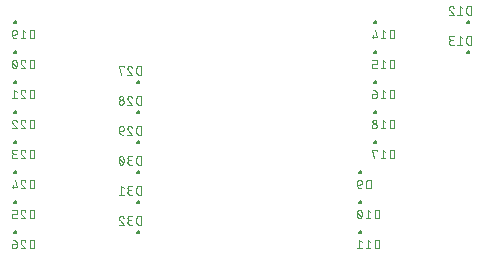
<source format=gbr>
G04 EAGLE Gerber RS-274X export*
G75*
%MOMM*%
%FSLAX34Y34*%
%LPD*%
%INSilkscreen Bottom*%
%IPPOS*%
%AMOC8*
5,1,8,0,0,1.08239X$1,22.5*%
G01*
%ADD10C,0.150000*%
%ADD11C,0.076200*%


D10*
X1077450Y190500D02*
X1077452Y190554D01*
X1077458Y190608D01*
X1077468Y190661D01*
X1077481Y190714D01*
X1077498Y190765D01*
X1077519Y190815D01*
X1077544Y190863D01*
X1077572Y190910D01*
X1077603Y190954D01*
X1077637Y190996D01*
X1077674Y191035D01*
X1077714Y191072D01*
X1077757Y191105D01*
X1077802Y191136D01*
X1077849Y191163D01*
X1077897Y191186D01*
X1077948Y191206D01*
X1077999Y191223D01*
X1078052Y191235D01*
X1078105Y191244D01*
X1078159Y191249D01*
X1078214Y191250D01*
X1078268Y191247D01*
X1078321Y191240D01*
X1078374Y191229D01*
X1078427Y191215D01*
X1078478Y191197D01*
X1078527Y191175D01*
X1078575Y191150D01*
X1078621Y191121D01*
X1078665Y191089D01*
X1078706Y191054D01*
X1078744Y191016D01*
X1078780Y190975D01*
X1078813Y190932D01*
X1078843Y190887D01*
X1078869Y190839D01*
X1078892Y190790D01*
X1078911Y190739D01*
X1078926Y190688D01*
X1078938Y190635D01*
X1078946Y190581D01*
X1078950Y190527D01*
X1078950Y190473D01*
X1078946Y190419D01*
X1078938Y190365D01*
X1078926Y190312D01*
X1078911Y190261D01*
X1078892Y190210D01*
X1078869Y190161D01*
X1078843Y190113D01*
X1078813Y190068D01*
X1078780Y190025D01*
X1078744Y189984D01*
X1078706Y189946D01*
X1078665Y189911D01*
X1078621Y189879D01*
X1078575Y189850D01*
X1078527Y189825D01*
X1078478Y189803D01*
X1078427Y189785D01*
X1078374Y189771D01*
X1078321Y189760D01*
X1078268Y189753D01*
X1078214Y189750D01*
X1078159Y189751D01*
X1078105Y189756D01*
X1078052Y189765D01*
X1077999Y189777D01*
X1077948Y189794D01*
X1077897Y189814D01*
X1077849Y189837D01*
X1077802Y189864D01*
X1077757Y189895D01*
X1077714Y189928D01*
X1077674Y189965D01*
X1077637Y190004D01*
X1077603Y190046D01*
X1077572Y190090D01*
X1077544Y190137D01*
X1077519Y190185D01*
X1077498Y190235D01*
X1077481Y190286D01*
X1077468Y190339D01*
X1077458Y190392D01*
X1077452Y190446D01*
X1077450Y190500D01*
D11*
X1087232Y184119D02*
X1087232Y176753D01*
X1087232Y184119D02*
X1085186Y184119D01*
X1085097Y184117D01*
X1085008Y184111D01*
X1084919Y184101D01*
X1084831Y184088D01*
X1084743Y184071D01*
X1084656Y184049D01*
X1084571Y184024D01*
X1084486Y183996D01*
X1084403Y183963D01*
X1084321Y183927D01*
X1084241Y183888D01*
X1084163Y183845D01*
X1084087Y183799D01*
X1084012Y183749D01*
X1083940Y183696D01*
X1083871Y183640D01*
X1083804Y183581D01*
X1083739Y183520D01*
X1083678Y183455D01*
X1083619Y183388D01*
X1083563Y183319D01*
X1083510Y183247D01*
X1083460Y183172D01*
X1083414Y183096D01*
X1083371Y183018D01*
X1083332Y182938D01*
X1083296Y182856D01*
X1083263Y182773D01*
X1083235Y182688D01*
X1083210Y182603D01*
X1083188Y182516D01*
X1083171Y182428D01*
X1083158Y182340D01*
X1083148Y182251D01*
X1083142Y182162D01*
X1083140Y182073D01*
X1083140Y178799D01*
X1083142Y178710D01*
X1083148Y178621D01*
X1083158Y178532D01*
X1083171Y178444D01*
X1083188Y178356D01*
X1083210Y178269D01*
X1083235Y178184D01*
X1083263Y178099D01*
X1083296Y178016D01*
X1083332Y177934D01*
X1083371Y177854D01*
X1083414Y177776D01*
X1083460Y177700D01*
X1083510Y177625D01*
X1083563Y177553D01*
X1083619Y177484D01*
X1083678Y177417D01*
X1083739Y177352D01*
X1083804Y177291D01*
X1083871Y177232D01*
X1083940Y177176D01*
X1084012Y177123D01*
X1084087Y177073D01*
X1084163Y177027D01*
X1084241Y176984D01*
X1084321Y176945D01*
X1084403Y176909D01*
X1084486Y176876D01*
X1084571Y176848D01*
X1084656Y176823D01*
X1084743Y176801D01*
X1084831Y176784D01*
X1084919Y176771D01*
X1085008Y176761D01*
X1085097Y176755D01*
X1085186Y176753D01*
X1087232Y176753D01*
X1078036Y180027D02*
X1075581Y180027D01*
X1078036Y180027D02*
X1078114Y180029D01*
X1078192Y180034D01*
X1078269Y180044D01*
X1078346Y180057D01*
X1078422Y180073D01*
X1078497Y180093D01*
X1078571Y180117D01*
X1078644Y180144D01*
X1078716Y180175D01*
X1078786Y180209D01*
X1078855Y180246D01*
X1078921Y180287D01*
X1078986Y180331D01*
X1079048Y180377D01*
X1079108Y180427D01*
X1079166Y180479D01*
X1079221Y180534D01*
X1079273Y180592D01*
X1079323Y180652D01*
X1079369Y180714D01*
X1079413Y180779D01*
X1079454Y180846D01*
X1079491Y180914D01*
X1079525Y180984D01*
X1079556Y181056D01*
X1079583Y181129D01*
X1079607Y181203D01*
X1079627Y181278D01*
X1079643Y181354D01*
X1079656Y181431D01*
X1079666Y181508D01*
X1079671Y181586D01*
X1079673Y181664D01*
X1079673Y182073D01*
X1079671Y182162D01*
X1079665Y182251D01*
X1079655Y182340D01*
X1079642Y182428D01*
X1079625Y182516D01*
X1079603Y182603D01*
X1079578Y182688D01*
X1079550Y182773D01*
X1079517Y182856D01*
X1079481Y182938D01*
X1079442Y183018D01*
X1079399Y183096D01*
X1079353Y183172D01*
X1079303Y183247D01*
X1079250Y183319D01*
X1079194Y183388D01*
X1079135Y183455D01*
X1079074Y183520D01*
X1079009Y183581D01*
X1078942Y183640D01*
X1078873Y183696D01*
X1078801Y183749D01*
X1078726Y183799D01*
X1078650Y183845D01*
X1078572Y183888D01*
X1078492Y183927D01*
X1078410Y183963D01*
X1078327Y183996D01*
X1078242Y184024D01*
X1078157Y184049D01*
X1078070Y184071D01*
X1077982Y184088D01*
X1077894Y184101D01*
X1077805Y184111D01*
X1077716Y184117D01*
X1077627Y184119D01*
X1077538Y184117D01*
X1077449Y184111D01*
X1077360Y184101D01*
X1077272Y184088D01*
X1077184Y184071D01*
X1077097Y184049D01*
X1077012Y184024D01*
X1076927Y183996D01*
X1076844Y183963D01*
X1076762Y183927D01*
X1076682Y183888D01*
X1076604Y183845D01*
X1076528Y183799D01*
X1076453Y183749D01*
X1076381Y183696D01*
X1076312Y183640D01*
X1076245Y183581D01*
X1076180Y183520D01*
X1076119Y183455D01*
X1076060Y183388D01*
X1076004Y183319D01*
X1075951Y183247D01*
X1075901Y183172D01*
X1075855Y183096D01*
X1075812Y183018D01*
X1075773Y182938D01*
X1075737Y182856D01*
X1075704Y182773D01*
X1075676Y182688D01*
X1075651Y182603D01*
X1075629Y182516D01*
X1075612Y182428D01*
X1075599Y182340D01*
X1075589Y182251D01*
X1075583Y182162D01*
X1075581Y182073D01*
X1075581Y180027D01*
X1075583Y179915D01*
X1075589Y179804D01*
X1075598Y179692D01*
X1075611Y179581D01*
X1075629Y179471D01*
X1075649Y179361D01*
X1075674Y179252D01*
X1075702Y179144D01*
X1075734Y179037D01*
X1075770Y178931D01*
X1075809Y178826D01*
X1075852Y178723D01*
X1075898Y178621D01*
X1075948Y178521D01*
X1076001Y178422D01*
X1076058Y178326D01*
X1076117Y178231D01*
X1076180Y178139D01*
X1076246Y178049D01*
X1076315Y177961D01*
X1076387Y177875D01*
X1076462Y177792D01*
X1076540Y177712D01*
X1076620Y177634D01*
X1076703Y177559D01*
X1076789Y177487D01*
X1076877Y177418D01*
X1076967Y177352D01*
X1077059Y177289D01*
X1077154Y177230D01*
X1077250Y177173D01*
X1077349Y177120D01*
X1077449Y177070D01*
X1077551Y177024D01*
X1077654Y176981D01*
X1077759Y176942D01*
X1077865Y176906D01*
X1077972Y176874D01*
X1078080Y176846D01*
X1078189Y176821D01*
X1078299Y176801D01*
X1078409Y176783D01*
X1078520Y176770D01*
X1078632Y176761D01*
X1078743Y176755D01*
X1078855Y176753D01*
D10*
X1077450Y165100D02*
X1077452Y165154D01*
X1077458Y165208D01*
X1077468Y165261D01*
X1077481Y165314D01*
X1077498Y165365D01*
X1077519Y165415D01*
X1077544Y165463D01*
X1077572Y165510D01*
X1077603Y165554D01*
X1077637Y165596D01*
X1077674Y165635D01*
X1077714Y165672D01*
X1077757Y165705D01*
X1077802Y165736D01*
X1077849Y165763D01*
X1077897Y165786D01*
X1077948Y165806D01*
X1077999Y165823D01*
X1078052Y165835D01*
X1078105Y165844D01*
X1078159Y165849D01*
X1078214Y165850D01*
X1078268Y165847D01*
X1078321Y165840D01*
X1078374Y165829D01*
X1078427Y165815D01*
X1078478Y165797D01*
X1078527Y165775D01*
X1078575Y165750D01*
X1078621Y165721D01*
X1078665Y165689D01*
X1078706Y165654D01*
X1078744Y165616D01*
X1078780Y165575D01*
X1078813Y165532D01*
X1078843Y165487D01*
X1078869Y165439D01*
X1078892Y165390D01*
X1078911Y165339D01*
X1078926Y165288D01*
X1078938Y165235D01*
X1078946Y165181D01*
X1078950Y165127D01*
X1078950Y165073D01*
X1078946Y165019D01*
X1078938Y164965D01*
X1078926Y164912D01*
X1078911Y164861D01*
X1078892Y164810D01*
X1078869Y164761D01*
X1078843Y164713D01*
X1078813Y164668D01*
X1078780Y164625D01*
X1078744Y164584D01*
X1078706Y164546D01*
X1078665Y164511D01*
X1078621Y164479D01*
X1078575Y164450D01*
X1078527Y164425D01*
X1078478Y164403D01*
X1078427Y164385D01*
X1078374Y164371D01*
X1078321Y164360D01*
X1078268Y164353D01*
X1078214Y164350D01*
X1078159Y164351D01*
X1078105Y164356D01*
X1078052Y164365D01*
X1077999Y164377D01*
X1077948Y164394D01*
X1077897Y164414D01*
X1077849Y164437D01*
X1077802Y164464D01*
X1077757Y164495D01*
X1077714Y164528D01*
X1077674Y164565D01*
X1077637Y164604D01*
X1077603Y164646D01*
X1077572Y164690D01*
X1077544Y164737D01*
X1077519Y164785D01*
X1077498Y164835D01*
X1077481Y164886D01*
X1077468Y164939D01*
X1077458Y164992D01*
X1077452Y165046D01*
X1077450Y165100D01*
D11*
X1094547Y158719D02*
X1094547Y151353D01*
X1094547Y158719D02*
X1092501Y158719D01*
X1092412Y158717D01*
X1092323Y158711D01*
X1092234Y158701D01*
X1092146Y158688D01*
X1092058Y158671D01*
X1091971Y158649D01*
X1091886Y158624D01*
X1091801Y158596D01*
X1091718Y158563D01*
X1091636Y158527D01*
X1091556Y158488D01*
X1091478Y158445D01*
X1091402Y158399D01*
X1091327Y158349D01*
X1091255Y158296D01*
X1091186Y158240D01*
X1091119Y158181D01*
X1091054Y158120D01*
X1090993Y158055D01*
X1090934Y157988D01*
X1090878Y157919D01*
X1090825Y157847D01*
X1090775Y157772D01*
X1090729Y157696D01*
X1090686Y157618D01*
X1090647Y157538D01*
X1090611Y157456D01*
X1090578Y157373D01*
X1090550Y157288D01*
X1090525Y157203D01*
X1090503Y157116D01*
X1090486Y157028D01*
X1090473Y156940D01*
X1090463Y156851D01*
X1090457Y156762D01*
X1090455Y156673D01*
X1090455Y153399D01*
X1090457Y153310D01*
X1090463Y153221D01*
X1090473Y153132D01*
X1090486Y153044D01*
X1090503Y152956D01*
X1090525Y152869D01*
X1090550Y152784D01*
X1090578Y152699D01*
X1090611Y152616D01*
X1090647Y152534D01*
X1090686Y152454D01*
X1090729Y152376D01*
X1090775Y152300D01*
X1090825Y152225D01*
X1090878Y152153D01*
X1090934Y152084D01*
X1090993Y152017D01*
X1091054Y151952D01*
X1091119Y151891D01*
X1091186Y151832D01*
X1091255Y151776D01*
X1091327Y151723D01*
X1091402Y151673D01*
X1091478Y151627D01*
X1091556Y151584D01*
X1091636Y151545D01*
X1091718Y151509D01*
X1091801Y151476D01*
X1091886Y151448D01*
X1091971Y151423D01*
X1092058Y151401D01*
X1092146Y151384D01*
X1092234Y151371D01*
X1092323Y151361D01*
X1092412Y151355D01*
X1092501Y151353D01*
X1094547Y151353D01*
X1086988Y157082D02*
X1084942Y158719D01*
X1084942Y151353D01*
X1086988Y151353D02*
X1082896Y151353D01*
X1079673Y155036D02*
X1079671Y155189D01*
X1079665Y155342D01*
X1079656Y155494D01*
X1079642Y155647D01*
X1079625Y155799D01*
X1079604Y155950D01*
X1079579Y156101D01*
X1079550Y156251D01*
X1079518Y156401D01*
X1079481Y156549D01*
X1079441Y156697D01*
X1079398Y156844D01*
X1079350Y156989D01*
X1079299Y157133D01*
X1079245Y157276D01*
X1079186Y157418D01*
X1079125Y157557D01*
X1079059Y157696D01*
X1079033Y157766D01*
X1079003Y157835D01*
X1078971Y157903D01*
X1078934Y157969D01*
X1078895Y158033D01*
X1078852Y158095D01*
X1078807Y158154D01*
X1078758Y158212D01*
X1078707Y158266D01*
X1078653Y158319D01*
X1078596Y158368D01*
X1078537Y158415D01*
X1078476Y158458D01*
X1078413Y158499D01*
X1078348Y158536D01*
X1078281Y158571D01*
X1078212Y158601D01*
X1078142Y158629D01*
X1078071Y158652D01*
X1077999Y158673D01*
X1077926Y158689D01*
X1077852Y158702D01*
X1077777Y158712D01*
X1077702Y158717D01*
X1077627Y158719D01*
X1077552Y158717D01*
X1077477Y158712D01*
X1077402Y158702D01*
X1077328Y158689D01*
X1077255Y158673D01*
X1077183Y158652D01*
X1077112Y158629D01*
X1077042Y158601D01*
X1076973Y158571D01*
X1076906Y158536D01*
X1076841Y158499D01*
X1076778Y158458D01*
X1076717Y158415D01*
X1076658Y158368D01*
X1076601Y158319D01*
X1076547Y158266D01*
X1076496Y158212D01*
X1076448Y158154D01*
X1076402Y158095D01*
X1076359Y158033D01*
X1076320Y157969D01*
X1076284Y157903D01*
X1076251Y157836D01*
X1076221Y157766D01*
X1076195Y157696D01*
X1076130Y157558D01*
X1076068Y157418D01*
X1076010Y157276D01*
X1075955Y157133D01*
X1075904Y156989D01*
X1075856Y156844D01*
X1075813Y156697D01*
X1075773Y156550D01*
X1075736Y156401D01*
X1075704Y156251D01*
X1075675Y156101D01*
X1075650Y155950D01*
X1075629Y155799D01*
X1075612Y155647D01*
X1075598Y155494D01*
X1075589Y155342D01*
X1075583Y155189D01*
X1075581Y155036D01*
X1079674Y155036D02*
X1079672Y154883D01*
X1079666Y154730D01*
X1079657Y154577D01*
X1079643Y154425D01*
X1079626Y154273D01*
X1079605Y154122D01*
X1079580Y153971D01*
X1079551Y153820D01*
X1079519Y153671D01*
X1079482Y153522D01*
X1079442Y153375D01*
X1079399Y153228D01*
X1079351Y153083D01*
X1079300Y152938D01*
X1079245Y152796D01*
X1079187Y152654D01*
X1079125Y152514D01*
X1079060Y152376D01*
X1079059Y152376D02*
X1079033Y152306D01*
X1079003Y152236D01*
X1078971Y152169D01*
X1078934Y152103D01*
X1078895Y152039D01*
X1078852Y151977D01*
X1078806Y151918D01*
X1078758Y151860D01*
X1078707Y151806D01*
X1078653Y151753D01*
X1078596Y151704D01*
X1078537Y151657D01*
X1078476Y151614D01*
X1078413Y151573D01*
X1078348Y151536D01*
X1078281Y151501D01*
X1078212Y151471D01*
X1078142Y151443D01*
X1078071Y151420D01*
X1077999Y151399D01*
X1077926Y151383D01*
X1077852Y151370D01*
X1077777Y151360D01*
X1077702Y151355D01*
X1077627Y151353D01*
X1076195Y152376D02*
X1076130Y152514D01*
X1076068Y152654D01*
X1076010Y152796D01*
X1075955Y152939D01*
X1075904Y153083D01*
X1075856Y153228D01*
X1075813Y153375D01*
X1075773Y153523D01*
X1075736Y153671D01*
X1075704Y153821D01*
X1075675Y153971D01*
X1075650Y154122D01*
X1075629Y154273D01*
X1075612Y154425D01*
X1075598Y154578D01*
X1075589Y154730D01*
X1075583Y154883D01*
X1075581Y155036D01*
X1076195Y152376D02*
X1076221Y152305D01*
X1076251Y152236D01*
X1076284Y152169D01*
X1076320Y152103D01*
X1076359Y152039D01*
X1076402Y151977D01*
X1076448Y151918D01*
X1076496Y151860D01*
X1076547Y151806D01*
X1076601Y151753D01*
X1076658Y151704D01*
X1076717Y151657D01*
X1076778Y151614D01*
X1076841Y151573D01*
X1076906Y151536D01*
X1076973Y151501D01*
X1077042Y151471D01*
X1077112Y151443D01*
X1077183Y151420D01*
X1077255Y151399D01*
X1077328Y151383D01*
X1077402Y151370D01*
X1077477Y151360D01*
X1077552Y151355D01*
X1077627Y151353D01*
X1079264Y152990D02*
X1075990Y157082D01*
D10*
X1077450Y139700D02*
X1077452Y139754D01*
X1077458Y139808D01*
X1077468Y139861D01*
X1077481Y139914D01*
X1077498Y139965D01*
X1077519Y140015D01*
X1077544Y140063D01*
X1077572Y140110D01*
X1077603Y140154D01*
X1077637Y140196D01*
X1077674Y140235D01*
X1077714Y140272D01*
X1077757Y140305D01*
X1077802Y140336D01*
X1077849Y140363D01*
X1077897Y140386D01*
X1077948Y140406D01*
X1077999Y140423D01*
X1078052Y140435D01*
X1078105Y140444D01*
X1078159Y140449D01*
X1078214Y140450D01*
X1078268Y140447D01*
X1078321Y140440D01*
X1078374Y140429D01*
X1078427Y140415D01*
X1078478Y140397D01*
X1078527Y140375D01*
X1078575Y140350D01*
X1078621Y140321D01*
X1078665Y140289D01*
X1078706Y140254D01*
X1078744Y140216D01*
X1078780Y140175D01*
X1078813Y140132D01*
X1078843Y140087D01*
X1078869Y140039D01*
X1078892Y139990D01*
X1078911Y139939D01*
X1078926Y139888D01*
X1078938Y139835D01*
X1078946Y139781D01*
X1078950Y139727D01*
X1078950Y139673D01*
X1078946Y139619D01*
X1078938Y139565D01*
X1078926Y139512D01*
X1078911Y139461D01*
X1078892Y139410D01*
X1078869Y139361D01*
X1078843Y139313D01*
X1078813Y139268D01*
X1078780Y139225D01*
X1078744Y139184D01*
X1078706Y139146D01*
X1078665Y139111D01*
X1078621Y139079D01*
X1078575Y139050D01*
X1078527Y139025D01*
X1078478Y139003D01*
X1078427Y138985D01*
X1078374Y138971D01*
X1078321Y138960D01*
X1078268Y138953D01*
X1078214Y138950D01*
X1078159Y138951D01*
X1078105Y138956D01*
X1078052Y138965D01*
X1077999Y138977D01*
X1077948Y138994D01*
X1077897Y139014D01*
X1077849Y139037D01*
X1077802Y139064D01*
X1077757Y139095D01*
X1077714Y139128D01*
X1077674Y139165D01*
X1077637Y139204D01*
X1077603Y139246D01*
X1077572Y139290D01*
X1077544Y139337D01*
X1077519Y139385D01*
X1077498Y139435D01*
X1077481Y139486D01*
X1077468Y139539D01*
X1077458Y139592D01*
X1077452Y139646D01*
X1077450Y139700D01*
D11*
X1094547Y133319D02*
X1094547Y125953D01*
X1094547Y133319D02*
X1092501Y133319D01*
X1092412Y133317D01*
X1092323Y133311D01*
X1092234Y133301D01*
X1092146Y133288D01*
X1092058Y133271D01*
X1091971Y133249D01*
X1091886Y133224D01*
X1091801Y133196D01*
X1091718Y133163D01*
X1091636Y133127D01*
X1091556Y133088D01*
X1091478Y133045D01*
X1091402Y132999D01*
X1091327Y132949D01*
X1091255Y132896D01*
X1091186Y132840D01*
X1091119Y132781D01*
X1091054Y132720D01*
X1090993Y132655D01*
X1090934Y132588D01*
X1090878Y132519D01*
X1090825Y132447D01*
X1090775Y132372D01*
X1090729Y132296D01*
X1090686Y132218D01*
X1090647Y132138D01*
X1090611Y132056D01*
X1090578Y131973D01*
X1090550Y131888D01*
X1090525Y131803D01*
X1090503Y131716D01*
X1090486Y131628D01*
X1090473Y131540D01*
X1090463Y131451D01*
X1090457Y131362D01*
X1090455Y131273D01*
X1090455Y127999D01*
X1090457Y127910D01*
X1090463Y127821D01*
X1090473Y127732D01*
X1090486Y127644D01*
X1090503Y127556D01*
X1090525Y127469D01*
X1090550Y127384D01*
X1090578Y127299D01*
X1090611Y127216D01*
X1090647Y127134D01*
X1090686Y127054D01*
X1090729Y126976D01*
X1090775Y126900D01*
X1090825Y126825D01*
X1090878Y126753D01*
X1090934Y126684D01*
X1090993Y126617D01*
X1091054Y126552D01*
X1091119Y126491D01*
X1091186Y126432D01*
X1091255Y126376D01*
X1091327Y126323D01*
X1091402Y126273D01*
X1091478Y126227D01*
X1091556Y126184D01*
X1091636Y126145D01*
X1091718Y126109D01*
X1091801Y126076D01*
X1091886Y126048D01*
X1091971Y126023D01*
X1092058Y126001D01*
X1092146Y125984D01*
X1092234Y125971D01*
X1092323Y125961D01*
X1092412Y125955D01*
X1092501Y125953D01*
X1094547Y125953D01*
X1086988Y131682D02*
X1084942Y133319D01*
X1084942Y125953D01*
X1086988Y125953D02*
X1082896Y125953D01*
X1079673Y131682D02*
X1077627Y133319D01*
X1077627Y125953D01*
X1079673Y125953D02*
X1075581Y125953D01*
D10*
X1168950Y317500D02*
X1168952Y317554D01*
X1168958Y317608D01*
X1168968Y317661D01*
X1168981Y317714D01*
X1168998Y317765D01*
X1169019Y317815D01*
X1169044Y317863D01*
X1169072Y317910D01*
X1169103Y317954D01*
X1169137Y317996D01*
X1169174Y318035D01*
X1169214Y318072D01*
X1169257Y318105D01*
X1169302Y318136D01*
X1169349Y318163D01*
X1169397Y318186D01*
X1169448Y318206D01*
X1169499Y318223D01*
X1169552Y318235D01*
X1169605Y318244D01*
X1169659Y318249D01*
X1169714Y318250D01*
X1169768Y318247D01*
X1169821Y318240D01*
X1169874Y318229D01*
X1169927Y318215D01*
X1169978Y318197D01*
X1170027Y318175D01*
X1170075Y318150D01*
X1170121Y318121D01*
X1170165Y318089D01*
X1170206Y318054D01*
X1170244Y318016D01*
X1170280Y317975D01*
X1170313Y317932D01*
X1170343Y317887D01*
X1170369Y317839D01*
X1170392Y317790D01*
X1170411Y317739D01*
X1170426Y317688D01*
X1170438Y317635D01*
X1170446Y317581D01*
X1170450Y317527D01*
X1170450Y317473D01*
X1170446Y317419D01*
X1170438Y317365D01*
X1170426Y317312D01*
X1170411Y317261D01*
X1170392Y317210D01*
X1170369Y317161D01*
X1170343Y317113D01*
X1170313Y317068D01*
X1170280Y317025D01*
X1170244Y316984D01*
X1170206Y316946D01*
X1170165Y316911D01*
X1170121Y316879D01*
X1170075Y316850D01*
X1170027Y316825D01*
X1169978Y316803D01*
X1169927Y316785D01*
X1169874Y316771D01*
X1169821Y316760D01*
X1169768Y316753D01*
X1169714Y316750D01*
X1169659Y316751D01*
X1169605Y316756D01*
X1169552Y316765D01*
X1169499Y316777D01*
X1169448Y316794D01*
X1169397Y316814D01*
X1169349Y316837D01*
X1169302Y316864D01*
X1169257Y316895D01*
X1169214Y316928D01*
X1169174Y316965D01*
X1169137Y317004D01*
X1169103Y317046D01*
X1169072Y317090D01*
X1169044Y317137D01*
X1169019Y317185D01*
X1168998Y317235D01*
X1168981Y317286D01*
X1168968Y317339D01*
X1168958Y317392D01*
X1168952Y317446D01*
X1168950Y317500D01*
D11*
X1172319Y323881D02*
X1172319Y331247D01*
X1170273Y331247D01*
X1170184Y331245D01*
X1170095Y331239D01*
X1170006Y331229D01*
X1169918Y331216D01*
X1169830Y331199D01*
X1169743Y331177D01*
X1169658Y331152D01*
X1169573Y331124D01*
X1169490Y331091D01*
X1169408Y331055D01*
X1169328Y331016D01*
X1169250Y330973D01*
X1169174Y330927D01*
X1169099Y330877D01*
X1169027Y330824D01*
X1168958Y330768D01*
X1168891Y330709D01*
X1168826Y330648D01*
X1168765Y330583D01*
X1168706Y330516D01*
X1168650Y330447D01*
X1168597Y330375D01*
X1168547Y330300D01*
X1168501Y330224D01*
X1168458Y330146D01*
X1168419Y330066D01*
X1168383Y329984D01*
X1168350Y329901D01*
X1168322Y329816D01*
X1168297Y329731D01*
X1168275Y329644D01*
X1168258Y329556D01*
X1168245Y329468D01*
X1168235Y329379D01*
X1168229Y329290D01*
X1168227Y329201D01*
X1168227Y325927D01*
X1168229Y325838D01*
X1168235Y325749D01*
X1168245Y325660D01*
X1168258Y325572D01*
X1168275Y325484D01*
X1168297Y325397D01*
X1168322Y325312D01*
X1168350Y325227D01*
X1168383Y325144D01*
X1168419Y325062D01*
X1168458Y324982D01*
X1168501Y324904D01*
X1168547Y324828D01*
X1168597Y324753D01*
X1168650Y324681D01*
X1168706Y324612D01*
X1168765Y324545D01*
X1168826Y324480D01*
X1168891Y324419D01*
X1168958Y324360D01*
X1169027Y324304D01*
X1169099Y324251D01*
X1169174Y324201D01*
X1169250Y324155D01*
X1169328Y324112D01*
X1169408Y324073D01*
X1169490Y324037D01*
X1169573Y324004D01*
X1169658Y323976D01*
X1169743Y323951D01*
X1169830Y323929D01*
X1169918Y323912D01*
X1170006Y323899D01*
X1170095Y323889D01*
X1170184Y323883D01*
X1170273Y323881D01*
X1172319Y323881D01*
X1164760Y329610D02*
X1162714Y331247D01*
X1162714Y323881D01*
X1164760Y323881D02*
X1160668Y323881D01*
X1153352Y329406D02*
X1153354Y329491D01*
X1153360Y329576D01*
X1153370Y329660D01*
X1153383Y329744D01*
X1153401Y329828D01*
X1153422Y329910D01*
X1153447Y329991D01*
X1153476Y330071D01*
X1153509Y330150D01*
X1153545Y330227D01*
X1153585Y330302D01*
X1153628Y330376D01*
X1153674Y330447D01*
X1153724Y330516D01*
X1153777Y330583D01*
X1153833Y330647D01*
X1153892Y330708D01*
X1153953Y330767D01*
X1154017Y330823D01*
X1154084Y330876D01*
X1154153Y330926D01*
X1154224Y330972D01*
X1154298Y331015D01*
X1154373Y331055D01*
X1154450Y331091D01*
X1154529Y331124D01*
X1154609Y331153D01*
X1154690Y331178D01*
X1154772Y331199D01*
X1154856Y331217D01*
X1154940Y331230D01*
X1155024Y331240D01*
X1155109Y331246D01*
X1155194Y331248D01*
X1155194Y331247D02*
X1155290Y331245D01*
X1155386Y331239D01*
X1155481Y331229D01*
X1155576Y331216D01*
X1155671Y331198D01*
X1155764Y331177D01*
X1155857Y331152D01*
X1155948Y331123D01*
X1156039Y331091D01*
X1156128Y331055D01*
X1156215Y331015D01*
X1156301Y330972D01*
X1156385Y330926D01*
X1156467Y330876D01*
X1156547Y330822D01*
X1156624Y330766D01*
X1156699Y330706D01*
X1156772Y330644D01*
X1156842Y330578D01*
X1156910Y330510D01*
X1156975Y330439D01*
X1157036Y330366D01*
X1157095Y330290D01*
X1157151Y330211D01*
X1157203Y330131D01*
X1157252Y330048D01*
X1157298Y329964D01*
X1157340Y329878D01*
X1157378Y329790D01*
X1157413Y329701D01*
X1157445Y329610D01*
X1153966Y327974D02*
X1153906Y328033D01*
X1153849Y328095D01*
X1153794Y328159D01*
X1153743Y328226D01*
X1153694Y328295D01*
X1153648Y328365D01*
X1153605Y328438D01*
X1153565Y328512D01*
X1153529Y328588D01*
X1153496Y328666D01*
X1153466Y328745D01*
X1153439Y328825D01*
X1153416Y328906D01*
X1153397Y328988D01*
X1153381Y329070D01*
X1153368Y329154D01*
X1153359Y329238D01*
X1153354Y329322D01*
X1153352Y329406D01*
X1153966Y327973D02*
X1157445Y323881D01*
X1153353Y323881D01*
D10*
X1168950Y292100D02*
X1168952Y292154D01*
X1168958Y292208D01*
X1168968Y292261D01*
X1168981Y292314D01*
X1168998Y292365D01*
X1169019Y292415D01*
X1169044Y292463D01*
X1169072Y292510D01*
X1169103Y292554D01*
X1169137Y292596D01*
X1169174Y292635D01*
X1169214Y292672D01*
X1169257Y292705D01*
X1169302Y292736D01*
X1169349Y292763D01*
X1169397Y292786D01*
X1169448Y292806D01*
X1169499Y292823D01*
X1169552Y292835D01*
X1169605Y292844D01*
X1169659Y292849D01*
X1169714Y292850D01*
X1169768Y292847D01*
X1169821Y292840D01*
X1169874Y292829D01*
X1169927Y292815D01*
X1169978Y292797D01*
X1170027Y292775D01*
X1170075Y292750D01*
X1170121Y292721D01*
X1170165Y292689D01*
X1170206Y292654D01*
X1170244Y292616D01*
X1170280Y292575D01*
X1170313Y292532D01*
X1170343Y292487D01*
X1170369Y292439D01*
X1170392Y292390D01*
X1170411Y292339D01*
X1170426Y292288D01*
X1170438Y292235D01*
X1170446Y292181D01*
X1170450Y292127D01*
X1170450Y292073D01*
X1170446Y292019D01*
X1170438Y291965D01*
X1170426Y291912D01*
X1170411Y291861D01*
X1170392Y291810D01*
X1170369Y291761D01*
X1170343Y291713D01*
X1170313Y291668D01*
X1170280Y291625D01*
X1170244Y291584D01*
X1170206Y291546D01*
X1170165Y291511D01*
X1170121Y291479D01*
X1170075Y291450D01*
X1170027Y291425D01*
X1169978Y291403D01*
X1169927Y291385D01*
X1169874Y291371D01*
X1169821Y291360D01*
X1169768Y291353D01*
X1169714Y291350D01*
X1169659Y291351D01*
X1169605Y291356D01*
X1169552Y291365D01*
X1169499Y291377D01*
X1169448Y291394D01*
X1169397Y291414D01*
X1169349Y291437D01*
X1169302Y291464D01*
X1169257Y291495D01*
X1169214Y291528D01*
X1169174Y291565D01*
X1169137Y291604D01*
X1169103Y291646D01*
X1169072Y291690D01*
X1169044Y291737D01*
X1169019Y291785D01*
X1168998Y291835D01*
X1168981Y291886D01*
X1168968Y291939D01*
X1168958Y291992D01*
X1168952Y292046D01*
X1168950Y292100D01*
D11*
X1172319Y298481D02*
X1172319Y305847D01*
X1170273Y305847D01*
X1170184Y305845D01*
X1170095Y305839D01*
X1170006Y305829D01*
X1169918Y305816D01*
X1169830Y305799D01*
X1169743Y305777D01*
X1169658Y305752D01*
X1169573Y305724D01*
X1169490Y305691D01*
X1169408Y305655D01*
X1169328Y305616D01*
X1169250Y305573D01*
X1169174Y305527D01*
X1169099Y305477D01*
X1169027Y305424D01*
X1168958Y305368D01*
X1168891Y305309D01*
X1168826Y305248D01*
X1168765Y305183D01*
X1168706Y305116D01*
X1168650Y305047D01*
X1168597Y304975D01*
X1168547Y304900D01*
X1168501Y304824D01*
X1168458Y304746D01*
X1168419Y304666D01*
X1168383Y304584D01*
X1168350Y304501D01*
X1168322Y304416D01*
X1168297Y304331D01*
X1168275Y304244D01*
X1168258Y304156D01*
X1168245Y304068D01*
X1168235Y303979D01*
X1168229Y303890D01*
X1168227Y303801D01*
X1168227Y300527D01*
X1168229Y300438D01*
X1168235Y300349D01*
X1168245Y300260D01*
X1168258Y300172D01*
X1168275Y300084D01*
X1168297Y299997D01*
X1168322Y299912D01*
X1168350Y299827D01*
X1168383Y299744D01*
X1168419Y299662D01*
X1168458Y299582D01*
X1168501Y299504D01*
X1168547Y299428D01*
X1168597Y299353D01*
X1168650Y299281D01*
X1168706Y299212D01*
X1168765Y299145D01*
X1168826Y299080D01*
X1168891Y299019D01*
X1168958Y298960D01*
X1169027Y298904D01*
X1169099Y298851D01*
X1169174Y298801D01*
X1169250Y298755D01*
X1169328Y298712D01*
X1169408Y298673D01*
X1169490Y298637D01*
X1169573Y298604D01*
X1169658Y298576D01*
X1169743Y298551D01*
X1169830Y298529D01*
X1169918Y298512D01*
X1170006Y298499D01*
X1170095Y298489D01*
X1170184Y298483D01*
X1170273Y298481D01*
X1172319Y298481D01*
X1164760Y304210D02*
X1162714Y305847D01*
X1162714Y298481D01*
X1164760Y298481D02*
X1160668Y298481D01*
X1157445Y298481D02*
X1155399Y298481D01*
X1155310Y298483D01*
X1155221Y298489D01*
X1155132Y298499D01*
X1155044Y298512D01*
X1154956Y298529D01*
X1154869Y298551D01*
X1154784Y298576D01*
X1154699Y298604D01*
X1154616Y298637D01*
X1154534Y298673D01*
X1154454Y298712D01*
X1154376Y298755D01*
X1154300Y298801D01*
X1154225Y298851D01*
X1154153Y298904D01*
X1154084Y298960D01*
X1154017Y299019D01*
X1153952Y299080D01*
X1153891Y299145D01*
X1153832Y299212D01*
X1153776Y299281D01*
X1153723Y299353D01*
X1153673Y299428D01*
X1153627Y299504D01*
X1153584Y299582D01*
X1153545Y299662D01*
X1153509Y299744D01*
X1153476Y299827D01*
X1153448Y299912D01*
X1153423Y299997D01*
X1153401Y300084D01*
X1153384Y300172D01*
X1153371Y300260D01*
X1153361Y300349D01*
X1153355Y300438D01*
X1153353Y300527D01*
X1153355Y300616D01*
X1153361Y300705D01*
X1153371Y300794D01*
X1153384Y300882D01*
X1153401Y300970D01*
X1153423Y301057D01*
X1153448Y301142D01*
X1153476Y301227D01*
X1153509Y301310D01*
X1153545Y301392D01*
X1153584Y301472D01*
X1153627Y301550D01*
X1153673Y301626D01*
X1153723Y301701D01*
X1153776Y301773D01*
X1153832Y301842D01*
X1153891Y301909D01*
X1153952Y301974D01*
X1154017Y302035D01*
X1154084Y302094D01*
X1154153Y302150D01*
X1154225Y302203D01*
X1154300Y302253D01*
X1154376Y302299D01*
X1154454Y302342D01*
X1154534Y302381D01*
X1154616Y302417D01*
X1154699Y302450D01*
X1154784Y302478D01*
X1154869Y302503D01*
X1154956Y302525D01*
X1155044Y302542D01*
X1155132Y302555D01*
X1155221Y302565D01*
X1155310Y302571D01*
X1155399Y302573D01*
X1154989Y305847D02*
X1157445Y305847D01*
X1154989Y305847D02*
X1154910Y305845D01*
X1154831Y305839D01*
X1154752Y305830D01*
X1154674Y305817D01*
X1154597Y305799D01*
X1154521Y305779D01*
X1154446Y305754D01*
X1154372Y305726D01*
X1154299Y305695D01*
X1154228Y305659D01*
X1154159Y305621D01*
X1154092Y305579D01*
X1154027Y305534D01*
X1153964Y305486D01*
X1153903Y305435D01*
X1153846Y305381D01*
X1153790Y305325D01*
X1153738Y305266D01*
X1153688Y305204D01*
X1153642Y305140D01*
X1153598Y305074D01*
X1153558Y305006D01*
X1153522Y304936D01*
X1153488Y304864D01*
X1153458Y304790D01*
X1153432Y304716D01*
X1153409Y304640D01*
X1153391Y304563D01*
X1153375Y304486D01*
X1153364Y304407D01*
X1153356Y304329D01*
X1153352Y304250D01*
X1153352Y304170D01*
X1153356Y304091D01*
X1153364Y304013D01*
X1153375Y303934D01*
X1153391Y303857D01*
X1153409Y303780D01*
X1153432Y303704D01*
X1153458Y303630D01*
X1153488Y303556D01*
X1153522Y303484D01*
X1153558Y303414D01*
X1153598Y303346D01*
X1153642Y303280D01*
X1153688Y303216D01*
X1153738Y303154D01*
X1153790Y303095D01*
X1153846Y303039D01*
X1153903Y302985D01*
X1153964Y302934D01*
X1154027Y302886D01*
X1154092Y302841D01*
X1154159Y302799D01*
X1154228Y302761D01*
X1154299Y302725D01*
X1154372Y302694D01*
X1154446Y302666D01*
X1154521Y302641D01*
X1154597Y302621D01*
X1154674Y302603D01*
X1154752Y302590D01*
X1154831Y302581D01*
X1154910Y302575D01*
X1154989Y302573D01*
X1156626Y302573D01*
D10*
X1090150Y317500D02*
X1090152Y317554D01*
X1090158Y317608D01*
X1090168Y317661D01*
X1090181Y317714D01*
X1090198Y317765D01*
X1090219Y317815D01*
X1090244Y317863D01*
X1090272Y317910D01*
X1090303Y317954D01*
X1090337Y317996D01*
X1090374Y318035D01*
X1090414Y318072D01*
X1090457Y318105D01*
X1090502Y318136D01*
X1090549Y318163D01*
X1090597Y318186D01*
X1090648Y318206D01*
X1090699Y318223D01*
X1090752Y318235D01*
X1090805Y318244D01*
X1090859Y318249D01*
X1090914Y318250D01*
X1090968Y318247D01*
X1091021Y318240D01*
X1091074Y318229D01*
X1091127Y318215D01*
X1091178Y318197D01*
X1091227Y318175D01*
X1091275Y318150D01*
X1091321Y318121D01*
X1091365Y318089D01*
X1091406Y318054D01*
X1091444Y318016D01*
X1091480Y317975D01*
X1091513Y317932D01*
X1091543Y317887D01*
X1091569Y317839D01*
X1091592Y317790D01*
X1091611Y317739D01*
X1091626Y317688D01*
X1091638Y317635D01*
X1091646Y317581D01*
X1091650Y317527D01*
X1091650Y317473D01*
X1091646Y317419D01*
X1091638Y317365D01*
X1091626Y317312D01*
X1091611Y317261D01*
X1091592Y317210D01*
X1091569Y317161D01*
X1091543Y317113D01*
X1091513Y317068D01*
X1091480Y317025D01*
X1091444Y316984D01*
X1091406Y316946D01*
X1091365Y316911D01*
X1091321Y316879D01*
X1091275Y316850D01*
X1091227Y316825D01*
X1091178Y316803D01*
X1091127Y316785D01*
X1091074Y316771D01*
X1091021Y316760D01*
X1090968Y316753D01*
X1090914Y316750D01*
X1090859Y316751D01*
X1090805Y316756D01*
X1090752Y316765D01*
X1090699Y316777D01*
X1090648Y316794D01*
X1090597Y316814D01*
X1090549Y316837D01*
X1090502Y316864D01*
X1090457Y316895D01*
X1090414Y316928D01*
X1090374Y316965D01*
X1090337Y317004D01*
X1090303Y317046D01*
X1090272Y317090D01*
X1090244Y317137D01*
X1090219Y317185D01*
X1090198Y317235D01*
X1090181Y317286D01*
X1090168Y317339D01*
X1090158Y317392D01*
X1090152Y317446D01*
X1090150Y317500D01*
D11*
X1107247Y311119D02*
X1107247Y303753D01*
X1107247Y311119D02*
X1105201Y311119D01*
X1105112Y311117D01*
X1105023Y311111D01*
X1104934Y311101D01*
X1104846Y311088D01*
X1104758Y311071D01*
X1104671Y311049D01*
X1104586Y311024D01*
X1104501Y310996D01*
X1104418Y310963D01*
X1104336Y310927D01*
X1104256Y310888D01*
X1104178Y310845D01*
X1104102Y310799D01*
X1104027Y310749D01*
X1103955Y310696D01*
X1103886Y310640D01*
X1103819Y310581D01*
X1103754Y310520D01*
X1103693Y310455D01*
X1103634Y310388D01*
X1103578Y310319D01*
X1103525Y310247D01*
X1103475Y310172D01*
X1103429Y310096D01*
X1103386Y310018D01*
X1103347Y309938D01*
X1103311Y309856D01*
X1103278Y309773D01*
X1103250Y309688D01*
X1103225Y309603D01*
X1103203Y309516D01*
X1103186Y309428D01*
X1103173Y309340D01*
X1103163Y309251D01*
X1103157Y309162D01*
X1103155Y309073D01*
X1103155Y305799D01*
X1103157Y305710D01*
X1103163Y305621D01*
X1103173Y305532D01*
X1103186Y305444D01*
X1103203Y305356D01*
X1103225Y305269D01*
X1103250Y305184D01*
X1103278Y305099D01*
X1103311Y305016D01*
X1103347Y304934D01*
X1103386Y304854D01*
X1103429Y304776D01*
X1103475Y304700D01*
X1103525Y304625D01*
X1103578Y304553D01*
X1103634Y304484D01*
X1103693Y304417D01*
X1103754Y304352D01*
X1103819Y304291D01*
X1103886Y304232D01*
X1103955Y304176D01*
X1104027Y304123D01*
X1104102Y304073D01*
X1104178Y304027D01*
X1104256Y303984D01*
X1104336Y303945D01*
X1104418Y303909D01*
X1104501Y303876D01*
X1104586Y303848D01*
X1104671Y303823D01*
X1104758Y303801D01*
X1104846Y303784D01*
X1104934Y303771D01*
X1105023Y303761D01*
X1105112Y303755D01*
X1105201Y303753D01*
X1107247Y303753D01*
X1099688Y309482D02*
X1097642Y311119D01*
X1097642Y303753D01*
X1099688Y303753D02*
X1095596Y303753D01*
X1092373Y305390D02*
X1090736Y311119D01*
X1092373Y305390D02*
X1088281Y305390D01*
X1089509Y307027D02*
X1089509Y303753D01*
D10*
X1090150Y292100D02*
X1090152Y292154D01*
X1090158Y292208D01*
X1090168Y292261D01*
X1090181Y292314D01*
X1090198Y292365D01*
X1090219Y292415D01*
X1090244Y292463D01*
X1090272Y292510D01*
X1090303Y292554D01*
X1090337Y292596D01*
X1090374Y292635D01*
X1090414Y292672D01*
X1090457Y292705D01*
X1090502Y292736D01*
X1090549Y292763D01*
X1090597Y292786D01*
X1090648Y292806D01*
X1090699Y292823D01*
X1090752Y292835D01*
X1090805Y292844D01*
X1090859Y292849D01*
X1090914Y292850D01*
X1090968Y292847D01*
X1091021Y292840D01*
X1091074Y292829D01*
X1091127Y292815D01*
X1091178Y292797D01*
X1091227Y292775D01*
X1091275Y292750D01*
X1091321Y292721D01*
X1091365Y292689D01*
X1091406Y292654D01*
X1091444Y292616D01*
X1091480Y292575D01*
X1091513Y292532D01*
X1091543Y292487D01*
X1091569Y292439D01*
X1091592Y292390D01*
X1091611Y292339D01*
X1091626Y292288D01*
X1091638Y292235D01*
X1091646Y292181D01*
X1091650Y292127D01*
X1091650Y292073D01*
X1091646Y292019D01*
X1091638Y291965D01*
X1091626Y291912D01*
X1091611Y291861D01*
X1091592Y291810D01*
X1091569Y291761D01*
X1091543Y291713D01*
X1091513Y291668D01*
X1091480Y291625D01*
X1091444Y291584D01*
X1091406Y291546D01*
X1091365Y291511D01*
X1091321Y291479D01*
X1091275Y291450D01*
X1091227Y291425D01*
X1091178Y291403D01*
X1091127Y291385D01*
X1091074Y291371D01*
X1091021Y291360D01*
X1090968Y291353D01*
X1090914Y291350D01*
X1090859Y291351D01*
X1090805Y291356D01*
X1090752Y291365D01*
X1090699Y291377D01*
X1090648Y291394D01*
X1090597Y291414D01*
X1090549Y291437D01*
X1090502Y291464D01*
X1090457Y291495D01*
X1090414Y291528D01*
X1090374Y291565D01*
X1090337Y291604D01*
X1090303Y291646D01*
X1090272Y291690D01*
X1090244Y291737D01*
X1090219Y291785D01*
X1090198Y291835D01*
X1090181Y291886D01*
X1090168Y291939D01*
X1090158Y291992D01*
X1090152Y292046D01*
X1090150Y292100D01*
D11*
X1107247Y285719D02*
X1107247Y278353D01*
X1107247Y285719D02*
X1105201Y285719D01*
X1105112Y285717D01*
X1105023Y285711D01*
X1104934Y285701D01*
X1104846Y285688D01*
X1104758Y285671D01*
X1104671Y285649D01*
X1104586Y285624D01*
X1104501Y285596D01*
X1104418Y285563D01*
X1104336Y285527D01*
X1104256Y285488D01*
X1104178Y285445D01*
X1104102Y285399D01*
X1104027Y285349D01*
X1103955Y285296D01*
X1103886Y285240D01*
X1103819Y285181D01*
X1103754Y285120D01*
X1103693Y285055D01*
X1103634Y284988D01*
X1103578Y284919D01*
X1103525Y284847D01*
X1103475Y284772D01*
X1103429Y284696D01*
X1103386Y284618D01*
X1103347Y284538D01*
X1103311Y284456D01*
X1103278Y284373D01*
X1103250Y284288D01*
X1103225Y284203D01*
X1103203Y284116D01*
X1103186Y284028D01*
X1103173Y283940D01*
X1103163Y283851D01*
X1103157Y283762D01*
X1103155Y283673D01*
X1103155Y280399D01*
X1103157Y280310D01*
X1103163Y280221D01*
X1103173Y280132D01*
X1103186Y280044D01*
X1103203Y279956D01*
X1103225Y279869D01*
X1103250Y279784D01*
X1103278Y279699D01*
X1103311Y279616D01*
X1103347Y279534D01*
X1103386Y279454D01*
X1103429Y279376D01*
X1103475Y279300D01*
X1103525Y279225D01*
X1103578Y279153D01*
X1103634Y279084D01*
X1103693Y279017D01*
X1103754Y278952D01*
X1103819Y278891D01*
X1103886Y278832D01*
X1103955Y278776D01*
X1104027Y278723D01*
X1104102Y278673D01*
X1104178Y278627D01*
X1104256Y278584D01*
X1104336Y278545D01*
X1104418Y278509D01*
X1104501Y278476D01*
X1104586Y278448D01*
X1104671Y278423D01*
X1104758Y278401D01*
X1104846Y278384D01*
X1104934Y278371D01*
X1105023Y278361D01*
X1105112Y278355D01*
X1105201Y278353D01*
X1107247Y278353D01*
X1099688Y284082D02*
X1097642Y285719D01*
X1097642Y278353D01*
X1099688Y278353D02*
X1095596Y278353D01*
X1092373Y278353D02*
X1089918Y278353D01*
X1089838Y278355D01*
X1089758Y278361D01*
X1089678Y278371D01*
X1089599Y278384D01*
X1089520Y278402D01*
X1089443Y278423D01*
X1089367Y278449D01*
X1089292Y278478D01*
X1089218Y278510D01*
X1089146Y278546D01*
X1089076Y278586D01*
X1089009Y278629D01*
X1088943Y278675D01*
X1088880Y278725D01*
X1088819Y278777D01*
X1088760Y278832D01*
X1088705Y278891D01*
X1088653Y278951D01*
X1088603Y279015D01*
X1088557Y279080D01*
X1088514Y279148D01*
X1088474Y279218D01*
X1088438Y279290D01*
X1088406Y279364D01*
X1088377Y279438D01*
X1088352Y279515D01*
X1088330Y279592D01*
X1088312Y279671D01*
X1088299Y279750D01*
X1088289Y279829D01*
X1088283Y279910D01*
X1088281Y279990D01*
X1088281Y280808D01*
X1088283Y280886D01*
X1088288Y280964D01*
X1088298Y281041D01*
X1088311Y281118D01*
X1088327Y281194D01*
X1088347Y281269D01*
X1088371Y281343D01*
X1088398Y281416D01*
X1088429Y281488D01*
X1088463Y281558D01*
X1088500Y281627D01*
X1088541Y281693D01*
X1088585Y281758D01*
X1088631Y281820D01*
X1088681Y281880D01*
X1088733Y281938D01*
X1088788Y281993D01*
X1088846Y282045D01*
X1088906Y282095D01*
X1088968Y282141D01*
X1089033Y282185D01*
X1089100Y282226D01*
X1089168Y282263D01*
X1089238Y282297D01*
X1089310Y282328D01*
X1089383Y282355D01*
X1089457Y282379D01*
X1089532Y282399D01*
X1089608Y282415D01*
X1089685Y282428D01*
X1089762Y282438D01*
X1089840Y282443D01*
X1089918Y282445D01*
X1092373Y282445D01*
X1092373Y285719D01*
X1088281Y285719D01*
D10*
X1090150Y266700D02*
X1090152Y266754D01*
X1090158Y266808D01*
X1090168Y266861D01*
X1090181Y266914D01*
X1090198Y266965D01*
X1090219Y267015D01*
X1090244Y267063D01*
X1090272Y267110D01*
X1090303Y267154D01*
X1090337Y267196D01*
X1090374Y267235D01*
X1090414Y267272D01*
X1090457Y267305D01*
X1090502Y267336D01*
X1090549Y267363D01*
X1090597Y267386D01*
X1090648Y267406D01*
X1090699Y267423D01*
X1090752Y267435D01*
X1090805Y267444D01*
X1090859Y267449D01*
X1090914Y267450D01*
X1090968Y267447D01*
X1091021Y267440D01*
X1091074Y267429D01*
X1091127Y267415D01*
X1091178Y267397D01*
X1091227Y267375D01*
X1091275Y267350D01*
X1091321Y267321D01*
X1091365Y267289D01*
X1091406Y267254D01*
X1091444Y267216D01*
X1091480Y267175D01*
X1091513Y267132D01*
X1091543Y267087D01*
X1091569Y267039D01*
X1091592Y266990D01*
X1091611Y266939D01*
X1091626Y266888D01*
X1091638Y266835D01*
X1091646Y266781D01*
X1091650Y266727D01*
X1091650Y266673D01*
X1091646Y266619D01*
X1091638Y266565D01*
X1091626Y266512D01*
X1091611Y266461D01*
X1091592Y266410D01*
X1091569Y266361D01*
X1091543Y266313D01*
X1091513Y266268D01*
X1091480Y266225D01*
X1091444Y266184D01*
X1091406Y266146D01*
X1091365Y266111D01*
X1091321Y266079D01*
X1091275Y266050D01*
X1091227Y266025D01*
X1091178Y266003D01*
X1091127Y265985D01*
X1091074Y265971D01*
X1091021Y265960D01*
X1090968Y265953D01*
X1090914Y265950D01*
X1090859Y265951D01*
X1090805Y265956D01*
X1090752Y265965D01*
X1090699Y265977D01*
X1090648Y265994D01*
X1090597Y266014D01*
X1090549Y266037D01*
X1090502Y266064D01*
X1090457Y266095D01*
X1090414Y266128D01*
X1090374Y266165D01*
X1090337Y266204D01*
X1090303Y266246D01*
X1090272Y266290D01*
X1090244Y266337D01*
X1090219Y266385D01*
X1090198Y266435D01*
X1090181Y266486D01*
X1090168Y266539D01*
X1090158Y266592D01*
X1090152Y266646D01*
X1090150Y266700D01*
D11*
X1107247Y260319D02*
X1107247Y252953D01*
X1107247Y260319D02*
X1105201Y260319D01*
X1105112Y260317D01*
X1105023Y260311D01*
X1104934Y260301D01*
X1104846Y260288D01*
X1104758Y260271D01*
X1104671Y260249D01*
X1104586Y260224D01*
X1104501Y260196D01*
X1104418Y260163D01*
X1104336Y260127D01*
X1104256Y260088D01*
X1104178Y260045D01*
X1104102Y259999D01*
X1104027Y259949D01*
X1103955Y259896D01*
X1103886Y259840D01*
X1103819Y259781D01*
X1103754Y259720D01*
X1103693Y259655D01*
X1103634Y259588D01*
X1103578Y259519D01*
X1103525Y259447D01*
X1103475Y259372D01*
X1103429Y259296D01*
X1103386Y259218D01*
X1103347Y259138D01*
X1103311Y259056D01*
X1103278Y258973D01*
X1103250Y258888D01*
X1103225Y258803D01*
X1103203Y258716D01*
X1103186Y258628D01*
X1103173Y258540D01*
X1103163Y258451D01*
X1103157Y258362D01*
X1103155Y258273D01*
X1103155Y254999D01*
X1103157Y254910D01*
X1103163Y254821D01*
X1103173Y254732D01*
X1103186Y254644D01*
X1103203Y254556D01*
X1103225Y254469D01*
X1103250Y254384D01*
X1103278Y254299D01*
X1103311Y254216D01*
X1103347Y254134D01*
X1103386Y254054D01*
X1103429Y253976D01*
X1103475Y253900D01*
X1103525Y253825D01*
X1103578Y253753D01*
X1103634Y253684D01*
X1103693Y253617D01*
X1103754Y253552D01*
X1103819Y253491D01*
X1103886Y253432D01*
X1103955Y253376D01*
X1104027Y253323D01*
X1104102Y253273D01*
X1104178Y253227D01*
X1104256Y253184D01*
X1104336Y253145D01*
X1104418Y253109D01*
X1104501Y253076D01*
X1104586Y253048D01*
X1104671Y253023D01*
X1104758Y253001D01*
X1104846Y252984D01*
X1104934Y252971D01*
X1105023Y252961D01*
X1105112Y252955D01*
X1105201Y252953D01*
X1107247Y252953D01*
X1099688Y258682D02*
X1097642Y260319D01*
X1097642Y252953D01*
X1099688Y252953D02*
X1095596Y252953D01*
X1092373Y257045D02*
X1089918Y257045D01*
X1089838Y257043D01*
X1089758Y257037D01*
X1089678Y257027D01*
X1089599Y257014D01*
X1089520Y256996D01*
X1089443Y256975D01*
X1089367Y256949D01*
X1089292Y256920D01*
X1089218Y256888D01*
X1089146Y256852D01*
X1089076Y256812D01*
X1089009Y256769D01*
X1088943Y256723D01*
X1088880Y256673D01*
X1088819Y256621D01*
X1088760Y256566D01*
X1088705Y256507D01*
X1088653Y256447D01*
X1088603Y256383D01*
X1088557Y256317D01*
X1088514Y256250D01*
X1088474Y256180D01*
X1088438Y256108D01*
X1088406Y256034D01*
X1088377Y255960D01*
X1088351Y255883D01*
X1088330Y255806D01*
X1088312Y255727D01*
X1088299Y255648D01*
X1088289Y255568D01*
X1088283Y255488D01*
X1088281Y255408D01*
X1088281Y254999D01*
X1088283Y254910D01*
X1088289Y254821D01*
X1088299Y254732D01*
X1088312Y254644D01*
X1088329Y254556D01*
X1088351Y254469D01*
X1088376Y254384D01*
X1088404Y254299D01*
X1088437Y254216D01*
X1088473Y254134D01*
X1088512Y254054D01*
X1088555Y253976D01*
X1088601Y253900D01*
X1088651Y253825D01*
X1088704Y253753D01*
X1088760Y253684D01*
X1088819Y253617D01*
X1088880Y253552D01*
X1088945Y253491D01*
X1089012Y253432D01*
X1089081Y253376D01*
X1089153Y253323D01*
X1089228Y253273D01*
X1089304Y253227D01*
X1089382Y253184D01*
X1089462Y253145D01*
X1089544Y253109D01*
X1089627Y253076D01*
X1089712Y253048D01*
X1089797Y253023D01*
X1089884Y253001D01*
X1089972Y252984D01*
X1090060Y252971D01*
X1090149Y252961D01*
X1090238Y252955D01*
X1090327Y252953D01*
X1090416Y252955D01*
X1090505Y252961D01*
X1090594Y252971D01*
X1090682Y252984D01*
X1090770Y253001D01*
X1090857Y253023D01*
X1090942Y253048D01*
X1091027Y253076D01*
X1091110Y253109D01*
X1091192Y253145D01*
X1091272Y253184D01*
X1091350Y253227D01*
X1091426Y253273D01*
X1091501Y253323D01*
X1091573Y253376D01*
X1091642Y253432D01*
X1091709Y253491D01*
X1091774Y253552D01*
X1091835Y253617D01*
X1091894Y253684D01*
X1091950Y253753D01*
X1092003Y253825D01*
X1092053Y253900D01*
X1092099Y253976D01*
X1092142Y254054D01*
X1092181Y254134D01*
X1092217Y254216D01*
X1092250Y254299D01*
X1092278Y254384D01*
X1092303Y254469D01*
X1092325Y254556D01*
X1092342Y254644D01*
X1092355Y254732D01*
X1092365Y254821D01*
X1092371Y254910D01*
X1092373Y254999D01*
X1092373Y257045D01*
X1092371Y257157D01*
X1092365Y257268D01*
X1092356Y257380D01*
X1092343Y257491D01*
X1092325Y257601D01*
X1092305Y257711D01*
X1092280Y257820D01*
X1092252Y257928D01*
X1092220Y258035D01*
X1092184Y258141D01*
X1092145Y258246D01*
X1092102Y258349D01*
X1092056Y258451D01*
X1092006Y258551D01*
X1091953Y258650D01*
X1091896Y258746D01*
X1091837Y258841D01*
X1091774Y258933D01*
X1091708Y259023D01*
X1091639Y259111D01*
X1091567Y259197D01*
X1091492Y259280D01*
X1091414Y259360D01*
X1091334Y259438D01*
X1091251Y259513D01*
X1091165Y259585D01*
X1091077Y259654D01*
X1090987Y259720D01*
X1090895Y259783D01*
X1090800Y259842D01*
X1090704Y259899D01*
X1090605Y259952D01*
X1090505Y260002D01*
X1090403Y260048D01*
X1090300Y260091D01*
X1090195Y260130D01*
X1090089Y260166D01*
X1089982Y260198D01*
X1089874Y260226D01*
X1089765Y260251D01*
X1089655Y260271D01*
X1089545Y260289D01*
X1089434Y260302D01*
X1089322Y260311D01*
X1089211Y260317D01*
X1089099Y260319D01*
D10*
X1090150Y215900D02*
X1090152Y215954D01*
X1090158Y216008D01*
X1090168Y216061D01*
X1090181Y216114D01*
X1090198Y216165D01*
X1090219Y216215D01*
X1090244Y216263D01*
X1090272Y216310D01*
X1090303Y216354D01*
X1090337Y216396D01*
X1090374Y216435D01*
X1090414Y216472D01*
X1090457Y216505D01*
X1090502Y216536D01*
X1090549Y216563D01*
X1090597Y216586D01*
X1090648Y216606D01*
X1090699Y216623D01*
X1090752Y216635D01*
X1090805Y216644D01*
X1090859Y216649D01*
X1090914Y216650D01*
X1090968Y216647D01*
X1091021Y216640D01*
X1091074Y216629D01*
X1091127Y216615D01*
X1091178Y216597D01*
X1091227Y216575D01*
X1091275Y216550D01*
X1091321Y216521D01*
X1091365Y216489D01*
X1091406Y216454D01*
X1091444Y216416D01*
X1091480Y216375D01*
X1091513Y216332D01*
X1091543Y216287D01*
X1091569Y216239D01*
X1091592Y216190D01*
X1091611Y216139D01*
X1091626Y216088D01*
X1091638Y216035D01*
X1091646Y215981D01*
X1091650Y215927D01*
X1091650Y215873D01*
X1091646Y215819D01*
X1091638Y215765D01*
X1091626Y215712D01*
X1091611Y215661D01*
X1091592Y215610D01*
X1091569Y215561D01*
X1091543Y215513D01*
X1091513Y215468D01*
X1091480Y215425D01*
X1091444Y215384D01*
X1091406Y215346D01*
X1091365Y215311D01*
X1091321Y215279D01*
X1091275Y215250D01*
X1091227Y215225D01*
X1091178Y215203D01*
X1091127Y215185D01*
X1091074Y215171D01*
X1091021Y215160D01*
X1090968Y215153D01*
X1090914Y215150D01*
X1090859Y215151D01*
X1090805Y215156D01*
X1090752Y215165D01*
X1090699Y215177D01*
X1090648Y215194D01*
X1090597Y215214D01*
X1090549Y215237D01*
X1090502Y215264D01*
X1090457Y215295D01*
X1090414Y215328D01*
X1090374Y215365D01*
X1090337Y215404D01*
X1090303Y215446D01*
X1090272Y215490D01*
X1090244Y215537D01*
X1090219Y215585D01*
X1090198Y215635D01*
X1090181Y215686D01*
X1090168Y215739D01*
X1090158Y215792D01*
X1090152Y215846D01*
X1090150Y215900D01*
D11*
X1107247Y209519D02*
X1107247Y202153D01*
X1107247Y209519D02*
X1105201Y209519D01*
X1105112Y209517D01*
X1105023Y209511D01*
X1104934Y209501D01*
X1104846Y209488D01*
X1104758Y209471D01*
X1104671Y209449D01*
X1104586Y209424D01*
X1104501Y209396D01*
X1104418Y209363D01*
X1104336Y209327D01*
X1104256Y209288D01*
X1104178Y209245D01*
X1104102Y209199D01*
X1104027Y209149D01*
X1103955Y209096D01*
X1103886Y209040D01*
X1103819Y208981D01*
X1103754Y208920D01*
X1103693Y208855D01*
X1103634Y208788D01*
X1103578Y208719D01*
X1103525Y208647D01*
X1103475Y208572D01*
X1103429Y208496D01*
X1103386Y208418D01*
X1103347Y208338D01*
X1103311Y208256D01*
X1103278Y208173D01*
X1103250Y208088D01*
X1103225Y208003D01*
X1103203Y207916D01*
X1103186Y207828D01*
X1103173Y207740D01*
X1103163Y207651D01*
X1103157Y207562D01*
X1103155Y207473D01*
X1103155Y204199D01*
X1103157Y204110D01*
X1103163Y204021D01*
X1103173Y203932D01*
X1103186Y203844D01*
X1103203Y203756D01*
X1103225Y203669D01*
X1103250Y203584D01*
X1103278Y203499D01*
X1103311Y203416D01*
X1103347Y203334D01*
X1103386Y203254D01*
X1103429Y203176D01*
X1103475Y203100D01*
X1103525Y203025D01*
X1103578Y202953D01*
X1103634Y202884D01*
X1103693Y202817D01*
X1103754Y202752D01*
X1103819Y202691D01*
X1103886Y202632D01*
X1103955Y202576D01*
X1104027Y202523D01*
X1104102Y202473D01*
X1104178Y202427D01*
X1104256Y202384D01*
X1104336Y202345D01*
X1104418Y202309D01*
X1104501Y202276D01*
X1104586Y202248D01*
X1104671Y202223D01*
X1104758Y202201D01*
X1104846Y202184D01*
X1104934Y202171D01*
X1105023Y202161D01*
X1105112Y202155D01*
X1105201Y202153D01*
X1107247Y202153D01*
X1099688Y207882D02*
X1097642Y209519D01*
X1097642Y202153D01*
X1099688Y202153D02*
X1095596Y202153D01*
X1092373Y208701D02*
X1092373Y209519D01*
X1088281Y209519D01*
X1090327Y202153D01*
D10*
X1090150Y241300D02*
X1090152Y241354D01*
X1090158Y241408D01*
X1090168Y241461D01*
X1090181Y241514D01*
X1090198Y241565D01*
X1090219Y241615D01*
X1090244Y241663D01*
X1090272Y241710D01*
X1090303Y241754D01*
X1090337Y241796D01*
X1090374Y241835D01*
X1090414Y241872D01*
X1090457Y241905D01*
X1090502Y241936D01*
X1090549Y241963D01*
X1090597Y241986D01*
X1090648Y242006D01*
X1090699Y242023D01*
X1090752Y242035D01*
X1090805Y242044D01*
X1090859Y242049D01*
X1090914Y242050D01*
X1090968Y242047D01*
X1091021Y242040D01*
X1091074Y242029D01*
X1091127Y242015D01*
X1091178Y241997D01*
X1091227Y241975D01*
X1091275Y241950D01*
X1091321Y241921D01*
X1091365Y241889D01*
X1091406Y241854D01*
X1091444Y241816D01*
X1091480Y241775D01*
X1091513Y241732D01*
X1091543Y241687D01*
X1091569Y241639D01*
X1091592Y241590D01*
X1091611Y241539D01*
X1091626Y241488D01*
X1091638Y241435D01*
X1091646Y241381D01*
X1091650Y241327D01*
X1091650Y241273D01*
X1091646Y241219D01*
X1091638Y241165D01*
X1091626Y241112D01*
X1091611Y241061D01*
X1091592Y241010D01*
X1091569Y240961D01*
X1091543Y240913D01*
X1091513Y240868D01*
X1091480Y240825D01*
X1091444Y240784D01*
X1091406Y240746D01*
X1091365Y240711D01*
X1091321Y240679D01*
X1091275Y240650D01*
X1091227Y240625D01*
X1091178Y240603D01*
X1091127Y240585D01*
X1091074Y240571D01*
X1091021Y240560D01*
X1090968Y240553D01*
X1090914Y240550D01*
X1090859Y240551D01*
X1090805Y240556D01*
X1090752Y240565D01*
X1090699Y240577D01*
X1090648Y240594D01*
X1090597Y240614D01*
X1090549Y240637D01*
X1090502Y240664D01*
X1090457Y240695D01*
X1090414Y240728D01*
X1090374Y240765D01*
X1090337Y240804D01*
X1090303Y240846D01*
X1090272Y240890D01*
X1090244Y240937D01*
X1090219Y240985D01*
X1090198Y241035D01*
X1090181Y241086D01*
X1090168Y241139D01*
X1090158Y241192D01*
X1090152Y241246D01*
X1090150Y241300D01*
D11*
X1107247Y234919D02*
X1107247Y227553D01*
X1107247Y234919D02*
X1105201Y234919D01*
X1105112Y234917D01*
X1105023Y234911D01*
X1104934Y234901D01*
X1104846Y234888D01*
X1104758Y234871D01*
X1104671Y234849D01*
X1104586Y234824D01*
X1104501Y234796D01*
X1104418Y234763D01*
X1104336Y234727D01*
X1104256Y234688D01*
X1104178Y234645D01*
X1104102Y234599D01*
X1104027Y234549D01*
X1103955Y234496D01*
X1103886Y234440D01*
X1103819Y234381D01*
X1103754Y234320D01*
X1103693Y234255D01*
X1103634Y234188D01*
X1103578Y234119D01*
X1103525Y234047D01*
X1103475Y233972D01*
X1103429Y233896D01*
X1103386Y233818D01*
X1103347Y233738D01*
X1103311Y233656D01*
X1103278Y233573D01*
X1103250Y233488D01*
X1103225Y233403D01*
X1103203Y233316D01*
X1103186Y233228D01*
X1103173Y233140D01*
X1103163Y233051D01*
X1103157Y232962D01*
X1103155Y232873D01*
X1103155Y229599D01*
X1103157Y229510D01*
X1103163Y229421D01*
X1103173Y229332D01*
X1103186Y229244D01*
X1103203Y229156D01*
X1103225Y229069D01*
X1103250Y228984D01*
X1103278Y228899D01*
X1103311Y228816D01*
X1103347Y228734D01*
X1103386Y228654D01*
X1103429Y228576D01*
X1103475Y228500D01*
X1103525Y228425D01*
X1103578Y228353D01*
X1103634Y228284D01*
X1103693Y228217D01*
X1103754Y228152D01*
X1103819Y228091D01*
X1103886Y228032D01*
X1103955Y227976D01*
X1104027Y227923D01*
X1104102Y227873D01*
X1104178Y227827D01*
X1104256Y227784D01*
X1104336Y227745D01*
X1104418Y227709D01*
X1104501Y227676D01*
X1104586Y227648D01*
X1104671Y227623D01*
X1104758Y227601D01*
X1104846Y227584D01*
X1104934Y227571D01*
X1105023Y227561D01*
X1105112Y227555D01*
X1105201Y227553D01*
X1107247Y227553D01*
X1099688Y233282D02*
X1097642Y234919D01*
X1097642Y227553D01*
X1099688Y227553D02*
X1095596Y227553D01*
X1092373Y229599D02*
X1092371Y229688D01*
X1092365Y229777D01*
X1092355Y229866D01*
X1092342Y229954D01*
X1092325Y230042D01*
X1092303Y230129D01*
X1092278Y230214D01*
X1092250Y230299D01*
X1092217Y230382D01*
X1092181Y230464D01*
X1092142Y230544D01*
X1092099Y230622D01*
X1092053Y230698D01*
X1092003Y230773D01*
X1091950Y230845D01*
X1091894Y230914D01*
X1091835Y230981D01*
X1091774Y231046D01*
X1091709Y231107D01*
X1091642Y231166D01*
X1091573Y231222D01*
X1091501Y231275D01*
X1091426Y231325D01*
X1091350Y231371D01*
X1091272Y231414D01*
X1091192Y231453D01*
X1091110Y231489D01*
X1091027Y231522D01*
X1090942Y231550D01*
X1090857Y231575D01*
X1090770Y231597D01*
X1090682Y231614D01*
X1090594Y231627D01*
X1090505Y231637D01*
X1090416Y231643D01*
X1090327Y231645D01*
X1090238Y231643D01*
X1090149Y231637D01*
X1090060Y231627D01*
X1089972Y231614D01*
X1089884Y231597D01*
X1089797Y231575D01*
X1089712Y231550D01*
X1089627Y231522D01*
X1089544Y231489D01*
X1089462Y231453D01*
X1089382Y231414D01*
X1089304Y231371D01*
X1089228Y231325D01*
X1089153Y231275D01*
X1089081Y231222D01*
X1089012Y231166D01*
X1088945Y231107D01*
X1088880Y231046D01*
X1088819Y230981D01*
X1088760Y230914D01*
X1088704Y230845D01*
X1088651Y230773D01*
X1088601Y230698D01*
X1088555Y230622D01*
X1088512Y230544D01*
X1088473Y230464D01*
X1088437Y230382D01*
X1088404Y230299D01*
X1088376Y230214D01*
X1088351Y230129D01*
X1088329Y230042D01*
X1088312Y229954D01*
X1088299Y229866D01*
X1088289Y229777D01*
X1088283Y229688D01*
X1088281Y229599D01*
X1088283Y229510D01*
X1088289Y229421D01*
X1088299Y229332D01*
X1088312Y229244D01*
X1088329Y229156D01*
X1088351Y229069D01*
X1088376Y228984D01*
X1088404Y228899D01*
X1088437Y228816D01*
X1088473Y228734D01*
X1088512Y228654D01*
X1088555Y228576D01*
X1088601Y228500D01*
X1088651Y228425D01*
X1088704Y228353D01*
X1088760Y228284D01*
X1088819Y228217D01*
X1088880Y228152D01*
X1088945Y228091D01*
X1089012Y228032D01*
X1089081Y227976D01*
X1089153Y227923D01*
X1089228Y227873D01*
X1089304Y227827D01*
X1089382Y227784D01*
X1089462Y227745D01*
X1089544Y227709D01*
X1089627Y227676D01*
X1089712Y227648D01*
X1089797Y227623D01*
X1089884Y227601D01*
X1089972Y227584D01*
X1090060Y227571D01*
X1090149Y227561D01*
X1090238Y227555D01*
X1090327Y227553D01*
X1090416Y227555D01*
X1090505Y227561D01*
X1090594Y227571D01*
X1090682Y227584D01*
X1090770Y227601D01*
X1090857Y227623D01*
X1090942Y227648D01*
X1091027Y227676D01*
X1091110Y227709D01*
X1091192Y227745D01*
X1091272Y227784D01*
X1091350Y227827D01*
X1091426Y227873D01*
X1091501Y227923D01*
X1091573Y227976D01*
X1091642Y228032D01*
X1091709Y228091D01*
X1091774Y228152D01*
X1091835Y228217D01*
X1091894Y228284D01*
X1091950Y228353D01*
X1092003Y228425D01*
X1092053Y228500D01*
X1092099Y228576D01*
X1092142Y228654D01*
X1092181Y228734D01*
X1092217Y228816D01*
X1092250Y228899D01*
X1092278Y228984D01*
X1092303Y229069D01*
X1092325Y229156D01*
X1092342Y229244D01*
X1092355Y229332D01*
X1092365Y229421D01*
X1092371Y229510D01*
X1092373Y229599D01*
X1091964Y233282D02*
X1091962Y233361D01*
X1091956Y233440D01*
X1091947Y233519D01*
X1091934Y233597D01*
X1091916Y233674D01*
X1091896Y233750D01*
X1091871Y233825D01*
X1091843Y233899D01*
X1091812Y233972D01*
X1091776Y234043D01*
X1091738Y234112D01*
X1091696Y234179D01*
X1091651Y234244D01*
X1091603Y234307D01*
X1091552Y234368D01*
X1091498Y234425D01*
X1091442Y234481D01*
X1091383Y234533D01*
X1091321Y234583D01*
X1091257Y234629D01*
X1091191Y234673D01*
X1091123Y234713D01*
X1091053Y234749D01*
X1090981Y234783D01*
X1090907Y234813D01*
X1090833Y234839D01*
X1090757Y234862D01*
X1090680Y234880D01*
X1090603Y234896D01*
X1090524Y234907D01*
X1090446Y234915D01*
X1090367Y234919D01*
X1090287Y234919D01*
X1090208Y234915D01*
X1090130Y234907D01*
X1090051Y234896D01*
X1089974Y234880D01*
X1089897Y234862D01*
X1089821Y234839D01*
X1089747Y234813D01*
X1089673Y234783D01*
X1089601Y234749D01*
X1089531Y234713D01*
X1089463Y234673D01*
X1089397Y234629D01*
X1089333Y234583D01*
X1089271Y234533D01*
X1089212Y234481D01*
X1089156Y234425D01*
X1089102Y234368D01*
X1089051Y234307D01*
X1089003Y234244D01*
X1088958Y234179D01*
X1088916Y234112D01*
X1088878Y234043D01*
X1088842Y233972D01*
X1088811Y233899D01*
X1088783Y233825D01*
X1088758Y233750D01*
X1088738Y233674D01*
X1088720Y233597D01*
X1088707Y233519D01*
X1088698Y233440D01*
X1088692Y233361D01*
X1088690Y233282D01*
X1088692Y233203D01*
X1088698Y233124D01*
X1088707Y233045D01*
X1088720Y232967D01*
X1088738Y232890D01*
X1088758Y232814D01*
X1088783Y232739D01*
X1088811Y232665D01*
X1088842Y232592D01*
X1088878Y232521D01*
X1088916Y232452D01*
X1088958Y232385D01*
X1089003Y232320D01*
X1089051Y232257D01*
X1089102Y232196D01*
X1089156Y232139D01*
X1089212Y232083D01*
X1089271Y232031D01*
X1089333Y231981D01*
X1089397Y231935D01*
X1089463Y231891D01*
X1089531Y231851D01*
X1089601Y231815D01*
X1089673Y231781D01*
X1089747Y231751D01*
X1089821Y231725D01*
X1089897Y231702D01*
X1089974Y231684D01*
X1090051Y231668D01*
X1090130Y231657D01*
X1090208Y231649D01*
X1090287Y231645D01*
X1090367Y231645D01*
X1090446Y231649D01*
X1090524Y231657D01*
X1090603Y231668D01*
X1090680Y231684D01*
X1090757Y231702D01*
X1090833Y231725D01*
X1090907Y231751D01*
X1090981Y231781D01*
X1091053Y231815D01*
X1091123Y231851D01*
X1091191Y231891D01*
X1091257Y231935D01*
X1091321Y231981D01*
X1091383Y232031D01*
X1091442Y232083D01*
X1091498Y232139D01*
X1091552Y232196D01*
X1091603Y232257D01*
X1091651Y232320D01*
X1091696Y232385D01*
X1091738Y232452D01*
X1091776Y232521D01*
X1091812Y232592D01*
X1091843Y232665D01*
X1091871Y232739D01*
X1091896Y232814D01*
X1091916Y232890D01*
X1091934Y232967D01*
X1091947Y233045D01*
X1091956Y233124D01*
X1091962Y233203D01*
X1091964Y233282D01*
D10*
X785350Y317500D02*
X785352Y317554D01*
X785358Y317608D01*
X785368Y317661D01*
X785381Y317714D01*
X785398Y317765D01*
X785419Y317815D01*
X785444Y317863D01*
X785472Y317910D01*
X785503Y317954D01*
X785537Y317996D01*
X785574Y318035D01*
X785614Y318072D01*
X785657Y318105D01*
X785702Y318136D01*
X785749Y318163D01*
X785797Y318186D01*
X785848Y318206D01*
X785899Y318223D01*
X785952Y318235D01*
X786005Y318244D01*
X786059Y318249D01*
X786114Y318250D01*
X786168Y318247D01*
X786221Y318240D01*
X786274Y318229D01*
X786327Y318215D01*
X786378Y318197D01*
X786427Y318175D01*
X786475Y318150D01*
X786521Y318121D01*
X786565Y318089D01*
X786606Y318054D01*
X786644Y318016D01*
X786680Y317975D01*
X786713Y317932D01*
X786743Y317887D01*
X786769Y317839D01*
X786792Y317790D01*
X786811Y317739D01*
X786826Y317688D01*
X786838Y317635D01*
X786846Y317581D01*
X786850Y317527D01*
X786850Y317473D01*
X786846Y317419D01*
X786838Y317365D01*
X786826Y317312D01*
X786811Y317261D01*
X786792Y317210D01*
X786769Y317161D01*
X786743Y317113D01*
X786713Y317068D01*
X786680Y317025D01*
X786644Y316984D01*
X786606Y316946D01*
X786565Y316911D01*
X786521Y316879D01*
X786475Y316850D01*
X786427Y316825D01*
X786378Y316803D01*
X786327Y316785D01*
X786274Y316771D01*
X786221Y316760D01*
X786168Y316753D01*
X786114Y316750D01*
X786059Y316751D01*
X786005Y316756D01*
X785952Y316765D01*
X785899Y316777D01*
X785848Y316794D01*
X785797Y316814D01*
X785749Y316837D01*
X785702Y316864D01*
X785657Y316895D01*
X785614Y316928D01*
X785574Y316965D01*
X785537Y317004D01*
X785503Y317046D01*
X785472Y317090D01*
X785444Y317137D01*
X785419Y317185D01*
X785398Y317235D01*
X785381Y317286D01*
X785368Y317339D01*
X785358Y317392D01*
X785352Y317446D01*
X785350Y317500D01*
D11*
X802447Y311119D02*
X802447Y303753D01*
X802447Y311119D02*
X800401Y311119D01*
X800312Y311117D01*
X800223Y311111D01*
X800134Y311101D01*
X800046Y311088D01*
X799958Y311071D01*
X799871Y311049D01*
X799786Y311024D01*
X799701Y310996D01*
X799618Y310963D01*
X799536Y310927D01*
X799456Y310888D01*
X799378Y310845D01*
X799302Y310799D01*
X799227Y310749D01*
X799155Y310696D01*
X799086Y310640D01*
X799019Y310581D01*
X798954Y310520D01*
X798893Y310455D01*
X798834Y310388D01*
X798778Y310319D01*
X798725Y310247D01*
X798675Y310172D01*
X798629Y310096D01*
X798586Y310018D01*
X798547Y309938D01*
X798511Y309856D01*
X798478Y309773D01*
X798450Y309688D01*
X798425Y309603D01*
X798403Y309516D01*
X798386Y309428D01*
X798373Y309340D01*
X798363Y309251D01*
X798357Y309162D01*
X798355Y309073D01*
X798355Y305799D01*
X798357Y305710D01*
X798363Y305621D01*
X798373Y305532D01*
X798386Y305444D01*
X798403Y305356D01*
X798425Y305269D01*
X798450Y305184D01*
X798478Y305099D01*
X798511Y305016D01*
X798547Y304934D01*
X798586Y304854D01*
X798629Y304776D01*
X798675Y304700D01*
X798725Y304625D01*
X798778Y304553D01*
X798834Y304484D01*
X798893Y304417D01*
X798954Y304352D01*
X799019Y304291D01*
X799086Y304232D01*
X799155Y304176D01*
X799227Y304123D01*
X799302Y304073D01*
X799378Y304027D01*
X799456Y303984D01*
X799536Y303945D01*
X799618Y303909D01*
X799701Y303876D01*
X799786Y303848D01*
X799871Y303823D01*
X799958Y303801D01*
X800046Y303784D01*
X800134Y303771D01*
X800223Y303761D01*
X800312Y303755D01*
X800401Y303753D01*
X802447Y303753D01*
X794888Y309482D02*
X792842Y311119D01*
X792842Y303753D01*
X794888Y303753D02*
X790796Y303753D01*
X785936Y307027D02*
X783481Y307027D01*
X785936Y307027D02*
X786014Y307029D01*
X786092Y307034D01*
X786169Y307044D01*
X786246Y307057D01*
X786322Y307073D01*
X786397Y307093D01*
X786471Y307117D01*
X786544Y307144D01*
X786616Y307175D01*
X786686Y307209D01*
X786755Y307246D01*
X786821Y307287D01*
X786886Y307331D01*
X786948Y307377D01*
X787008Y307427D01*
X787066Y307479D01*
X787121Y307534D01*
X787173Y307592D01*
X787223Y307652D01*
X787269Y307714D01*
X787313Y307779D01*
X787354Y307846D01*
X787391Y307914D01*
X787425Y307984D01*
X787456Y308056D01*
X787483Y308129D01*
X787507Y308203D01*
X787527Y308278D01*
X787543Y308354D01*
X787556Y308431D01*
X787566Y308508D01*
X787571Y308586D01*
X787573Y308664D01*
X787573Y309073D01*
X787571Y309162D01*
X787565Y309251D01*
X787555Y309340D01*
X787542Y309428D01*
X787525Y309516D01*
X787503Y309603D01*
X787478Y309688D01*
X787450Y309773D01*
X787417Y309856D01*
X787381Y309938D01*
X787342Y310018D01*
X787299Y310096D01*
X787253Y310172D01*
X787203Y310247D01*
X787150Y310319D01*
X787094Y310388D01*
X787035Y310455D01*
X786974Y310520D01*
X786909Y310581D01*
X786842Y310640D01*
X786773Y310696D01*
X786701Y310749D01*
X786626Y310799D01*
X786550Y310845D01*
X786472Y310888D01*
X786392Y310927D01*
X786310Y310963D01*
X786227Y310996D01*
X786142Y311024D01*
X786057Y311049D01*
X785970Y311071D01*
X785882Y311088D01*
X785794Y311101D01*
X785705Y311111D01*
X785616Y311117D01*
X785527Y311119D01*
X785438Y311117D01*
X785349Y311111D01*
X785260Y311101D01*
X785172Y311088D01*
X785084Y311071D01*
X784997Y311049D01*
X784912Y311024D01*
X784827Y310996D01*
X784744Y310963D01*
X784662Y310927D01*
X784582Y310888D01*
X784504Y310845D01*
X784428Y310799D01*
X784353Y310749D01*
X784281Y310696D01*
X784212Y310640D01*
X784145Y310581D01*
X784080Y310520D01*
X784019Y310455D01*
X783960Y310388D01*
X783904Y310319D01*
X783851Y310247D01*
X783801Y310172D01*
X783755Y310096D01*
X783712Y310018D01*
X783673Y309938D01*
X783637Y309856D01*
X783604Y309773D01*
X783576Y309688D01*
X783551Y309603D01*
X783529Y309516D01*
X783512Y309428D01*
X783499Y309340D01*
X783489Y309251D01*
X783483Y309162D01*
X783481Y309073D01*
X783481Y307027D01*
X783483Y306915D01*
X783489Y306804D01*
X783498Y306692D01*
X783511Y306581D01*
X783529Y306471D01*
X783549Y306361D01*
X783574Y306252D01*
X783602Y306144D01*
X783634Y306037D01*
X783670Y305931D01*
X783709Y305826D01*
X783752Y305723D01*
X783798Y305621D01*
X783848Y305521D01*
X783901Y305422D01*
X783958Y305326D01*
X784017Y305231D01*
X784080Y305139D01*
X784146Y305049D01*
X784215Y304961D01*
X784287Y304875D01*
X784362Y304792D01*
X784440Y304712D01*
X784520Y304634D01*
X784603Y304559D01*
X784689Y304487D01*
X784777Y304418D01*
X784867Y304352D01*
X784959Y304289D01*
X785054Y304230D01*
X785150Y304173D01*
X785249Y304120D01*
X785349Y304070D01*
X785451Y304024D01*
X785554Y303981D01*
X785659Y303942D01*
X785765Y303906D01*
X785872Y303874D01*
X785980Y303846D01*
X786089Y303821D01*
X786199Y303801D01*
X786309Y303783D01*
X786420Y303770D01*
X786532Y303761D01*
X786643Y303755D01*
X786755Y303753D01*
D10*
X785350Y292100D02*
X785352Y292154D01*
X785358Y292208D01*
X785368Y292261D01*
X785381Y292314D01*
X785398Y292365D01*
X785419Y292415D01*
X785444Y292463D01*
X785472Y292510D01*
X785503Y292554D01*
X785537Y292596D01*
X785574Y292635D01*
X785614Y292672D01*
X785657Y292705D01*
X785702Y292736D01*
X785749Y292763D01*
X785797Y292786D01*
X785848Y292806D01*
X785899Y292823D01*
X785952Y292835D01*
X786005Y292844D01*
X786059Y292849D01*
X786114Y292850D01*
X786168Y292847D01*
X786221Y292840D01*
X786274Y292829D01*
X786327Y292815D01*
X786378Y292797D01*
X786427Y292775D01*
X786475Y292750D01*
X786521Y292721D01*
X786565Y292689D01*
X786606Y292654D01*
X786644Y292616D01*
X786680Y292575D01*
X786713Y292532D01*
X786743Y292487D01*
X786769Y292439D01*
X786792Y292390D01*
X786811Y292339D01*
X786826Y292288D01*
X786838Y292235D01*
X786846Y292181D01*
X786850Y292127D01*
X786850Y292073D01*
X786846Y292019D01*
X786838Y291965D01*
X786826Y291912D01*
X786811Y291861D01*
X786792Y291810D01*
X786769Y291761D01*
X786743Y291713D01*
X786713Y291668D01*
X786680Y291625D01*
X786644Y291584D01*
X786606Y291546D01*
X786565Y291511D01*
X786521Y291479D01*
X786475Y291450D01*
X786427Y291425D01*
X786378Y291403D01*
X786327Y291385D01*
X786274Y291371D01*
X786221Y291360D01*
X786168Y291353D01*
X786114Y291350D01*
X786059Y291351D01*
X786005Y291356D01*
X785952Y291365D01*
X785899Y291377D01*
X785848Y291394D01*
X785797Y291414D01*
X785749Y291437D01*
X785702Y291464D01*
X785657Y291495D01*
X785614Y291528D01*
X785574Y291565D01*
X785537Y291604D01*
X785503Y291646D01*
X785472Y291690D01*
X785444Y291737D01*
X785419Y291785D01*
X785398Y291835D01*
X785381Y291886D01*
X785368Y291939D01*
X785358Y291992D01*
X785352Y292046D01*
X785350Y292100D01*
D11*
X802447Y285719D02*
X802447Y278353D01*
X802447Y285719D02*
X800401Y285719D01*
X800312Y285717D01*
X800223Y285711D01*
X800134Y285701D01*
X800046Y285688D01*
X799958Y285671D01*
X799871Y285649D01*
X799786Y285624D01*
X799701Y285596D01*
X799618Y285563D01*
X799536Y285527D01*
X799456Y285488D01*
X799378Y285445D01*
X799302Y285399D01*
X799227Y285349D01*
X799155Y285296D01*
X799086Y285240D01*
X799019Y285181D01*
X798954Y285120D01*
X798893Y285055D01*
X798834Y284988D01*
X798778Y284919D01*
X798725Y284847D01*
X798675Y284772D01*
X798629Y284696D01*
X798586Y284618D01*
X798547Y284538D01*
X798511Y284456D01*
X798478Y284373D01*
X798450Y284288D01*
X798425Y284203D01*
X798403Y284116D01*
X798386Y284028D01*
X798373Y283940D01*
X798363Y283851D01*
X798357Y283762D01*
X798355Y283673D01*
X798355Y280399D01*
X798357Y280310D01*
X798363Y280221D01*
X798373Y280132D01*
X798386Y280044D01*
X798403Y279956D01*
X798425Y279869D01*
X798450Y279784D01*
X798478Y279699D01*
X798511Y279616D01*
X798547Y279534D01*
X798586Y279454D01*
X798629Y279376D01*
X798675Y279300D01*
X798725Y279225D01*
X798778Y279153D01*
X798834Y279084D01*
X798893Y279017D01*
X798954Y278952D01*
X799019Y278891D01*
X799086Y278832D01*
X799155Y278776D01*
X799227Y278723D01*
X799302Y278673D01*
X799378Y278627D01*
X799456Y278584D01*
X799536Y278545D01*
X799618Y278509D01*
X799701Y278476D01*
X799786Y278448D01*
X799871Y278423D01*
X799958Y278401D01*
X800046Y278384D01*
X800134Y278371D01*
X800223Y278361D01*
X800312Y278355D01*
X800401Y278353D01*
X802447Y278353D01*
X792638Y285720D02*
X792553Y285718D01*
X792468Y285712D01*
X792384Y285702D01*
X792300Y285689D01*
X792216Y285671D01*
X792134Y285650D01*
X792053Y285625D01*
X791973Y285596D01*
X791894Y285563D01*
X791817Y285527D01*
X791742Y285487D01*
X791668Y285444D01*
X791597Y285398D01*
X791528Y285348D01*
X791461Y285295D01*
X791397Y285239D01*
X791336Y285180D01*
X791277Y285119D01*
X791221Y285055D01*
X791168Y284988D01*
X791118Y284919D01*
X791072Y284848D01*
X791029Y284774D01*
X790989Y284699D01*
X790953Y284622D01*
X790920Y284543D01*
X790891Y284463D01*
X790866Y284382D01*
X790845Y284300D01*
X790827Y284216D01*
X790814Y284132D01*
X790804Y284048D01*
X790798Y283963D01*
X790796Y283878D01*
X792638Y285719D02*
X792734Y285717D01*
X792830Y285711D01*
X792925Y285701D01*
X793020Y285688D01*
X793115Y285670D01*
X793208Y285649D01*
X793301Y285624D01*
X793392Y285595D01*
X793483Y285563D01*
X793572Y285527D01*
X793659Y285487D01*
X793745Y285444D01*
X793829Y285398D01*
X793911Y285348D01*
X793991Y285294D01*
X794068Y285238D01*
X794143Y285178D01*
X794216Y285116D01*
X794286Y285050D01*
X794354Y284982D01*
X794419Y284911D01*
X794480Y284838D01*
X794539Y284762D01*
X794595Y284683D01*
X794647Y284603D01*
X794696Y284520D01*
X794742Y284436D01*
X794784Y284350D01*
X794822Y284262D01*
X794857Y284173D01*
X794889Y284082D01*
X791410Y282446D02*
X791350Y282505D01*
X791293Y282567D01*
X791238Y282631D01*
X791187Y282698D01*
X791138Y282767D01*
X791092Y282837D01*
X791049Y282910D01*
X791009Y282984D01*
X790973Y283060D01*
X790940Y283138D01*
X790910Y283217D01*
X790883Y283297D01*
X790860Y283378D01*
X790841Y283460D01*
X790825Y283542D01*
X790812Y283626D01*
X790803Y283710D01*
X790798Y283794D01*
X790796Y283878D01*
X791410Y282445D02*
X794888Y278353D01*
X790796Y278353D01*
X787573Y282036D02*
X787571Y282189D01*
X787565Y282342D01*
X787556Y282494D01*
X787542Y282647D01*
X787525Y282799D01*
X787504Y282950D01*
X787479Y283101D01*
X787450Y283251D01*
X787418Y283401D01*
X787381Y283549D01*
X787341Y283697D01*
X787298Y283844D01*
X787250Y283989D01*
X787199Y284133D01*
X787145Y284276D01*
X787086Y284418D01*
X787025Y284557D01*
X786959Y284696D01*
X786933Y284766D01*
X786903Y284835D01*
X786871Y284903D01*
X786834Y284969D01*
X786795Y285033D01*
X786752Y285095D01*
X786707Y285154D01*
X786658Y285212D01*
X786607Y285266D01*
X786553Y285319D01*
X786496Y285368D01*
X786437Y285415D01*
X786376Y285458D01*
X786313Y285499D01*
X786248Y285536D01*
X786181Y285571D01*
X786112Y285601D01*
X786042Y285629D01*
X785971Y285652D01*
X785899Y285673D01*
X785826Y285689D01*
X785752Y285702D01*
X785677Y285712D01*
X785602Y285717D01*
X785527Y285719D01*
X785452Y285717D01*
X785377Y285712D01*
X785302Y285702D01*
X785228Y285689D01*
X785155Y285673D01*
X785083Y285652D01*
X785012Y285629D01*
X784942Y285601D01*
X784873Y285571D01*
X784806Y285536D01*
X784741Y285499D01*
X784678Y285458D01*
X784617Y285415D01*
X784558Y285368D01*
X784501Y285319D01*
X784447Y285266D01*
X784396Y285212D01*
X784348Y285154D01*
X784302Y285095D01*
X784259Y285033D01*
X784220Y284969D01*
X784184Y284903D01*
X784151Y284836D01*
X784121Y284766D01*
X784095Y284696D01*
X784030Y284558D01*
X783968Y284418D01*
X783910Y284276D01*
X783855Y284133D01*
X783804Y283989D01*
X783756Y283844D01*
X783713Y283697D01*
X783673Y283550D01*
X783636Y283401D01*
X783604Y283251D01*
X783575Y283101D01*
X783550Y282950D01*
X783529Y282799D01*
X783512Y282647D01*
X783498Y282494D01*
X783489Y282342D01*
X783483Y282189D01*
X783481Y282036D01*
X787574Y282036D02*
X787572Y281883D01*
X787566Y281730D01*
X787557Y281577D01*
X787543Y281425D01*
X787526Y281273D01*
X787505Y281122D01*
X787480Y280971D01*
X787451Y280820D01*
X787419Y280671D01*
X787382Y280522D01*
X787342Y280375D01*
X787299Y280228D01*
X787251Y280083D01*
X787200Y279938D01*
X787145Y279796D01*
X787087Y279654D01*
X787025Y279514D01*
X786960Y279376D01*
X786959Y279376D02*
X786933Y279306D01*
X786903Y279236D01*
X786871Y279169D01*
X786834Y279103D01*
X786795Y279039D01*
X786752Y278977D01*
X786706Y278918D01*
X786658Y278860D01*
X786607Y278806D01*
X786553Y278753D01*
X786496Y278704D01*
X786437Y278657D01*
X786376Y278614D01*
X786313Y278573D01*
X786248Y278536D01*
X786181Y278501D01*
X786112Y278471D01*
X786042Y278443D01*
X785971Y278420D01*
X785899Y278399D01*
X785826Y278383D01*
X785752Y278370D01*
X785677Y278360D01*
X785602Y278355D01*
X785527Y278353D01*
X784095Y279376D02*
X784030Y279514D01*
X783968Y279654D01*
X783910Y279796D01*
X783855Y279939D01*
X783804Y280083D01*
X783756Y280228D01*
X783713Y280375D01*
X783673Y280523D01*
X783636Y280671D01*
X783604Y280821D01*
X783575Y280971D01*
X783550Y281122D01*
X783529Y281273D01*
X783512Y281425D01*
X783498Y281578D01*
X783489Y281730D01*
X783483Y281883D01*
X783481Y282036D01*
X784095Y279376D02*
X784121Y279305D01*
X784151Y279236D01*
X784184Y279169D01*
X784220Y279103D01*
X784259Y279039D01*
X784302Y278977D01*
X784348Y278918D01*
X784396Y278860D01*
X784447Y278806D01*
X784501Y278753D01*
X784558Y278704D01*
X784617Y278657D01*
X784678Y278614D01*
X784741Y278573D01*
X784806Y278536D01*
X784873Y278501D01*
X784942Y278471D01*
X785012Y278443D01*
X785083Y278420D01*
X785155Y278399D01*
X785228Y278383D01*
X785302Y278370D01*
X785377Y278360D01*
X785452Y278355D01*
X785527Y278353D01*
X787164Y279990D02*
X783890Y284082D01*
D10*
X785350Y266700D02*
X785352Y266754D01*
X785358Y266808D01*
X785368Y266861D01*
X785381Y266914D01*
X785398Y266965D01*
X785419Y267015D01*
X785444Y267063D01*
X785472Y267110D01*
X785503Y267154D01*
X785537Y267196D01*
X785574Y267235D01*
X785614Y267272D01*
X785657Y267305D01*
X785702Y267336D01*
X785749Y267363D01*
X785797Y267386D01*
X785848Y267406D01*
X785899Y267423D01*
X785952Y267435D01*
X786005Y267444D01*
X786059Y267449D01*
X786114Y267450D01*
X786168Y267447D01*
X786221Y267440D01*
X786274Y267429D01*
X786327Y267415D01*
X786378Y267397D01*
X786427Y267375D01*
X786475Y267350D01*
X786521Y267321D01*
X786565Y267289D01*
X786606Y267254D01*
X786644Y267216D01*
X786680Y267175D01*
X786713Y267132D01*
X786743Y267087D01*
X786769Y267039D01*
X786792Y266990D01*
X786811Y266939D01*
X786826Y266888D01*
X786838Y266835D01*
X786846Y266781D01*
X786850Y266727D01*
X786850Y266673D01*
X786846Y266619D01*
X786838Y266565D01*
X786826Y266512D01*
X786811Y266461D01*
X786792Y266410D01*
X786769Y266361D01*
X786743Y266313D01*
X786713Y266268D01*
X786680Y266225D01*
X786644Y266184D01*
X786606Y266146D01*
X786565Y266111D01*
X786521Y266079D01*
X786475Y266050D01*
X786427Y266025D01*
X786378Y266003D01*
X786327Y265985D01*
X786274Y265971D01*
X786221Y265960D01*
X786168Y265953D01*
X786114Y265950D01*
X786059Y265951D01*
X786005Y265956D01*
X785952Y265965D01*
X785899Y265977D01*
X785848Y265994D01*
X785797Y266014D01*
X785749Y266037D01*
X785702Y266064D01*
X785657Y266095D01*
X785614Y266128D01*
X785574Y266165D01*
X785537Y266204D01*
X785503Y266246D01*
X785472Y266290D01*
X785444Y266337D01*
X785419Y266385D01*
X785398Y266435D01*
X785381Y266486D01*
X785368Y266539D01*
X785358Y266592D01*
X785352Y266646D01*
X785350Y266700D01*
D11*
X802447Y260319D02*
X802447Y252953D01*
X802447Y260319D02*
X800401Y260319D01*
X800312Y260317D01*
X800223Y260311D01*
X800134Y260301D01*
X800046Y260288D01*
X799958Y260271D01*
X799871Y260249D01*
X799786Y260224D01*
X799701Y260196D01*
X799618Y260163D01*
X799536Y260127D01*
X799456Y260088D01*
X799378Y260045D01*
X799302Y259999D01*
X799227Y259949D01*
X799155Y259896D01*
X799086Y259840D01*
X799019Y259781D01*
X798954Y259720D01*
X798893Y259655D01*
X798834Y259588D01*
X798778Y259519D01*
X798725Y259447D01*
X798675Y259372D01*
X798629Y259296D01*
X798586Y259218D01*
X798547Y259138D01*
X798511Y259056D01*
X798478Y258973D01*
X798450Y258888D01*
X798425Y258803D01*
X798403Y258716D01*
X798386Y258628D01*
X798373Y258540D01*
X798363Y258451D01*
X798357Y258362D01*
X798355Y258273D01*
X798355Y254999D01*
X798357Y254910D01*
X798363Y254821D01*
X798373Y254732D01*
X798386Y254644D01*
X798403Y254556D01*
X798425Y254469D01*
X798450Y254384D01*
X798478Y254299D01*
X798511Y254216D01*
X798547Y254134D01*
X798586Y254054D01*
X798629Y253976D01*
X798675Y253900D01*
X798725Y253825D01*
X798778Y253753D01*
X798834Y253684D01*
X798893Y253617D01*
X798954Y253552D01*
X799019Y253491D01*
X799086Y253432D01*
X799155Y253376D01*
X799227Y253323D01*
X799302Y253273D01*
X799378Y253227D01*
X799456Y253184D01*
X799536Y253145D01*
X799618Y253109D01*
X799701Y253076D01*
X799786Y253048D01*
X799871Y253023D01*
X799958Y253001D01*
X800046Y252984D01*
X800134Y252971D01*
X800223Y252961D01*
X800312Y252955D01*
X800401Y252953D01*
X802447Y252953D01*
X792638Y260320D02*
X792553Y260318D01*
X792468Y260312D01*
X792384Y260302D01*
X792300Y260289D01*
X792216Y260271D01*
X792134Y260250D01*
X792053Y260225D01*
X791973Y260196D01*
X791894Y260163D01*
X791817Y260127D01*
X791742Y260087D01*
X791668Y260044D01*
X791597Y259998D01*
X791528Y259948D01*
X791461Y259895D01*
X791397Y259839D01*
X791336Y259780D01*
X791277Y259719D01*
X791221Y259655D01*
X791168Y259588D01*
X791118Y259519D01*
X791072Y259448D01*
X791029Y259374D01*
X790989Y259299D01*
X790953Y259222D01*
X790920Y259143D01*
X790891Y259063D01*
X790866Y258982D01*
X790845Y258900D01*
X790827Y258816D01*
X790814Y258732D01*
X790804Y258648D01*
X790798Y258563D01*
X790796Y258478D01*
X792638Y260319D02*
X792734Y260317D01*
X792830Y260311D01*
X792925Y260301D01*
X793020Y260288D01*
X793115Y260270D01*
X793208Y260249D01*
X793301Y260224D01*
X793392Y260195D01*
X793483Y260163D01*
X793572Y260127D01*
X793659Y260087D01*
X793745Y260044D01*
X793829Y259998D01*
X793911Y259948D01*
X793991Y259894D01*
X794068Y259838D01*
X794143Y259778D01*
X794216Y259716D01*
X794286Y259650D01*
X794354Y259582D01*
X794419Y259511D01*
X794480Y259438D01*
X794539Y259362D01*
X794595Y259283D01*
X794647Y259203D01*
X794696Y259120D01*
X794742Y259036D01*
X794784Y258950D01*
X794822Y258862D01*
X794857Y258773D01*
X794889Y258682D01*
X791410Y257046D02*
X791350Y257105D01*
X791293Y257167D01*
X791238Y257231D01*
X791187Y257298D01*
X791138Y257367D01*
X791092Y257437D01*
X791049Y257510D01*
X791009Y257584D01*
X790973Y257660D01*
X790940Y257738D01*
X790910Y257817D01*
X790883Y257897D01*
X790860Y257978D01*
X790841Y258060D01*
X790825Y258142D01*
X790812Y258226D01*
X790803Y258310D01*
X790798Y258394D01*
X790796Y258478D01*
X791410Y257045D02*
X794888Y252953D01*
X790796Y252953D01*
X787573Y258682D02*
X785527Y260319D01*
X785527Y252953D01*
X787573Y252953D02*
X783481Y252953D01*
D10*
X785350Y241300D02*
X785352Y241354D01*
X785358Y241408D01*
X785368Y241461D01*
X785381Y241514D01*
X785398Y241565D01*
X785419Y241615D01*
X785444Y241663D01*
X785472Y241710D01*
X785503Y241754D01*
X785537Y241796D01*
X785574Y241835D01*
X785614Y241872D01*
X785657Y241905D01*
X785702Y241936D01*
X785749Y241963D01*
X785797Y241986D01*
X785848Y242006D01*
X785899Y242023D01*
X785952Y242035D01*
X786005Y242044D01*
X786059Y242049D01*
X786114Y242050D01*
X786168Y242047D01*
X786221Y242040D01*
X786274Y242029D01*
X786327Y242015D01*
X786378Y241997D01*
X786427Y241975D01*
X786475Y241950D01*
X786521Y241921D01*
X786565Y241889D01*
X786606Y241854D01*
X786644Y241816D01*
X786680Y241775D01*
X786713Y241732D01*
X786743Y241687D01*
X786769Y241639D01*
X786792Y241590D01*
X786811Y241539D01*
X786826Y241488D01*
X786838Y241435D01*
X786846Y241381D01*
X786850Y241327D01*
X786850Y241273D01*
X786846Y241219D01*
X786838Y241165D01*
X786826Y241112D01*
X786811Y241061D01*
X786792Y241010D01*
X786769Y240961D01*
X786743Y240913D01*
X786713Y240868D01*
X786680Y240825D01*
X786644Y240784D01*
X786606Y240746D01*
X786565Y240711D01*
X786521Y240679D01*
X786475Y240650D01*
X786427Y240625D01*
X786378Y240603D01*
X786327Y240585D01*
X786274Y240571D01*
X786221Y240560D01*
X786168Y240553D01*
X786114Y240550D01*
X786059Y240551D01*
X786005Y240556D01*
X785952Y240565D01*
X785899Y240577D01*
X785848Y240594D01*
X785797Y240614D01*
X785749Y240637D01*
X785702Y240664D01*
X785657Y240695D01*
X785614Y240728D01*
X785574Y240765D01*
X785537Y240804D01*
X785503Y240846D01*
X785472Y240890D01*
X785444Y240937D01*
X785419Y240985D01*
X785398Y241035D01*
X785381Y241086D01*
X785368Y241139D01*
X785358Y241192D01*
X785352Y241246D01*
X785350Y241300D01*
D11*
X802447Y234919D02*
X802447Y227553D01*
X802447Y234919D02*
X800401Y234919D01*
X800312Y234917D01*
X800223Y234911D01*
X800134Y234901D01*
X800046Y234888D01*
X799958Y234871D01*
X799871Y234849D01*
X799786Y234824D01*
X799701Y234796D01*
X799618Y234763D01*
X799536Y234727D01*
X799456Y234688D01*
X799378Y234645D01*
X799302Y234599D01*
X799227Y234549D01*
X799155Y234496D01*
X799086Y234440D01*
X799019Y234381D01*
X798954Y234320D01*
X798893Y234255D01*
X798834Y234188D01*
X798778Y234119D01*
X798725Y234047D01*
X798675Y233972D01*
X798629Y233896D01*
X798586Y233818D01*
X798547Y233738D01*
X798511Y233656D01*
X798478Y233573D01*
X798450Y233488D01*
X798425Y233403D01*
X798403Y233316D01*
X798386Y233228D01*
X798373Y233140D01*
X798363Y233051D01*
X798357Y232962D01*
X798355Y232873D01*
X798355Y229599D01*
X798357Y229510D01*
X798363Y229421D01*
X798373Y229332D01*
X798386Y229244D01*
X798403Y229156D01*
X798425Y229069D01*
X798450Y228984D01*
X798478Y228899D01*
X798511Y228816D01*
X798547Y228734D01*
X798586Y228654D01*
X798629Y228576D01*
X798675Y228500D01*
X798725Y228425D01*
X798778Y228353D01*
X798834Y228284D01*
X798893Y228217D01*
X798954Y228152D01*
X799019Y228091D01*
X799086Y228032D01*
X799155Y227976D01*
X799227Y227923D01*
X799302Y227873D01*
X799378Y227827D01*
X799456Y227784D01*
X799536Y227745D01*
X799618Y227709D01*
X799701Y227676D01*
X799786Y227648D01*
X799871Y227623D01*
X799958Y227601D01*
X800046Y227584D01*
X800134Y227571D01*
X800223Y227561D01*
X800312Y227555D01*
X800401Y227553D01*
X802447Y227553D01*
X792638Y234920D02*
X792553Y234918D01*
X792468Y234912D01*
X792384Y234902D01*
X792300Y234889D01*
X792216Y234871D01*
X792134Y234850D01*
X792053Y234825D01*
X791973Y234796D01*
X791894Y234763D01*
X791817Y234727D01*
X791742Y234687D01*
X791668Y234644D01*
X791597Y234598D01*
X791528Y234548D01*
X791461Y234495D01*
X791397Y234439D01*
X791336Y234380D01*
X791277Y234319D01*
X791221Y234255D01*
X791168Y234188D01*
X791118Y234119D01*
X791072Y234048D01*
X791029Y233974D01*
X790989Y233899D01*
X790953Y233822D01*
X790920Y233743D01*
X790891Y233663D01*
X790866Y233582D01*
X790845Y233500D01*
X790827Y233416D01*
X790814Y233332D01*
X790804Y233248D01*
X790798Y233163D01*
X790796Y233078D01*
X792638Y234919D02*
X792734Y234917D01*
X792830Y234911D01*
X792925Y234901D01*
X793020Y234888D01*
X793115Y234870D01*
X793208Y234849D01*
X793301Y234824D01*
X793392Y234795D01*
X793483Y234763D01*
X793572Y234727D01*
X793659Y234687D01*
X793745Y234644D01*
X793829Y234598D01*
X793911Y234548D01*
X793991Y234494D01*
X794068Y234438D01*
X794143Y234378D01*
X794216Y234316D01*
X794286Y234250D01*
X794354Y234182D01*
X794419Y234111D01*
X794480Y234038D01*
X794539Y233962D01*
X794595Y233883D01*
X794647Y233803D01*
X794696Y233720D01*
X794742Y233636D01*
X794784Y233550D01*
X794822Y233462D01*
X794857Y233373D01*
X794889Y233282D01*
X791410Y231646D02*
X791350Y231705D01*
X791293Y231767D01*
X791238Y231831D01*
X791187Y231898D01*
X791138Y231967D01*
X791092Y232037D01*
X791049Y232110D01*
X791009Y232184D01*
X790973Y232260D01*
X790940Y232338D01*
X790910Y232417D01*
X790883Y232497D01*
X790860Y232578D01*
X790841Y232660D01*
X790825Y232742D01*
X790812Y232826D01*
X790803Y232910D01*
X790798Y232994D01*
X790796Y233078D01*
X791410Y231645D02*
X794888Y227553D01*
X790796Y227553D01*
X783481Y233078D02*
X783483Y233163D01*
X783489Y233248D01*
X783499Y233332D01*
X783512Y233416D01*
X783530Y233500D01*
X783551Y233582D01*
X783576Y233663D01*
X783605Y233743D01*
X783638Y233822D01*
X783674Y233899D01*
X783714Y233974D01*
X783757Y234048D01*
X783803Y234119D01*
X783853Y234188D01*
X783906Y234255D01*
X783962Y234319D01*
X784021Y234380D01*
X784082Y234439D01*
X784146Y234495D01*
X784213Y234548D01*
X784282Y234598D01*
X784353Y234644D01*
X784427Y234687D01*
X784502Y234727D01*
X784579Y234763D01*
X784658Y234796D01*
X784738Y234825D01*
X784819Y234850D01*
X784901Y234871D01*
X784985Y234889D01*
X785069Y234902D01*
X785153Y234912D01*
X785238Y234918D01*
X785323Y234920D01*
X785323Y234919D02*
X785419Y234917D01*
X785515Y234911D01*
X785610Y234901D01*
X785705Y234888D01*
X785800Y234870D01*
X785893Y234849D01*
X785986Y234824D01*
X786077Y234795D01*
X786168Y234763D01*
X786257Y234727D01*
X786344Y234687D01*
X786430Y234644D01*
X786514Y234598D01*
X786596Y234548D01*
X786676Y234494D01*
X786753Y234438D01*
X786828Y234378D01*
X786901Y234316D01*
X786971Y234250D01*
X787039Y234182D01*
X787104Y234111D01*
X787165Y234038D01*
X787224Y233962D01*
X787280Y233883D01*
X787332Y233803D01*
X787381Y233720D01*
X787427Y233636D01*
X787469Y233550D01*
X787507Y233462D01*
X787542Y233373D01*
X787574Y233282D01*
X784095Y231646D02*
X784035Y231705D01*
X783978Y231767D01*
X783923Y231831D01*
X783872Y231898D01*
X783823Y231967D01*
X783777Y232037D01*
X783734Y232110D01*
X783694Y232184D01*
X783658Y232260D01*
X783625Y232338D01*
X783595Y232417D01*
X783568Y232497D01*
X783545Y232578D01*
X783526Y232660D01*
X783510Y232742D01*
X783497Y232826D01*
X783488Y232910D01*
X783483Y232994D01*
X783481Y233078D01*
X784095Y231645D02*
X787573Y227553D01*
X783481Y227553D01*
D10*
X785350Y215900D02*
X785352Y215954D01*
X785358Y216008D01*
X785368Y216061D01*
X785381Y216114D01*
X785398Y216165D01*
X785419Y216215D01*
X785444Y216263D01*
X785472Y216310D01*
X785503Y216354D01*
X785537Y216396D01*
X785574Y216435D01*
X785614Y216472D01*
X785657Y216505D01*
X785702Y216536D01*
X785749Y216563D01*
X785797Y216586D01*
X785848Y216606D01*
X785899Y216623D01*
X785952Y216635D01*
X786005Y216644D01*
X786059Y216649D01*
X786114Y216650D01*
X786168Y216647D01*
X786221Y216640D01*
X786274Y216629D01*
X786327Y216615D01*
X786378Y216597D01*
X786427Y216575D01*
X786475Y216550D01*
X786521Y216521D01*
X786565Y216489D01*
X786606Y216454D01*
X786644Y216416D01*
X786680Y216375D01*
X786713Y216332D01*
X786743Y216287D01*
X786769Y216239D01*
X786792Y216190D01*
X786811Y216139D01*
X786826Y216088D01*
X786838Y216035D01*
X786846Y215981D01*
X786850Y215927D01*
X786850Y215873D01*
X786846Y215819D01*
X786838Y215765D01*
X786826Y215712D01*
X786811Y215661D01*
X786792Y215610D01*
X786769Y215561D01*
X786743Y215513D01*
X786713Y215468D01*
X786680Y215425D01*
X786644Y215384D01*
X786606Y215346D01*
X786565Y215311D01*
X786521Y215279D01*
X786475Y215250D01*
X786427Y215225D01*
X786378Y215203D01*
X786327Y215185D01*
X786274Y215171D01*
X786221Y215160D01*
X786168Y215153D01*
X786114Y215150D01*
X786059Y215151D01*
X786005Y215156D01*
X785952Y215165D01*
X785899Y215177D01*
X785848Y215194D01*
X785797Y215214D01*
X785749Y215237D01*
X785702Y215264D01*
X785657Y215295D01*
X785614Y215328D01*
X785574Y215365D01*
X785537Y215404D01*
X785503Y215446D01*
X785472Y215490D01*
X785444Y215537D01*
X785419Y215585D01*
X785398Y215635D01*
X785381Y215686D01*
X785368Y215739D01*
X785358Y215792D01*
X785352Y215846D01*
X785350Y215900D01*
D11*
X802447Y209519D02*
X802447Y202153D01*
X802447Y209519D02*
X800401Y209519D01*
X800312Y209517D01*
X800223Y209511D01*
X800134Y209501D01*
X800046Y209488D01*
X799958Y209471D01*
X799871Y209449D01*
X799786Y209424D01*
X799701Y209396D01*
X799618Y209363D01*
X799536Y209327D01*
X799456Y209288D01*
X799378Y209245D01*
X799302Y209199D01*
X799227Y209149D01*
X799155Y209096D01*
X799086Y209040D01*
X799019Y208981D01*
X798954Y208920D01*
X798893Y208855D01*
X798834Y208788D01*
X798778Y208719D01*
X798725Y208647D01*
X798675Y208572D01*
X798629Y208496D01*
X798586Y208418D01*
X798547Y208338D01*
X798511Y208256D01*
X798478Y208173D01*
X798450Y208088D01*
X798425Y208003D01*
X798403Y207916D01*
X798386Y207828D01*
X798373Y207740D01*
X798363Y207651D01*
X798357Y207562D01*
X798355Y207473D01*
X798355Y204199D01*
X798357Y204110D01*
X798363Y204021D01*
X798373Y203932D01*
X798386Y203844D01*
X798403Y203756D01*
X798425Y203669D01*
X798450Y203584D01*
X798478Y203499D01*
X798511Y203416D01*
X798547Y203334D01*
X798586Y203254D01*
X798629Y203176D01*
X798675Y203100D01*
X798725Y203025D01*
X798778Y202953D01*
X798834Y202884D01*
X798893Y202817D01*
X798954Y202752D01*
X799019Y202691D01*
X799086Y202632D01*
X799155Y202576D01*
X799227Y202523D01*
X799302Y202473D01*
X799378Y202427D01*
X799456Y202384D01*
X799536Y202345D01*
X799618Y202309D01*
X799701Y202276D01*
X799786Y202248D01*
X799871Y202223D01*
X799958Y202201D01*
X800046Y202184D01*
X800134Y202171D01*
X800223Y202161D01*
X800312Y202155D01*
X800401Y202153D01*
X802447Y202153D01*
X792638Y209520D02*
X792553Y209518D01*
X792468Y209512D01*
X792384Y209502D01*
X792300Y209489D01*
X792216Y209471D01*
X792134Y209450D01*
X792053Y209425D01*
X791973Y209396D01*
X791894Y209363D01*
X791817Y209327D01*
X791742Y209287D01*
X791668Y209244D01*
X791597Y209198D01*
X791528Y209148D01*
X791461Y209095D01*
X791397Y209039D01*
X791336Y208980D01*
X791277Y208919D01*
X791221Y208855D01*
X791168Y208788D01*
X791118Y208719D01*
X791072Y208648D01*
X791029Y208574D01*
X790989Y208499D01*
X790953Y208422D01*
X790920Y208343D01*
X790891Y208263D01*
X790866Y208182D01*
X790845Y208100D01*
X790827Y208016D01*
X790814Y207932D01*
X790804Y207848D01*
X790798Y207763D01*
X790796Y207678D01*
X792638Y209519D02*
X792734Y209517D01*
X792830Y209511D01*
X792925Y209501D01*
X793020Y209488D01*
X793115Y209470D01*
X793208Y209449D01*
X793301Y209424D01*
X793392Y209395D01*
X793483Y209363D01*
X793572Y209327D01*
X793659Y209287D01*
X793745Y209244D01*
X793829Y209198D01*
X793911Y209148D01*
X793991Y209094D01*
X794068Y209038D01*
X794143Y208978D01*
X794216Y208916D01*
X794286Y208850D01*
X794354Y208782D01*
X794419Y208711D01*
X794480Y208638D01*
X794539Y208562D01*
X794595Y208483D01*
X794647Y208403D01*
X794696Y208320D01*
X794742Y208236D01*
X794784Y208150D01*
X794822Y208062D01*
X794857Y207973D01*
X794889Y207882D01*
X791410Y206246D02*
X791350Y206305D01*
X791293Y206367D01*
X791238Y206431D01*
X791187Y206498D01*
X791138Y206567D01*
X791092Y206637D01*
X791049Y206710D01*
X791009Y206784D01*
X790973Y206860D01*
X790940Y206938D01*
X790910Y207017D01*
X790883Y207097D01*
X790860Y207178D01*
X790841Y207260D01*
X790825Y207342D01*
X790812Y207426D01*
X790803Y207510D01*
X790798Y207594D01*
X790796Y207678D01*
X791410Y206245D02*
X794888Y202153D01*
X790796Y202153D01*
X787573Y202153D02*
X785527Y202153D01*
X785438Y202155D01*
X785349Y202161D01*
X785260Y202171D01*
X785172Y202184D01*
X785084Y202201D01*
X784997Y202223D01*
X784912Y202248D01*
X784827Y202276D01*
X784744Y202309D01*
X784662Y202345D01*
X784582Y202384D01*
X784504Y202427D01*
X784428Y202473D01*
X784353Y202523D01*
X784281Y202576D01*
X784212Y202632D01*
X784145Y202691D01*
X784080Y202752D01*
X784019Y202817D01*
X783960Y202884D01*
X783904Y202953D01*
X783851Y203025D01*
X783801Y203100D01*
X783755Y203176D01*
X783712Y203254D01*
X783673Y203334D01*
X783637Y203416D01*
X783604Y203499D01*
X783576Y203584D01*
X783551Y203669D01*
X783529Y203756D01*
X783512Y203844D01*
X783499Y203932D01*
X783489Y204021D01*
X783483Y204110D01*
X783481Y204199D01*
X783483Y204288D01*
X783489Y204377D01*
X783499Y204466D01*
X783512Y204554D01*
X783529Y204642D01*
X783551Y204729D01*
X783576Y204814D01*
X783604Y204899D01*
X783637Y204982D01*
X783673Y205064D01*
X783712Y205144D01*
X783755Y205222D01*
X783801Y205298D01*
X783851Y205373D01*
X783904Y205445D01*
X783960Y205514D01*
X784019Y205581D01*
X784080Y205646D01*
X784145Y205707D01*
X784212Y205766D01*
X784281Y205822D01*
X784353Y205875D01*
X784428Y205925D01*
X784504Y205971D01*
X784582Y206014D01*
X784662Y206053D01*
X784744Y206089D01*
X784827Y206122D01*
X784912Y206150D01*
X784997Y206175D01*
X785084Y206197D01*
X785172Y206214D01*
X785260Y206227D01*
X785349Y206237D01*
X785438Y206243D01*
X785527Y206245D01*
X785118Y209519D02*
X787573Y209519D01*
X785118Y209519D02*
X785039Y209517D01*
X784960Y209511D01*
X784881Y209502D01*
X784803Y209489D01*
X784726Y209471D01*
X784650Y209451D01*
X784575Y209426D01*
X784501Y209398D01*
X784428Y209367D01*
X784357Y209331D01*
X784288Y209293D01*
X784221Y209251D01*
X784156Y209206D01*
X784093Y209158D01*
X784032Y209107D01*
X783975Y209053D01*
X783919Y208997D01*
X783867Y208938D01*
X783817Y208876D01*
X783771Y208812D01*
X783727Y208746D01*
X783687Y208678D01*
X783651Y208608D01*
X783617Y208536D01*
X783587Y208462D01*
X783561Y208388D01*
X783538Y208312D01*
X783520Y208235D01*
X783504Y208158D01*
X783493Y208079D01*
X783485Y208001D01*
X783481Y207922D01*
X783481Y207842D01*
X783485Y207763D01*
X783493Y207685D01*
X783504Y207606D01*
X783520Y207529D01*
X783538Y207452D01*
X783561Y207376D01*
X783587Y207302D01*
X783617Y207228D01*
X783651Y207156D01*
X783687Y207086D01*
X783727Y207018D01*
X783771Y206952D01*
X783817Y206888D01*
X783867Y206826D01*
X783919Y206767D01*
X783975Y206711D01*
X784032Y206657D01*
X784093Y206606D01*
X784156Y206558D01*
X784221Y206513D01*
X784288Y206471D01*
X784357Y206433D01*
X784428Y206397D01*
X784501Y206366D01*
X784575Y206338D01*
X784650Y206313D01*
X784726Y206293D01*
X784803Y206275D01*
X784881Y206262D01*
X784960Y206253D01*
X785039Y206247D01*
X785118Y206245D01*
X786755Y206245D01*
D10*
X785350Y190500D02*
X785352Y190554D01*
X785358Y190608D01*
X785368Y190661D01*
X785381Y190714D01*
X785398Y190765D01*
X785419Y190815D01*
X785444Y190863D01*
X785472Y190910D01*
X785503Y190954D01*
X785537Y190996D01*
X785574Y191035D01*
X785614Y191072D01*
X785657Y191105D01*
X785702Y191136D01*
X785749Y191163D01*
X785797Y191186D01*
X785848Y191206D01*
X785899Y191223D01*
X785952Y191235D01*
X786005Y191244D01*
X786059Y191249D01*
X786114Y191250D01*
X786168Y191247D01*
X786221Y191240D01*
X786274Y191229D01*
X786327Y191215D01*
X786378Y191197D01*
X786427Y191175D01*
X786475Y191150D01*
X786521Y191121D01*
X786565Y191089D01*
X786606Y191054D01*
X786644Y191016D01*
X786680Y190975D01*
X786713Y190932D01*
X786743Y190887D01*
X786769Y190839D01*
X786792Y190790D01*
X786811Y190739D01*
X786826Y190688D01*
X786838Y190635D01*
X786846Y190581D01*
X786850Y190527D01*
X786850Y190473D01*
X786846Y190419D01*
X786838Y190365D01*
X786826Y190312D01*
X786811Y190261D01*
X786792Y190210D01*
X786769Y190161D01*
X786743Y190113D01*
X786713Y190068D01*
X786680Y190025D01*
X786644Y189984D01*
X786606Y189946D01*
X786565Y189911D01*
X786521Y189879D01*
X786475Y189850D01*
X786427Y189825D01*
X786378Y189803D01*
X786327Y189785D01*
X786274Y189771D01*
X786221Y189760D01*
X786168Y189753D01*
X786114Y189750D01*
X786059Y189751D01*
X786005Y189756D01*
X785952Y189765D01*
X785899Y189777D01*
X785848Y189794D01*
X785797Y189814D01*
X785749Y189837D01*
X785702Y189864D01*
X785657Y189895D01*
X785614Y189928D01*
X785574Y189965D01*
X785537Y190004D01*
X785503Y190046D01*
X785472Y190090D01*
X785444Y190137D01*
X785419Y190185D01*
X785398Y190235D01*
X785381Y190286D01*
X785368Y190339D01*
X785358Y190392D01*
X785352Y190446D01*
X785350Y190500D01*
D11*
X802447Y184119D02*
X802447Y176753D01*
X802447Y184119D02*
X800401Y184119D01*
X800312Y184117D01*
X800223Y184111D01*
X800134Y184101D01*
X800046Y184088D01*
X799958Y184071D01*
X799871Y184049D01*
X799786Y184024D01*
X799701Y183996D01*
X799618Y183963D01*
X799536Y183927D01*
X799456Y183888D01*
X799378Y183845D01*
X799302Y183799D01*
X799227Y183749D01*
X799155Y183696D01*
X799086Y183640D01*
X799019Y183581D01*
X798954Y183520D01*
X798893Y183455D01*
X798834Y183388D01*
X798778Y183319D01*
X798725Y183247D01*
X798675Y183172D01*
X798629Y183096D01*
X798586Y183018D01*
X798547Y182938D01*
X798511Y182856D01*
X798478Y182773D01*
X798450Y182688D01*
X798425Y182603D01*
X798403Y182516D01*
X798386Y182428D01*
X798373Y182340D01*
X798363Y182251D01*
X798357Y182162D01*
X798355Y182073D01*
X798355Y178799D01*
X798357Y178710D01*
X798363Y178621D01*
X798373Y178532D01*
X798386Y178444D01*
X798403Y178356D01*
X798425Y178269D01*
X798450Y178184D01*
X798478Y178099D01*
X798511Y178016D01*
X798547Y177934D01*
X798586Y177854D01*
X798629Y177776D01*
X798675Y177700D01*
X798725Y177625D01*
X798778Y177553D01*
X798834Y177484D01*
X798893Y177417D01*
X798954Y177352D01*
X799019Y177291D01*
X799086Y177232D01*
X799155Y177176D01*
X799227Y177123D01*
X799302Y177073D01*
X799378Y177027D01*
X799456Y176984D01*
X799536Y176945D01*
X799618Y176909D01*
X799701Y176876D01*
X799786Y176848D01*
X799871Y176823D01*
X799958Y176801D01*
X800046Y176784D01*
X800134Y176771D01*
X800223Y176761D01*
X800312Y176755D01*
X800401Y176753D01*
X802447Y176753D01*
X792638Y184120D02*
X792553Y184118D01*
X792468Y184112D01*
X792384Y184102D01*
X792300Y184089D01*
X792216Y184071D01*
X792134Y184050D01*
X792053Y184025D01*
X791973Y183996D01*
X791894Y183963D01*
X791817Y183927D01*
X791742Y183887D01*
X791668Y183844D01*
X791597Y183798D01*
X791528Y183748D01*
X791461Y183695D01*
X791397Y183639D01*
X791336Y183580D01*
X791277Y183519D01*
X791221Y183455D01*
X791168Y183388D01*
X791118Y183319D01*
X791072Y183248D01*
X791029Y183174D01*
X790989Y183099D01*
X790953Y183022D01*
X790920Y182943D01*
X790891Y182863D01*
X790866Y182782D01*
X790845Y182700D01*
X790827Y182616D01*
X790814Y182532D01*
X790804Y182448D01*
X790798Y182363D01*
X790796Y182278D01*
X792638Y184119D02*
X792734Y184117D01*
X792830Y184111D01*
X792925Y184101D01*
X793020Y184088D01*
X793115Y184070D01*
X793208Y184049D01*
X793301Y184024D01*
X793392Y183995D01*
X793483Y183963D01*
X793572Y183927D01*
X793659Y183887D01*
X793745Y183844D01*
X793829Y183798D01*
X793911Y183748D01*
X793991Y183694D01*
X794068Y183638D01*
X794143Y183578D01*
X794216Y183516D01*
X794286Y183450D01*
X794354Y183382D01*
X794419Y183311D01*
X794480Y183238D01*
X794539Y183162D01*
X794595Y183083D01*
X794647Y183003D01*
X794696Y182920D01*
X794742Y182836D01*
X794784Y182750D01*
X794822Y182662D01*
X794857Y182573D01*
X794889Y182482D01*
X791410Y180846D02*
X791350Y180905D01*
X791293Y180967D01*
X791238Y181031D01*
X791187Y181098D01*
X791138Y181167D01*
X791092Y181237D01*
X791049Y181310D01*
X791009Y181384D01*
X790973Y181460D01*
X790940Y181538D01*
X790910Y181617D01*
X790883Y181697D01*
X790860Y181778D01*
X790841Y181860D01*
X790825Y181942D01*
X790812Y182026D01*
X790803Y182110D01*
X790798Y182194D01*
X790796Y182278D01*
X791410Y180845D02*
X794888Y176753D01*
X790796Y176753D01*
X787573Y178390D02*
X785936Y184119D01*
X787573Y178390D02*
X783481Y178390D01*
X784709Y180027D02*
X784709Y176753D01*
D10*
X785350Y165100D02*
X785352Y165154D01*
X785358Y165208D01*
X785368Y165261D01*
X785381Y165314D01*
X785398Y165365D01*
X785419Y165415D01*
X785444Y165463D01*
X785472Y165510D01*
X785503Y165554D01*
X785537Y165596D01*
X785574Y165635D01*
X785614Y165672D01*
X785657Y165705D01*
X785702Y165736D01*
X785749Y165763D01*
X785797Y165786D01*
X785848Y165806D01*
X785899Y165823D01*
X785952Y165835D01*
X786005Y165844D01*
X786059Y165849D01*
X786114Y165850D01*
X786168Y165847D01*
X786221Y165840D01*
X786274Y165829D01*
X786327Y165815D01*
X786378Y165797D01*
X786427Y165775D01*
X786475Y165750D01*
X786521Y165721D01*
X786565Y165689D01*
X786606Y165654D01*
X786644Y165616D01*
X786680Y165575D01*
X786713Y165532D01*
X786743Y165487D01*
X786769Y165439D01*
X786792Y165390D01*
X786811Y165339D01*
X786826Y165288D01*
X786838Y165235D01*
X786846Y165181D01*
X786850Y165127D01*
X786850Y165073D01*
X786846Y165019D01*
X786838Y164965D01*
X786826Y164912D01*
X786811Y164861D01*
X786792Y164810D01*
X786769Y164761D01*
X786743Y164713D01*
X786713Y164668D01*
X786680Y164625D01*
X786644Y164584D01*
X786606Y164546D01*
X786565Y164511D01*
X786521Y164479D01*
X786475Y164450D01*
X786427Y164425D01*
X786378Y164403D01*
X786327Y164385D01*
X786274Y164371D01*
X786221Y164360D01*
X786168Y164353D01*
X786114Y164350D01*
X786059Y164351D01*
X786005Y164356D01*
X785952Y164365D01*
X785899Y164377D01*
X785848Y164394D01*
X785797Y164414D01*
X785749Y164437D01*
X785702Y164464D01*
X785657Y164495D01*
X785614Y164528D01*
X785574Y164565D01*
X785537Y164604D01*
X785503Y164646D01*
X785472Y164690D01*
X785444Y164737D01*
X785419Y164785D01*
X785398Y164835D01*
X785381Y164886D01*
X785368Y164939D01*
X785358Y164992D01*
X785352Y165046D01*
X785350Y165100D01*
D11*
X802447Y158719D02*
X802447Y151353D01*
X802447Y158719D02*
X800401Y158719D01*
X800312Y158717D01*
X800223Y158711D01*
X800134Y158701D01*
X800046Y158688D01*
X799958Y158671D01*
X799871Y158649D01*
X799786Y158624D01*
X799701Y158596D01*
X799618Y158563D01*
X799536Y158527D01*
X799456Y158488D01*
X799378Y158445D01*
X799302Y158399D01*
X799227Y158349D01*
X799155Y158296D01*
X799086Y158240D01*
X799019Y158181D01*
X798954Y158120D01*
X798893Y158055D01*
X798834Y157988D01*
X798778Y157919D01*
X798725Y157847D01*
X798675Y157772D01*
X798629Y157696D01*
X798586Y157618D01*
X798547Y157538D01*
X798511Y157456D01*
X798478Y157373D01*
X798450Y157288D01*
X798425Y157203D01*
X798403Y157116D01*
X798386Y157028D01*
X798373Y156940D01*
X798363Y156851D01*
X798357Y156762D01*
X798355Y156673D01*
X798355Y153399D01*
X798357Y153310D01*
X798363Y153221D01*
X798373Y153132D01*
X798386Y153044D01*
X798403Y152956D01*
X798425Y152869D01*
X798450Y152784D01*
X798478Y152699D01*
X798511Y152616D01*
X798547Y152534D01*
X798586Y152454D01*
X798629Y152376D01*
X798675Y152300D01*
X798725Y152225D01*
X798778Y152153D01*
X798834Y152084D01*
X798893Y152017D01*
X798954Y151952D01*
X799019Y151891D01*
X799086Y151832D01*
X799155Y151776D01*
X799227Y151723D01*
X799302Y151673D01*
X799378Y151627D01*
X799456Y151584D01*
X799536Y151545D01*
X799618Y151509D01*
X799701Y151476D01*
X799786Y151448D01*
X799871Y151423D01*
X799958Y151401D01*
X800046Y151384D01*
X800134Y151371D01*
X800223Y151361D01*
X800312Y151355D01*
X800401Y151353D01*
X802447Y151353D01*
X792638Y158720D02*
X792553Y158718D01*
X792468Y158712D01*
X792384Y158702D01*
X792300Y158689D01*
X792216Y158671D01*
X792134Y158650D01*
X792053Y158625D01*
X791973Y158596D01*
X791894Y158563D01*
X791817Y158527D01*
X791742Y158487D01*
X791668Y158444D01*
X791597Y158398D01*
X791528Y158348D01*
X791461Y158295D01*
X791397Y158239D01*
X791336Y158180D01*
X791277Y158119D01*
X791221Y158055D01*
X791168Y157988D01*
X791118Y157919D01*
X791072Y157848D01*
X791029Y157774D01*
X790989Y157699D01*
X790953Y157622D01*
X790920Y157543D01*
X790891Y157463D01*
X790866Y157382D01*
X790845Y157300D01*
X790827Y157216D01*
X790814Y157132D01*
X790804Y157048D01*
X790798Y156963D01*
X790796Y156878D01*
X792638Y158719D02*
X792734Y158717D01*
X792830Y158711D01*
X792925Y158701D01*
X793020Y158688D01*
X793115Y158670D01*
X793208Y158649D01*
X793301Y158624D01*
X793392Y158595D01*
X793483Y158563D01*
X793572Y158527D01*
X793659Y158487D01*
X793745Y158444D01*
X793829Y158398D01*
X793911Y158348D01*
X793991Y158294D01*
X794068Y158238D01*
X794143Y158178D01*
X794216Y158116D01*
X794286Y158050D01*
X794354Y157982D01*
X794419Y157911D01*
X794480Y157838D01*
X794539Y157762D01*
X794595Y157683D01*
X794647Y157603D01*
X794696Y157520D01*
X794742Y157436D01*
X794784Y157350D01*
X794822Y157262D01*
X794857Y157173D01*
X794889Y157082D01*
X791410Y155446D02*
X791350Y155505D01*
X791293Y155567D01*
X791238Y155631D01*
X791187Y155698D01*
X791138Y155767D01*
X791092Y155837D01*
X791049Y155910D01*
X791009Y155984D01*
X790973Y156060D01*
X790940Y156138D01*
X790910Y156217D01*
X790883Y156297D01*
X790860Y156378D01*
X790841Y156460D01*
X790825Y156542D01*
X790812Y156626D01*
X790803Y156710D01*
X790798Y156794D01*
X790796Y156878D01*
X791410Y155445D02*
X794888Y151353D01*
X790796Y151353D01*
X787573Y151353D02*
X785118Y151353D01*
X785038Y151355D01*
X784958Y151361D01*
X784878Y151371D01*
X784799Y151384D01*
X784720Y151402D01*
X784643Y151423D01*
X784567Y151449D01*
X784492Y151478D01*
X784418Y151510D01*
X784346Y151546D01*
X784276Y151586D01*
X784209Y151629D01*
X784143Y151675D01*
X784080Y151725D01*
X784019Y151777D01*
X783960Y151832D01*
X783905Y151891D01*
X783853Y151951D01*
X783803Y152015D01*
X783757Y152080D01*
X783714Y152148D01*
X783674Y152218D01*
X783638Y152290D01*
X783606Y152364D01*
X783577Y152438D01*
X783552Y152515D01*
X783530Y152592D01*
X783512Y152671D01*
X783499Y152750D01*
X783489Y152829D01*
X783483Y152910D01*
X783481Y152990D01*
X783481Y153808D01*
X783483Y153886D01*
X783488Y153964D01*
X783498Y154041D01*
X783511Y154118D01*
X783527Y154194D01*
X783547Y154269D01*
X783571Y154343D01*
X783598Y154416D01*
X783629Y154488D01*
X783663Y154558D01*
X783700Y154627D01*
X783741Y154693D01*
X783785Y154758D01*
X783831Y154820D01*
X783881Y154880D01*
X783933Y154938D01*
X783988Y154993D01*
X784046Y155045D01*
X784106Y155095D01*
X784168Y155141D01*
X784233Y155185D01*
X784300Y155226D01*
X784368Y155263D01*
X784438Y155297D01*
X784510Y155328D01*
X784583Y155355D01*
X784657Y155379D01*
X784732Y155399D01*
X784808Y155415D01*
X784885Y155428D01*
X784962Y155438D01*
X785040Y155443D01*
X785118Y155445D01*
X787573Y155445D01*
X787573Y158719D01*
X783481Y158719D01*
D10*
X785350Y139700D02*
X785352Y139754D01*
X785358Y139808D01*
X785368Y139861D01*
X785381Y139914D01*
X785398Y139965D01*
X785419Y140015D01*
X785444Y140063D01*
X785472Y140110D01*
X785503Y140154D01*
X785537Y140196D01*
X785574Y140235D01*
X785614Y140272D01*
X785657Y140305D01*
X785702Y140336D01*
X785749Y140363D01*
X785797Y140386D01*
X785848Y140406D01*
X785899Y140423D01*
X785952Y140435D01*
X786005Y140444D01*
X786059Y140449D01*
X786114Y140450D01*
X786168Y140447D01*
X786221Y140440D01*
X786274Y140429D01*
X786327Y140415D01*
X786378Y140397D01*
X786427Y140375D01*
X786475Y140350D01*
X786521Y140321D01*
X786565Y140289D01*
X786606Y140254D01*
X786644Y140216D01*
X786680Y140175D01*
X786713Y140132D01*
X786743Y140087D01*
X786769Y140039D01*
X786792Y139990D01*
X786811Y139939D01*
X786826Y139888D01*
X786838Y139835D01*
X786846Y139781D01*
X786850Y139727D01*
X786850Y139673D01*
X786846Y139619D01*
X786838Y139565D01*
X786826Y139512D01*
X786811Y139461D01*
X786792Y139410D01*
X786769Y139361D01*
X786743Y139313D01*
X786713Y139268D01*
X786680Y139225D01*
X786644Y139184D01*
X786606Y139146D01*
X786565Y139111D01*
X786521Y139079D01*
X786475Y139050D01*
X786427Y139025D01*
X786378Y139003D01*
X786327Y138985D01*
X786274Y138971D01*
X786221Y138960D01*
X786168Y138953D01*
X786114Y138950D01*
X786059Y138951D01*
X786005Y138956D01*
X785952Y138965D01*
X785899Y138977D01*
X785848Y138994D01*
X785797Y139014D01*
X785749Y139037D01*
X785702Y139064D01*
X785657Y139095D01*
X785614Y139128D01*
X785574Y139165D01*
X785537Y139204D01*
X785503Y139246D01*
X785472Y139290D01*
X785444Y139337D01*
X785419Y139385D01*
X785398Y139435D01*
X785381Y139486D01*
X785368Y139539D01*
X785358Y139592D01*
X785352Y139646D01*
X785350Y139700D01*
D11*
X802447Y133319D02*
X802447Y125953D01*
X802447Y133319D02*
X800401Y133319D01*
X800312Y133317D01*
X800223Y133311D01*
X800134Y133301D01*
X800046Y133288D01*
X799958Y133271D01*
X799871Y133249D01*
X799786Y133224D01*
X799701Y133196D01*
X799618Y133163D01*
X799536Y133127D01*
X799456Y133088D01*
X799378Y133045D01*
X799302Y132999D01*
X799227Y132949D01*
X799155Y132896D01*
X799086Y132840D01*
X799019Y132781D01*
X798954Y132720D01*
X798893Y132655D01*
X798834Y132588D01*
X798778Y132519D01*
X798725Y132447D01*
X798675Y132372D01*
X798629Y132296D01*
X798586Y132218D01*
X798547Y132138D01*
X798511Y132056D01*
X798478Y131973D01*
X798450Y131888D01*
X798425Y131803D01*
X798403Y131716D01*
X798386Y131628D01*
X798373Y131540D01*
X798363Y131451D01*
X798357Y131362D01*
X798355Y131273D01*
X798355Y127999D01*
X798357Y127910D01*
X798363Y127821D01*
X798373Y127732D01*
X798386Y127644D01*
X798403Y127556D01*
X798425Y127469D01*
X798450Y127384D01*
X798478Y127299D01*
X798511Y127216D01*
X798547Y127134D01*
X798586Y127054D01*
X798629Y126976D01*
X798675Y126900D01*
X798725Y126825D01*
X798778Y126753D01*
X798834Y126684D01*
X798893Y126617D01*
X798954Y126552D01*
X799019Y126491D01*
X799086Y126432D01*
X799155Y126376D01*
X799227Y126323D01*
X799302Y126273D01*
X799378Y126227D01*
X799456Y126184D01*
X799536Y126145D01*
X799618Y126109D01*
X799701Y126076D01*
X799786Y126048D01*
X799871Y126023D01*
X799958Y126001D01*
X800046Y125984D01*
X800134Y125971D01*
X800223Y125961D01*
X800312Y125955D01*
X800401Y125953D01*
X802447Y125953D01*
X792638Y133320D02*
X792553Y133318D01*
X792468Y133312D01*
X792384Y133302D01*
X792300Y133289D01*
X792216Y133271D01*
X792134Y133250D01*
X792053Y133225D01*
X791973Y133196D01*
X791894Y133163D01*
X791817Y133127D01*
X791742Y133087D01*
X791668Y133044D01*
X791597Y132998D01*
X791528Y132948D01*
X791461Y132895D01*
X791397Y132839D01*
X791336Y132780D01*
X791277Y132719D01*
X791221Y132655D01*
X791168Y132588D01*
X791118Y132519D01*
X791072Y132448D01*
X791029Y132374D01*
X790989Y132299D01*
X790953Y132222D01*
X790920Y132143D01*
X790891Y132063D01*
X790866Y131982D01*
X790845Y131900D01*
X790827Y131816D01*
X790814Y131732D01*
X790804Y131648D01*
X790798Y131563D01*
X790796Y131478D01*
X792638Y133319D02*
X792734Y133317D01*
X792830Y133311D01*
X792925Y133301D01*
X793020Y133288D01*
X793115Y133270D01*
X793208Y133249D01*
X793301Y133224D01*
X793392Y133195D01*
X793483Y133163D01*
X793572Y133127D01*
X793659Y133087D01*
X793745Y133044D01*
X793829Y132998D01*
X793911Y132948D01*
X793991Y132894D01*
X794068Y132838D01*
X794143Y132778D01*
X794216Y132716D01*
X794286Y132650D01*
X794354Y132582D01*
X794419Y132511D01*
X794480Y132438D01*
X794539Y132362D01*
X794595Y132283D01*
X794647Y132203D01*
X794696Y132120D01*
X794742Y132036D01*
X794784Y131950D01*
X794822Y131862D01*
X794857Y131773D01*
X794889Y131682D01*
X791410Y130046D02*
X791350Y130105D01*
X791293Y130167D01*
X791238Y130231D01*
X791187Y130298D01*
X791138Y130367D01*
X791092Y130437D01*
X791049Y130510D01*
X791009Y130584D01*
X790973Y130660D01*
X790940Y130738D01*
X790910Y130817D01*
X790883Y130897D01*
X790860Y130978D01*
X790841Y131060D01*
X790825Y131142D01*
X790812Y131226D01*
X790803Y131310D01*
X790798Y131394D01*
X790796Y131478D01*
X791410Y130045D02*
X794888Y125953D01*
X790796Y125953D01*
X787573Y130045D02*
X785118Y130045D01*
X785038Y130043D01*
X784958Y130037D01*
X784878Y130027D01*
X784799Y130014D01*
X784720Y129996D01*
X784643Y129975D01*
X784567Y129949D01*
X784492Y129920D01*
X784418Y129888D01*
X784346Y129852D01*
X784276Y129812D01*
X784209Y129769D01*
X784143Y129723D01*
X784080Y129673D01*
X784019Y129621D01*
X783960Y129566D01*
X783905Y129507D01*
X783853Y129447D01*
X783803Y129383D01*
X783757Y129317D01*
X783714Y129250D01*
X783674Y129180D01*
X783638Y129108D01*
X783606Y129034D01*
X783577Y128960D01*
X783551Y128883D01*
X783530Y128806D01*
X783512Y128727D01*
X783499Y128648D01*
X783489Y128568D01*
X783483Y128488D01*
X783481Y128408D01*
X783481Y127999D01*
X783483Y127910D01*
X783489Y127821D01*
X783499Y127732D01*
X783512Y127644D01*
X783529Y127556D01*
X783551Y127469D01*
X783576Y127384D01*
X783604Y127299D01*
X783637Y127216D01*
X783673Y127134D01*
X783712Y127054D01*
X783755Y126976D01*
X783801Y126900D01*
X783851Y126825D01*
X783904Y126753D01*
X783960Y126684D01*
X784019Y126617D01*
X784080Y126552D01*
X784145Y126491D01*
X784212Y126432D01*
X784281Y126376D01*
X784353Y126323D01*
X784428Y126273D01*
X784504Y126227D01*
X784582Y126184D01*
X784662Y126145D01*
X784744Y126109D01*
X784827Y126076D01*
X784912Y126048D01*
X784997Y126023D01*
X785084Y126001D01*
X785172Y125984D01*
X785260Y125971D01*
X785349Y125961D01*
X785438Y125955D01*
X785527Y125953D01*
X785616Y125955D01*
X785705Y125961D01*
X785794Y125971D01*
X785882Y125984D01*
X785970Y126001D01*
X786057Y126023D01*
X786142Y126048D01*
X786227Y126076D01*
X786310Y126109D01*
X786392Y126145D01*
X786472Y126184D01*
X786550Y126227D01*
X786626Y126273D01*
X786701Y126323D01*
X786773Y126376D01*
X786842Y126432D01*
X786909Y126491D01*
X786974Y126552D01*
X787035Y126617D01*
X787094Y126684D01*
X787150Y126753D01*
X787203Y126825D01*
X787253Y126900D01*
X787299Y126976D01*
X787342Y127054D01*
X787381Y127134D01*
X787417Y127216D01*
X787450Y127299D01*
X787478Y127384D01*
X787503Y127469D01*
X787525Y127556D01*
X787542Y127644D01*
X787555Y127732D01*
X787565Y127821D01*
X787571Y127910D01*
X787573Y127999D01*
X787573Y130045D01*
X787571Y130157D01*
X787565Y130268D01*
X787556Y130380D01*
X787543Y130491D01*
X787525Y130601D01*
X787505Y130711D01*
X787480Y130820D01*
X787452Y130928D01*
X787420Y131035D01*
X787384Y131141D01*
X787345Y131246D01*
X787302Y131349D01*
X787256Y131451D01*
X787206Y131551D01*
X787153Y131650D01*
X787096Y131746D01*
X787037Y131841D01*
X786974Y131933D01*
X786908Y132023D01*
X786839Y132111D01*
X786767Y132197D01*
X786692Y132280D01*
X786614Y132360D01*
X786534Y132438D01*
X786451Y132513D01*
X786365Y132585D01*
X786277Y132654D01*
X786187Y132720D01*
X786095Y132783D01*
X786000Y132842D01*
X785904Y132899D01*
X785805Y132952D01*
X785705Y133002D01*
X785603Y133048D01*
X785500Y133091D01*
X785395Y133130D01*
X785289Y133166D01*
X785182Y133198D01*
X785074Y133226D01*
X784965Y133251D01*
X784855Y133271D01*
X784745Y133289D01*
X784634Y133302D01*
X784522Y133311D01*
X784411Y133317D01*
X784299Y133319D01*
D10*
X889550Y266700D02*
X889552Y266754D01*
X889558Y266808D01*
X889568Y266861D01*
X889581Y266914D01*
X889598Y266965D01*
X889619Y267015D01*
X889644Y267063D01*
X889672Y267110D01*
X889703Y267154D01*
X889737Y267196D01*
X889774Y267235D01*
X889814Y267272D01*
X889857Y267305D01*
X889902Y267336D01*
X889949Y267363D01*
X889997Y267386D01*
X890048Y267406D01*
X890099Y267423D01*
X890152Y267435D01*
X890205Y267444D01*
X890259Y267449D01*
X890314Y267450D01*
X890368Y267447D01*
X890421Y267440D01*
X890474Y267429D01*
X890527Y267415D01*
X890578Y267397D01*
X890627Y267375D01*
X890675Y267350D01*
X890721Y267321D01*
X890765Y267289D01*
X890806Y267254D01*
X890844Y267216D01*
X890880Y267175D01*
X890913Y267132D01*
X890943Y267087D01*
X890969Y267039D01*
X890992Y266990D01*
X891011Y266939D01*
X891026Y266888D01*
X891038Y266835D01*
X891046Y266781D01*
X891050Y266727D01*
X891050Y266673D01*
X891046Y266619D01*
X891038Y266565D01*
X891026Y266512D01*
X891011Y266461D01*
X890992Y266410D01*
X890969Y266361D01*
X890943Y266313D01*
X890913Y266268D01*
X890880Y266225D01*
X890844Y266184D01*
X890806Y266146D01*
X890765Y266111D01*
X890721Y266079D01*
X890675Y266050D01*
X890627Y266025D01*
X890578Y266003D01*
X890527Y265985D01*
X890474Y265971D01*
X890421Y265960D01*
X890368Y265953D01*
X890314Y265950D01*
X890259Y265951D01*
X890205Y265956D01*
X890152Y265965D01*
X890099Y265977D01*
X890048Y265994D01*
X889997Y266014D01*
X889949Y266037D01*
X889902Y266064D01*
X889857Y266095D01*
X889814Y266128D01*
X889774Y266165D01*
X889737Y266204D01*
X889703Y266246D01*
X889672Y266290D01*
X889644Y266337D01*
X889619Y266385D01*
X889598Y266435D01*
X889581Y266486D01*
X889568Y266539D01*
X889558Y266592D01*
X889552Y266646D01*
X889550Y266700D01*
D11*
X892919Y273081D02*
X892919Y280447D01*
X890873Y280447D01*
X890784Y280445D01*
X890695Y280439D01*
X890606Y280429D01*
X890518Y280416D01*
X890430Y280399D01*
X890343Y280377D01*
X890258Y280352D01*
X890173Y280324D01*
X890090Y280291D01*
X890008Y280255D01*
X889928Y280216D01*
X889850Y280173D01*
X889774Y280127D01*
X889699Y280077D01*
X889627Y280024D01*
X889558Y279968D01*
X889491Y279909D01*
X889426Y279848D01*
X889365Y279783D01*
X889306Y279716D01*
X889250Y279647D01*
X889197Y279575D01*
X889147Y279500D01*
X889101Y279424D01*
X889058Y279346D01*
X889019Y279266D01*
X888983Y279184D01*
X888950Y279101D01*
X888922Y279016D01*
X888897Y278931D01*
X888875Y278844D01*
X888858Y278756D01*
X888845Y278668D01*
X888835Y278579D01*
X888829Y278490D01*
X888827Y278401D01*
X888827Y275127D01*
X888829Y275038D01*
X888835Y274949D01*
X888845Y274860D01*
X888858Y274772D01*
X888875Y274684D01*
X888897Y274597D01*
X888922Y274512D01*
X888950Y274427D01*
X888983Y274344D01*
X889019Y274262D01*
X889058Y274182D01*
X889101Y274104D01*
X889147Y274028D01*
X889197Y273953D01*
X889250Y273881D01*
X889306Y273812D01*
X889365Y273745D01*
X889426Y273680D01*
X889491Y273619D01*
X889558Y273560D01*
X889627Y273504D01*
X889699Y273451D01*
X889774Y273401D01*
X889850Y273355D01*
X889928Y273312D01*
X890008Y273273D01*
X890090Y273237D01*
X890173Y273204D01*
X890258Y273176D01*
X890343Y273151D01*
X890430Y273129D01*
X890518Y273112D01*
X890606Y273099D01*
X890695Y273089D01*
X890784Y273083D01*
X890873Y273081D01*
X892919Y273081D01*
X883109Y280448D02*
X883024Y280446D01*
X882939Y280440D01*
X882855Y280430D01*
X882771Y280417D01*
X882687Y280399D01*
X882605Y280378D01*
X882524Y280353D01*
X882444Y280324D01*
X882365Y280291D01*
X882288Y280255D01*
X882213Y280215D01*
X882139Y280172D01*
X882068Y280126D01*
X881999Y280076D01*
X881932Y280023D01*
X881868Y279967D01*
X881807Y279908D01*
X881748Y279847D01*
X881692Y279783D01*
X881639Y279716D01*
X881589Y279647D01*
X881543Y279576D01*
X881500Y279502D01*
X881460Y279427D01*
X881424Y279350D01*
X881391Y279271D01*
X881362Y279191D01*
X881337Y279110D01*
X881316Y279028D01*
X881298Y278944D01*
X881285Y278860D01*
X881275Y278776D01*
X881269Y278691D01*
X881267Y278606D01*
X883109Y280447D02*
X883205Y280445D01*
X883301Y280439D01*
X883396Y280429D01*
X883491Y280416D01*
X883586Y280398D01*
X883679Y280377D01*
X883772Y280352D01*
X883863Y280323D01*
X883954Y280291D01*
X884043Y280255D01*
X884130Y280215D01*
X884216Y280172D01*
X884300Y280126D01*
X884382Y280076D01*
X884462Y280022D01*
X884539Y279966D01*
X884614Y279906D01*
X884687Y279844D01*
X884757Y279778D01*
X884825Y279710D01*
X884890Y279639D01*
X884951Y279566D01*
X885010Y279490D01*
X885066Y279411D01*
X885118Y279331D01*
X885167Y279248D01*
X885213Y279164D01*
X885255Y279078D01*
X885293Y278990D01*
X885328Y278901D01*
X885360Y278810D01*
X881882Y277174D02*
X881822Y277233D01*
X881765Y277295D01*
X881710Y277359D01*
X881659Y277426D01*
X881610Y277495D01*
X881564Y277565D01*
X881521Y277638D01*
X881481Y277712D01*
X881445Y277788D01*
X881412Y277866D01*
X881382Y277945D01*
X881355Y278025D01*
X881332Y278106D01*
X881313Y278188D01*
X881297Y278270D01*
X881284Y278354D01*
X881275Y278438D01*
X881270Y278522D01*
X881268Y278606D01*
X881882Y277173D02*
X885360Y273081D01*
X881268Y273081D01*
X878045Y279629D02*
X878045Y280447D01*
X873953Y280447D01*
X875999Y273081D01*
D10*
X889550Y241300D02*
X889552Y241354D01*
X889558Y241408D01*
X889568Y241461D01*
X889581Y241514D01*
X889598Y241565D01*
X889619Y241615D01*
X889644Y241663D01*
X889672Y241710D01*
X889703Y241754D01*
X889737Y241796D01*
X889774Y241835D01*
X889814Y241872D01*
X889857Y241905D01*
X889902Y241936D01*
X889949Y241963D01*
X889997Y241986D01*
X890048Y242006D01*
X890099Y242023D01*
X890152Y242035D01*
X890205Y242044D01*
X890259Y242049D01*
X890314Y242050D01*
X890368Y242047D01*
X890421Y242040D01*
X890474Y242029D01*
X890527Y242015D01*
X890578Y241997D01*
X890627Y241975D01*
X890675Y241950D01*
X890721Y241921D01*
X890765Y241889D01*
X890806Y241854D01*
X890844Y241816D01*
X890880Y241775D01*
X890913Y241732D01*
X890943Y241687D01*
X890969Y241639D01*
X890992Y241590D01*
X891011Y241539D01*
X891026Y241488D01*
X891038Y241435D01*
X891046Y241381D01*
X891050Y241327D01*
X891050Y241273D01*
X891046Y241219D01*
X891038Y241165D01*
X891026Y241112D01*
X891011Y241061D01*
X890992Y241010D01*
X890969Y240961D01*
X890943Y240913D01*
X890913Y240868D01*
X890880Y240825D01*
X890844Y240784D01*
X890806Y240746D01*
X890765Y240711D01*
X890721Y240679D01*
X890675Y240650D01*
X890627Y240625D01*
X890578Y240603D01*
X890527Y240585D01*
X890474Y240571D01*
X890421Y240560D01*
X890368Y240553D01*
X890314Y240550D01*
X890259Y240551D01*
X890205Y240556D01*
X890152Y240565D01*
X890099Y240577D01*
X890048Y240594D01*
X889997Y240614D01*
X889949Y240637D01*
X889902Y240664D01*
X889857Y240695D01*
X889814Y240728D01*
X889774Y240765D01*
X889737Y240804D01*
X889703Y240846D01*
X889672Y240890D01*
X889644Y240937D01*
X889619Y240985D01*
X889598Y241035D01*
X889581Y241086D01*
X889568Y241139D01*
X889558Y241192D01*
X889552Y241246D01*
X889550Y241300D01*
D11*
X892919Y247681D02*
X892919Y255047D01*
X890873Y255047D01*
X890784Y255045D01*
X890695Y255039D01*
X890606Y255029D01*
X890518Y255016D01*
X890430Y254999D01*
X890343Y254977D01*
X890258Y254952D01*
X890173Y254924D01*
X890090Y254891D01*
X890008Y254855D01*
X889928Y254816D01*
X889850Y254773D01*
X889774Y254727D01*
X889699Y254677D01*
X889627Y254624D01*
X889558Y254568D01*
X889491Y254509D01*
X889426Y254448D01*
X889365Y254383D01*
X889306Y254316D01*
X889250Y254247D01*
X889197Y254175D01*
X889147Y254100D01*
X889101Y254024D01*
X889058Y253946D01*
X889019Y253866D01*
X888983Y253784D01*
X888950Y253701D01*
X888922Y253616D01*
X888897Y253531D01*
X888875Y253444D01*
X888858Y253356D01*
X888845Y253268D01*
X888835Y253179D01*
X888829Y253090D01*
X888827Y253001D01*
X888827Y249727D01*
X888829Y249638D01*
X888835Y249549D01*
X888845Y249460D01*
X888858Y249372D01*
X888875Y249284D01*
X888897Y249197D01*
X888922Y249112D01*
X888950Y249027D01*
X888983Y248944D01*
X889019Y248862D01*
X889058Y248782D01*
X889101Y248704D01*
X889147Y248628D01*
X889197Y248553D01*
X889250Y248481D01*
X889306Y248412D01*
X889365Y248345D01*
X889426Y248280D01*
X889491Y248219D01*
X889558Y248160D01*
X889627Y248104D01*
X889699Y248051D01*
X889774Y248001D01*
X889850Y247955D01*
X889928Y247912D01*
X890008Y247873D01*
X890090Y247837D01*
X890173Y247804D01*
X890258Y247776D01*
X890343Y247751D01*
X890430Y247729D01*
X890518Y247712D01*
X890606Y247699D01*
X890695Y247689D01*
X890784Y247683D01*
X890873Y247681D01*
X892919Y247681D01*
X883109Y255048D02*
X883024Y255046D01*
X882939Y255040D01*
X882855Y255030D01*
X882771Y255017D01*
X882687Y254999D01*
X882605Y254978D01*
X882524Y254953D01*
X882444Y254924D01*
X882365Y254891D01*
X882288Y254855D01*
X882213Y254815D01*
X882139Y254772D01*
X882068Y254726D01*
X881999Y254676D01*
X881932Y254623D01*
X881868Y254567D01*
X881807Y254508D01*
X881748Y254447D01*
X881692Y254383D01*
X881639Y254316D01*
X881589Y254247D01*
X881543Y254176D01*
X881500Y254102D01*
X881460Y254027D01*
X881424Y253950D01*
X881391Y253871D01*
X881362Y253791D01*
X881337Y253710D01*
X881316Y253628D01*
X881298Y253544D01*
X881285Y253460D01*
X881275Y253376D01*
X881269Y253291D01*
X881267Y253206D01*
X883109Y255047D02*
X883205Y255045D01*
X883301Y255039D01*
X883396Y255029D01*
X883491Y255016D01*
X883586Y254998D01*
X883679Y254977D01*
X883772Y254952D01*
X883863Y254923D01*
X883954Y254891D01*
X884043Y254855D01*
X884130Y254815D01*
X884216Y254772D01*
X884300Y254726D01*
X884382Y254676D01*
X884462Y254622D01*
X884539Y254566D01*
X884614Y254506D01*
X884687Y254444D01*
X884757Y254378D01*
X884825Y254310D01*
X884890Y254239D01*
X884951Y254166D01*
X885010Y254090D01*
X885066Y254011D01*
X885118Y253931D01*
X885167Y253848D01*
X885213Y253764D01*
X885255Y253678D01*
X885293Y253590D01*
X885328Y253501D01*
X885360Y253410D01*
X881882Y251774D02*
X881822Y251833D01*
X881765Y251895D01*
X881710Y251959D01*
X881659Y252026D01*
X881610Y252095D01*
X881564Y252165D01*
X881521Y252238D01*
X881481Y252312D01*
X881445Y252388D01*
X881412Y252466D01*
X881382Y252545D01*
X881355Y252625D01*
X881332Y252706D01*
X881313Y252788D01*
X881297Y252870D01*
X881284Y252954D01*
X881275Y253038D01*
X881270Y253122D01*
X881268Y253206D01*
X881882Y251773D02*
X885360Y247681D01*
X881268Y247681D01*
X878045Y249727D02*
X878043Y249816D01*
X878037Y249905D01*
X878027Y249994D01*
X878014Y250082D01*
X877997Y250170D01*
X877975Y250257D01*
X877950Y250342D01*
X877922Y250427D01*
X877889Y250510D01*
X877853Y250592D01*
X877814Y250672D01*
X877771Y250750D01*
X877725Y250826D01*
X877675Y250901D01*
X877622Y250973D01*
X877566Y251042D01*
X877507Y251109D01*
X877446Y251174D01*
X877381Y251235D01*
X877314Y251294D01*
X877245Y251350D01*
X877173Y251403D01*
X877098Y251453D01*
X877022Y251499D01*
X876944Y251542D01*
X876864Y251581D01*
X876782Y251617D01*
X876699Y251650D01*
X876614Y251678D01*
X876529Y251703D01*
X876442Y251725D01*
X876354Y251742D01*
X876266Y251755D01*
X876177Y251765D01*
X876088Y251771D01*
X875999Y251773D01*
X875910Y251771D01*
X875821Y251765D01*
X875732Y251755D01*
X875644Y251742D01*
X875556Y251725D01*
X875469Y251703D01*
X875384Y251678D01*
X875299Y251650D01*
X875216Y251617D01*
X875134Y251581D01*
X875054Y251542D01*
X874976Y251499D01*
X874900Y251453D01*
X874825Y251403D01*
X874753Y251350D01*
X874684Y251294D01*
X874617Y251235D01*
X874552Y251174D01*
X874491Y251109D01*
X874432Y251042D01*
X874376Y250973D01*
X874323Y250901D01*
X874273Y250826D01*
X874227Y250750D01*
X874184Y250672D01*
X874145Y250592D01*
X874109Y250510D01*
X874076Y250427D01*
X874048Y250342D01*
X874023Y250257D01*
X874001Y250170D01*
X873984Y250082D01*
X873971Y249994D01*
X873961Y249905D01*
X873955Y249816D01*
X873953Y249727D01*
X873955Y249638D01*
X873961Y249549D01*
X873971Y249460D01*
X873984Y249372D01*
X874001Y249284D01*
X874023Y249197D01*
X874048Y249112D01*
X874076Y249027D01*
X874109Y248944D01*
X874145Y248862D01*
X874184Y248782D01*
X874227Y248704D01*
X874273Y248628D01*
X874323Y248553D01*
X874376Y248481D01*
X874432Y248412D01*
X874491Y248345D01*
X874552Y248280D01*
X874617Y248219D01*
X874684Y248160D01*
X874753Y248104D01*
X874825Y248051D01*
X874900Y248001D01*
X874976Y247955D01*
X875054Y247912D01*
X875134Y247873D01*
X875216Y247837D01*
X875299Y247804D01*
X875384Y247776D01*
X875469Y247751D01*
X875556Y247729D01*
X875644Y247712D01*
X875732Y247699D01*
X875821Y247689D01*
X875910Y247683D01*
X875999Y247681D01*
X876088Y247683D01*
X876177Y247689D01*
X876266Y247699D01*
X876354Y247712D01*
X876442Y247729D01*
X876529Y247751D01*
X876614Y247776D01*
X876699Y247804D01*
X876782Y247837D01*
X876864Y247873D01*
X876944Y247912D01*
X877022Y247955D01*
X877098Y248001D01*
X877173Y248051D01*
X877245Y248104D01*
X877314Y248160D01*
X877381Y248219D01*
X877446Y248280D01*
X877507Y248345D01*
X877566Y248412D01*
X877622Y248481D01*
X877675Y248553D01*
X877725Y248628D01*
X877771Y248704D01*
X877814Y248782D01*
X877853Y248862D01*
X877889Y248944D01*
X877922Y249027D01*
X877950Y249112D01*
X877975Y249197D01*
X877997Y249284D01*
X878014Y249372D01*
X878027Y249460D01*
X878037Y249549D01*
X878043Y249638D01*
X878045Y249727D01*
X877636Y253410D02*
X877634Y253489D01*
X877628Y253568D01*
X877619Y253647D01*
X877606Y253725D01*
X877588Y253802D01*
X877568Y253878D01*
X877543Y253953D01*
X877515Y254027D01*
X877484Y254100D01*
X877448Y254171D01*
X877410Y254240D01*
X877368Y254307D01*
X877323Y254372D01*
X877275Y254435D01*
X877224Y254496D01*
X877170Y254553D01*
X877114Y254609D01*
X877055Y254661D01*
X876993Y254711D01*
X876929Y254757D01*
X876863Y254801D01*
X876795Y254841D01*
X876725Y254877D01*
X876653Y254911D01*
X876579Y254941D01*
X876505Y254967D01*
X876429Y254990D01*
X876352Y255008D01*
X876275Y255024D01*
X876196Y255035D01*
X876118Y255043D01*
X876039Y255047D01*
X875959Y255047D01*
X875880Y255043D01*
X875802Y255035D01*
X875723Y255024D01*
X875646Y255008D01*
X875569Y254990D01*
X875493Y254967D01*
X875419Y254941D01*
X875345Y254911D01*
X875273Y254877D01*
X875203Y254841D01*
X875135Y254801D01*
X875069Y254757D01*
X875005Y254711D01*
X874943Y254661D01*
X874884Y254609D01*
X874828Y254553D01*
X874774Y254496D01*
X874723Y254435D01*
X874675Y254372D01*
X874630Y254307D01*
X874588Y254240D01*
X874550Y254171D01*
X874514Y254100D01*
X874483Y254027D01*
X874455Y253953D01*
X874430Y253878D01*
X874410Y253802D01*
X874392Y253725D01*
X874379Y253647D01*
X874370Y253568D01*
X874364Y253489D01*
X874362Y253410D01*
X874364Y253331D01*
X874370Y253252D01*
X874379Y253173D01*
X874392Y253095D01*
X874410Y253018D01*
X874430Y252942D01*
X874455Y252867D01*
X874483Y252793D01*
X874514Y252720D01*
X874550Y252649D01*
X874588Y252580D01*
X874630Y252513D01*
X874675Y252448D01*
X874723Y252385D01*
X874774Y252324D01*
X874828Y252267D01*
X874884Y252211D01*
X874943Y252159D01*
X875005Y252109D01*
X875069Y252063D01*
X875135Y252019D01*
X875203Y251979D01*
X875273Y251943D01*
X875345Y251909D01*
X875419Y251879D01*
X875493Y251853D01*
X875569Y251830D01*
X875646Y251812D01*
X875723Y251796D01*
X875802Y251785D01*
X875880Y251777D01*
X875959Y251773D01*
X876039Y251773D01*
X876118Y251777D01*
X876196Y251785D01*
X876275Y251796D01*
X876352Y251812D01*
X876429Y251830D01*
X876505Y251853D01*
X876579Y251879D01*
X876653Y251909D01*
X876725Y251943D01*
X876795Y251979D01*
X876863Y252019D01*
X876929Y252063D01*
X876993Y252109D01*
X877055Y252159D01*
X877114Y252211D01*
X877170Y252267D01*
X877224Y252324D01*
X877275Y252385D01*
X877323Y252448D01*
X877368Y252513D01*
X877410Y252580D01*
X877448Y252649D01*
X877484Y252720D01*
X877515Y252793D01*
X877543Y252867D01*
X877568Y252942D01*
X877588Y253018D01*
X877606Y253095D01*
X877619Y253173D01*
X877628Y253252D01*
X877634Y253331D01*
X877636Y253410D01*
D10*
X889550Y215900D02*
X889552Y215954D01*
X889558Y216008D01*
X889568Y216061D01*
X889581Y216114D01*
X889598Y216165D01*
X889619Y216215D01*
X889644Y216263D01*
X889672Y216310D01*
X889703Y216354D01*
X889737Y216396D01*
X889774Y216435D01*
X889814Y216472D01*
X889857Y216505D01*
X889902Y216536D01*
X889949Y216563D01*
X889997Y216586D01*
X890048Y216606D01*
X890099Y216623D01*
X890152Y216635D01*
X890205Y216644D01*
X890259Y216649D01*
X890314Y216650D01*
X890368Y216647D01*
X890421Y216640D01*
X890474Y216629D01*
X890527Y216615D01*
X890578Y216597D01*
X890627Y216575D01*
X890675Y216550D01*
X890721Y216521D01*
X890765Y216489D01*
X890806Y216454D01*
X890844Y216416D01*
X890880Y216375D01*
X890913Y216332D01*
X890943Y216287D01*
X890969Y216239D01*
X890992Y216190D01*
X891011Y216139D01*
X891026Y216088D01*
X891038Y216035D01*
X891046Y215981D01*
X891050Y215927D01*
X891050Y215873D01*
X891046Y215819D01*
X891038Y215765D01*
X891026Y215712D01*
X891011Y215661D01*
X890992Y215610D01*
X890969Y215561D01*
X890943Y215513D01*
X890913Y215468D01*
X890880Y215425D01*
X890844Y215384D01*
X890806Y215346D01*
X890765Y215311D01*
X890721Y215279D01*
X890675Y215250D01*
X890627Y215225D01*
X890578Y215203D01*
X890527Y215185D01*
X890474Y215171D01*
X890421Y215160D01*
X890368Y215153D01*
X890314Y215150D01*
X890259Y215151D01*
X890205Y215156D01*
X890152Y215165D01*
X890099Y215177D01*
X890048Y215194D01*
X889997Y215214D01*
X889949Y215237D01*
X889902Y215264D01*
X889857Y215295D01*
X889814Y215328D01*
X889774Y215365D01*
X889737Y215404D01*
X889703Y215446D01*
X889672Y215490D01*
X889644Y215537D01*
X889619Y215585D01*
X889598Y215635D01*
X889581Y215686D01*
X889568Y215739D01*
X889558Y215792D01*
X889552Y215846D01*
X889550Y215900D01*
D11*
X892919Y222281D02*
X892919Y229647D01*
X890873Y229647D01*
X890784Y229645D01*
X890695Y229639D01*
X890606Y229629D01*
X890518Y229616D01*
X890430Y229599D01*
X890343Y229577D01*
X890258Y229552D01*
X890173Y229524D01*
X890090Y229491D01*
X890008Y229455D01*
X889928Y229416D01*
X889850Y229373D01*
X889774Y229327D01*
X889699Y229277D01*
X889627Y229224D01*
X889558Y229168D01*
X889491Y229109D01*
X889426Y229048D01*
X889365Y228983D01*
X889306Y228916D01*
X889250Y228847D01*
X889197Y228775D01*
X889147Y228700D01*
X889101Y228624D01*
X889058Y228546D01*
X889019Y228466D01*
X888983Y228384D01*
X888950Y228301D01*
X888922Y228216D01*
X888897Y228131D01*
X888875Y228044D01*
X888858Y227956D01*
X888845Y227868D01*
X888835Y227779D01*
X888829Y227690D01*
X888827Y227601D01*
X888827Y224327D01*
X888829Y224238D01*
X888835Y224149D01*
X888845Y224060D01*
X888858Y223972D01*
X888875Y223884D01*
X888897Y223797D01*
X888922Y223712D01*
X888950Y223627D01*
X888983Y223544D01*
X889019Y223462D01*
X889058Y223382D01*
X889101Y223304D01*
X889147Y223228D01*
X889197Y223153D01*
X889250Y223081D01*
X889306Y223012D01*
X889365Y222945D01*
X889426Y222880D01*
X889491Y222819D01*
X889558Y222760D01*
X889627Y222704D01*
X889699Y222651D01*
X889774Y222601D01*
X889850Y222555D01*
X889928Y222512D01*
X890008Y222473D01*
X890090Y222437D01*
X890173Y222404D01*
X890258Y222376D01*
X890343Y222351D01*
X890430Y222329D01*
X890518Y222312D01*
X890606Y222299D01*
X890695Y222289D01*
X890784Y222283D01*
X890873Y222281D01*
X892919Y222281D01*
X883109Y229648D02*
X883024Y229646D01*
X882939Y229640D01*
X882855Y229630D01*
X882771Y229617D01*
X882687Y229599D01*
X882605Y229578D01*
X882524Y229553D01*
X882444Y229524D01*
X882365Y229491D01*
X882288Y229455D01*
X882213Y229415D01*
X882139Y229372D01*
X882068Y229326D01*
X881999Y229276D01*
X881932Y229223D01*
X881868Y229167D01*
X881807Y229108D01*
X881748Y229047D01*
X881692Y228983D01*
X881639Y228916D01*
X881589Y228847D01*
X881543Y228776D01*
X881500Y228702D01*
X881460Y228627D01*
X881424Y228550D01*
X881391Y228471D01*
X881362Y228391D01*
X881337Y228310D01*
X881316Y228228D01*
X881298Y228144D01*
X881285Y228060D01*
X881275Y227976D01*
X881269Y227891D01*
X881267Y227806D01*
X883109Y229647D02*
X883205Y229645D01*
X883301Y229639D01*
X883396Y229629D01*
X883491Y229616D01*
X883586Y229598D01*
X883679Y229577D01*
X883772Y229552D01*
X883863Y229523D01*
X883954Y229491D01*
X884043Y229455D01*
X884130Y229415D01*
X884216Y229372D01*
X884300Y229326D01*
X884382Y229276D01*
X884462Y229222D01*
X884539Y229166D01*
X884614Y229106D01*
X884687Y229044D01*
X884757Y228978D01*
X884825Y228910D01*
X884890Y228839D01*
X884951Y228766D01*
X885010Y228690D01*
X885066Y228611D01*
X885118Y228531D01*
X885167Y228448D01*
X885213Y228364D01*
X885255Y228278D01*
X885293Y228190D01*
X885328Y228101D01*
X885360Y228010D01*
X881882Y226374D02*
X881822Y226433D01*
X881765Y226495D01*
X881710Y226559D01*
X881659Y226626D01*
X881610Y226695D01*
X881564Y226765D01*
X881521Y226838D01*
X881481Y226912D01*
X881445Y226988D01*
X881412Y227066D01*
X881382Y227145D01*
X881355Y227225D01*
X881332Y227306D01*
X881313Y227388D01*
X881297Y227470D01*
X881284Y227554D01*
X881275Y227638D01*
X881270Y227722D01*
X881268Y227806D01*
X881882Y226373D02*
X885360Y222281D01*
X881268Y222281D01*
X876408Y225555D02*
X873953Y225555D01*
X876408Y225555D02*
X876486Y225557D01*
X876564Y225562D01*
X876641Y225572D01*
X876718Y225585D01*
X876794Y225601D01*
X876869Y225621D01*
X876943Y225645D01*
X877016Y225672D01*
X877088Y225703D01*
X877158Y225737D01*
X877227Y225774D01*
X877293Y225815D01*
X877358Y225859D01*
X877420Y225905D01*
X877480Y225955D01*
X877538Y226007D01*
X877593Y226062D01*
X877645Y226120D01*
X877695Y226180D01*
X877741Y226242D01*
X877785Y226307D01*
X877826Y226374D01*
X877863Y226442D01*
X877897Y226512D01*
X877928Y226584D01*
X877955Y226657D01*
X877979Y226731D01*
X877999Y226806D01*
X878015Y226882D01*
X878028Y226959D01*
X878038Y227036D01*
X878043Y227114D01*
X878045Y227192D01*
X878045Y227601D01*
X878043Y227690D01*
X878037Y227779D01*
X878027Y227868D01*
X878014Y227956D01*
X877997Y228044D01*
X877975Y228131D01*
X877950Y228216D01*
X877922Y228301D01*
X877889Y228384D01*
X877853Y228466D01*
X877814Y228546D01*
X877771Y228624D01*
X877725Y228700D01*
X877675Y228775D01*
X877622Y228847D01*
X877566Y228916D01*
X877507Y228983D01*
X877446Y229048D01*
X877381Y229109D01*
X877314Y229168D01*
X877245Y229224D01*
X877173Y229277D01*
X877098Y229327D01*
X877022Y229373D01*
X876944Y229416D01*
X876864Y229455D01*
X876782Y229491D01*
X876699Y229524D01*
X876614Y229552D01*
X876529Y229577D01*
X876442Y229599D01*
X876354Y229616D01*
X876266Y229629D01*
X876177Y229639D01*
X876088Y229645D01*
X875999Y229647D01*
X875910Y229645D01*
X875821Y229639D01*
X875732Y229629D01*
X875644Y229616D01*
X875556Y229599D01*
X875469Y229577D01*
X875384Y229552D01*
X875299Y229524D01*
X875216Y229491D01*
X875134Y229455D01*
X875054Y229416D01*
X874976Y229373D01*
X874900Y229327D01*
X874825Y229277D01*
X874753Y229224D01*
X874684Y229168D01*
X874617Y229109D01*
X874552Y229048D01*
X874491Y228983D01*
X874432Y228916D01*
X874376Y228847D01*
X874323Y228775D01*
X874273Y228700D01*
X874227Y228624D01*
X874184Y228546D01*
X874145Y228466D01*
X874109Y228384D01*
X874076Y228301D01*
X874048Y228216D01*
X874023Y228131D01*
X874001Y228044D01*
X873984Y227956D01*
X873971Y227868D01*
X873961Y227779D01*
X873955Y227690D01*
X873953Y227601D01*
X873953Y225555D01*
X873952Y225555D02*
X873954Y225443D01*
X873960Y225332D01*
X873969Y225220D01*
X873982Y225109D01*
X874000Y224999D01*
X874020Y224889D01*
X874045Y224780D01*
X874073Y224672D01*
X874105Y224565D01*
X874141Y224459D01*
X874180Y224354D01*
X874223Y224251D01*
X874269Y224149D01*
X874319Y224049D01*
X874372Y223950D01*
X874429Y223854D01*
X874488Y223759D01*
X874551Y223667D01*
X874617Y223577D01*
X874686Y223489D01*
X874758Y223403D01*
X874833Y223320D01*
X874911Y223240D01*
X874991Y223162D01*
X875074Y223087D01*
X875160Y223015D01*
X875248Y222946D01*
X875338Y222880D01*
X875430Y222817D01*
X875525Y222758D01*
X875621Y222701D01*
X875720Y222648D01*
X875820Y222598D01*
X875922Y222552D01*
X876025Y222509D01*
X876130Y222470D01*
X876236Y222434D01*
X876343Y222402D01*
X876451Y222374D01*
X876560Y222349D01*
X876670Y222329D01*
X876780Y222311D01*
X876891Y222298D01*
X877003Y222289D01*
X877114Y222283D01*
X877226Y222281D01*
D10*
X889550Y190500D02*
X889552Y190554D01*
X889558Y190608D01*
X889568Y190661D01*
X889581Y190714D01*
X889598Y190765D01*
X889619Y190815D01*
X889644Y190863D01*
X889672Y190910D01*
X889703Y190954D01*
X889737Y190996D01*
X889774Y191035D01*
X889814Y191072D01*
X889857Y191105D01*
X889902Y191136D01*
X889949Y191163D01*
X889997Y191186D01*
X890048Y191206D01*
X890099Y191223D01*
X890152Y191235D01*
X890205Y191244D01*
X890259Y191249D01*
X890314Y191250D01*
X890368Y191247D01*
X890421Y191240D01*
X890474Y191229D01*
X890527Y191215D01*
X890578Y191197D01*
X890627Y191175D01*
X890675Y191150D01*
X890721Y191121D01*
X890765Y191089D01*
X890806Y191054D01*
X890844Y191016D01*
X890880Y190975D01*
X890913Y190932D01*
X890943Y190887D01*
X890969Y190839D01*
X890992Y190790D01*
X891011Y190739D01*
X891026Y190688D01*
X891038Y190635D01*
X891046Y190581D01*
X891050Y190527D01*
X891050Y190473D01*
X891046Y190419D01*
X891038Y190365D01*
X891026Y190312D01*
X891011Y190261D01*
X890992Y190210D01*
X890969Y190161D01*
X890943Y190113D01*
X890913Y190068D01*
X890880Y190025D01*
X890844Y189984D01*
X890806Y189946D01*
X890765Y189911D01*
X890721Y189879D01*
X890675Y189850D01*
X890627Y189825D01*
X890578Y189803D01*
X890527Y189785D01*
X890474Y189771D01*
X890421Y189760D01*
X890368Y189753D01*
X890314Y189750D01*
X890259Y189751D01*
X890205Y189756D01*
X890152Y189765D01*
X890099Y189777D01*
X890048Y189794D01*
X889997Y189814D01*
X889949Y189837D01*
X889902Y189864D01*
X889857Y189895D01*
X889814Y189928D01*
X889774Y189965D01*
X889737Y190004D01*
X889703Y190046D01*
X889672Y190090D01*
X889644Y190137D01*
X889619Y190185D01*
X889598Y190235D01*
X889581Y190286D01*
X889568Y190339D01*
X889558Y190392D01*
X889552Y190446D01*
X889550Y190500D01*
D11*
X892919Y196881D02*
X892919Y204247D01*
X890873Y204247D01*
X890784Y204245D01*
X890695Y204239D01*
X890606Y204229D01*
X890518Y204216D01*
X890430Y204199D01*
X890343Y204177D01*
X890258Y204152D01*
X890173Y204124D01*
X890090Y204091D01*
X890008Y204055D01*
X889928Y204016D01*
X889850Y203973D01*
X889774Y203927D01*
X889699Y203877D01*
X889627Y203824D01*
X889558Y203768D01*
X889491Y203709D01*
X889426Y203648D01*
X889365Y203583D01*
X889306Y203516D01*
X889250Y203447D01*
X889197Y203375D01*
X889147Y203300D01*
X889101Y203224D01*
X889058Y203146D01*
X889019Y203066D01*
X888983Y202984D01*
X888950Y202901D01*
X888922Y202816D01*
X888897Y202731D01*
X888875Y202644D01*
X888858Y202556D01*
X888845Y202468D01*
X888835Y202379D01*
X888829Y202290D01*
X888827Y202201D01*
X888827Y198927D01*
X888829Y198838D01*
X888835Y198749D01*
X888845Y198660D01*
X888858Y198572D01*
X888875Y198484D01*
X888897Y198397D01*
X888922Y198312D01*
X888950Y198227D01*
X888983Y198144D01*
X889019Y198062D01*
X889058Y197982D01*
X889101Y197904D01*
X889147Y197828D01*
X889197Y197753D01*
X889250Y197681D01*
X889306Y197612D01*
X889365Y197545D01*
X889426Y197480D01*
X889491Y197419D01*
X889558Y197360D01*
X889627Y197304D01*
X889699Y197251D01*
X889774Y197201D01*
X889850Y197155D01*
X889928Y197112D01*
X890008Y197073D01*
X890090Y197037D01*
X890173Y197004D01*
X890258Y196976D01*
X890343Y196951D01*
X890430Y196929D01*
X890518Y196912D01*
X890606Y196899D01*
X890695Y196889D01*
X890784Y196883D01*
X890873Y196881D01*
X892919Y196881D01*
X885360Y196881D02*
X883314Y196881D01*
X883225Y196883D01*
X883136Y196889D01*
X883047Y196899D01*
X882959Y196912D01*
X882871Y196929D01*
X882784Y196951D01*
X882699Y196976D01*
X882614Y197004D01*
X882531Y197037D01*
X882449Y197073D01*
X882369Y197112D01*
X882291Y197155D01*
X882215Y197201D01*
X882140Y197251D01*
X882068Y197304D01*
X881999Y197360D01*
X881932Y197419D01*
X881867Y197480D01*
X881806Y197545D01*
X881747Y197612D01*
X881691Y197681D01*
X881638Y197753D01*
X881588Y197828D01*
X881542Y197904D01*
X881499Y197982D01*
X881460Y198062D01*
X881424Y198144D01*
X881391Y198227D01*
X881363Y198312D01*
X881338Y198397D01*
X881316Y198484D01*
X881299Y198572D01*
X881286Y198660D01*
X881276Y198749D01*
X881270Y198838D01*
X881268Y198927D01*
X881270Y199016D01*
X881276Y199105D01*
X881286Y199194D01*
X881299Y199282D01*
X881316Y199370D01*
X881338Y199457D01*
X881363Y199542D01*
X881391Y199627D01*
X881424Y199710D01*
X881460Y199792D01*
X881499Y199872D01*
X881542Y199950D01*
X881588Y200026D01*
X881638Y200101D01*
X881691Y200173D01*
X881747Y200242D01*
X881806Y200309D01*
X881867Y200374D01*
X881932Y200435D01*
X881999Y200494D01*
X882068Y200550D01*
X882140Y200603D01*
X882215Y200653D01*
X882291Y200699D01*
X882369Y200742D01*
X882449Y200781D01*
X882531Y200817D01*
X882614Y200850D01*
X882699Y200878D01*
X882784Y200903D01*
X882871Y200925D01*
X882959Y200942D01*
X883047Y200955D01*
X883136Y200965D01*
X883225Y200971D01*
X883314Y200973D01*
X882905Y204247D02*
X885360Y204247D01*
X882905Y204247D02*
X882826Y204245D01*
X882747Y204239D01*
X882668Y204230D01*
X882590Y204217D01*
X882513Y204199D01*
X882437Y204179D01*
X882362Y204154D01*
X882288Y204126D01*
X882215Y204095D01*
X882144Y204059D01*
X882075Y204021D01*
X882008Y203979D01*
X881943Y203934D01*
X881880Y203886D01*
X881819Y203835D01*
X881762Y203781D01*
X881706Y203725D01*
X881654Y203666D01*
X881604Y203604D01*
X881558Y203540D01*
X881514Y203474D01*
X881474Y203406D01*
X881438Y203336D01*
X881404Y203264D01*
X881374Y203190D01*
X881348Y203116D01*
X881325Y203040D01*
X881307Y202963D01*
X881291Y202886D01*
X881280Y202807D01*
X881272Y202729D01*
X881268Y202650D01*
X881268Y202570D01*
X881272Y202491D01*
X881280Y202413D01*
X881291Y202334D01*
X881307Y202257D01*
X881325Y202180D01*
X881348Y202104D01*
X881374Y202030D01*
X881404Y201956D01*
X881438Y201884D01*
X881474Y201814D01*
X881514Y201746D01*
X881558Y201680D01*
X881604Y201616D01*
X881654Y201554D01*
X881706Y201495D01*
X881762Y201439D01*
X881819Y201385D01*
X881880Y201334D01*
X881943Y201286D01*
X882008Y201241D01*
X882075Y201199D01*
X882144Y201161D01*
X882215Y201125D01*
X882288Y201094D01*
X882362Y201066D01*
X882437Y201041D01*
X882513Y201021D01*
X882590Y201003D01*
X882668Y200990D01*
X882747Y200981D01*
X882826Y200975D01*
X882905Y200973D01*
X884542Y200973D01*
X878044Y200564D02*
X878042Y200717D01*
X878036Y200870D01*
X878027Y201022D01*
X878013Y201175D01*
X877996Y201327D01*
X877975Y201478D01*
X877950Y201629D01*
X877921Y201779D01*
X877889Y201929D01*
X877852Y202077D01*
X877812Y202225D01*
X877769Y202372D01*
X877721Y202517D01*
X877670Y202661D01*
X877616Y202804D01*
X877557Y202946D01*
X877496Y203085D01*
X877430Y203224D01*
X877431Y203224D02*
X877405Y203294D01*
X877375Y203363D01*
X877343Y203431D01*
X877306Y203497D01*
X877267Y203561D01*
X877224Y203623D01*
X877179Y203682D01*
X877130Y203740D01*
X877079Y203794D01*
X877025Y203847D01*
X876968Y203896D01*
X876909Y203943D01*
X876848Y203986D01*
X876785Y204027D01*
X876720Y204064D01*
X876653Y204099D01*
X876584Y204129D01*
X876514Y204157D01*
X876443Y204180D01*
X876371Y204201D01*
X876298Y204217D01*
X876224Y204230D01*
X876149Y204240D01*
X876074Y204245D01*
X875999Y204247D01*
X875924Y204245D01*
X875849Y204240D01*
X875774Y204230D01*
X875700Y204217D01*
X875627Y204201D01*
X875555Y204180D01*
X875484Y204157D01*
X875414Y204129D01*
X875345Y204099D01*
X875278Y204064D01*
X875213Y204027D01*
X875150Y203986D01*
X875089Y203943D01*
X875030Y203896D01*
X874973Y203847D01*
X874919Y203794D01*
X874868Y203740D01*
X874820Y203682D01*
X874774Y203623D01*
X874731Y203561D01*
X874692Y203497D01*
X874656Y203431D01*
X874623Y203364D01*
X874593Y203294D01*
X874567Y203224D01*
X874502Y203086D01*
X874440Y202946D01*
X874382Y202804D01*
X874327Y202661D01*
X874276Y202517D01*
X874228Y202372D01*
X874185Y202225D01*
X874145Y202078D01*
X874108Y201929D01*
X874076Y201779D01*
X874047Y201629D01*
X874022Y201478D01*
X874001Y201327D01*
X873984Y201175D01*
X873970Y201022D01*
X873961Y200870D01*
X873955Y200717D01*
X873953Y200564D01*
X878045Y200564D02*
X878043Y200411D01*
X878037Y200258D01*
X878028Y200105D01*
X878014Y199953D01*
X877997Y199801D01*
X877976Y199650D01*
X877951Y199499D01*
X877922Y199348D01*
X877890Y199199D01*
X877853Y199050D01*
X877813Y198903D01*
X877770Y198756D01*
X877722Y198611D01*
X877671Y198466D01*
X877616Y198324D01*
X877558Y198182D01*
X877496Y198042D01*
X877431Y197904D01*
X877405Y197834D01*
X877375Y197764D01*
X877343Y197697D01*
X877306Y197631D01*
X877267Y197567D01*
X877224Y197505D01*
X877178Y197446D01*
X877130Y197388D01*
X877079Y197334D01*
X877025Y197281D01*
X876968Y197232D01*
X876909Y197185D01*
X876848Y197142D01*
X876785Y197101D01*
X876720Y197064D01*
X876653Y197029D01*
X876584Y196999D01*
X876514Y196971D01*
X876443Y196948D01*
X876371Y196927D01*
X876298Y196911D01*
X876224Y196898D01*
X876149Y196888D01*
X876074Y196883D01*
X875999Y196881D01*
X874567Y197904D02*
X874502Y198042D01*
X874440Y198182D01*
X874382Y198324D01*
X874327Y198467D01*
X874276Y198611D01*
X874228Y198756D01*
X874185Y198903D01*
X874145Y199051D01*
X874108Y199199D01*
X874076Y199349D01*
X874047Y199499D01*
X874022Y199650D01*
X874001Y199801D01*
X873984Y199953D01*
X873970Y200106D01*
X873961Y200258D01*
X873955Y200411D01*
X873953Y200564D01*
X874567Y197904D02*
X874593Y197833D01*
X874623Y197764D01*
X874656Y197697D01*
X874692Y197631D01*
X874731Y197567D01*
X874774Y197505D01*
X874820Y197446D01*
X874868Y197388D01*
X874919Y197334D01*
X874973Y197281D01*
X875030Y197232D01*
X875089Y197185D01*
X875150Y197142D01*
X875213Y197101D01*
X875278Y197064D01*
X875345Y197029D01*
X875414Y196999D01*
X875484Y196971D01*
X875555Y196948D01*
X875627Y196927D01*
X875700Y196911D01*
X875774Y196898D01*
X875849Y196888D01*
X875924Y196883D01*
X875999Y196881D01*
X877636Y198518D02*
X874362Y202610D01*
D10*
X889550Y165100D02*
X889552Y165154D01*
X889558Y165208D01*
X889568Y165261D01*
X889581Y165314D01*
X889598Y165365D01*
X889619Y165415D01*
X889644Y165463D01*
X889672Y165510D01*
X889703Y165554D01*
X889737Y165596D01*
X889774Y165635D01*
X889814Y165672D01*
X889857Y165705D01*
X889902Y165736D01*
X889949Y165763D01*
X889997Y165786D01*
X890048Y165806D01*
X890099Y165823D01*
X890152Y165835D01*
X890205Y165844D01*
X890259Y165849D01*
X890314Y165850D01*
X890368Y165847D01*
X890421Y165840D01*
X890474Y165829D01*
X890527Y165815D01*
X890578Y165797D01*
X890627Y165775D01*
X890675Y165750D01*
X890721Y165721D01*
X890765Y165689D01*
X890806Y165654D01*
X890844Y165616D01*
X890880Y165575D01*
X890913Y165532D01*
X890943Y165487D01*
X890969Y165439D01*
X890992Y165390D01*
X891011Y165339D01*
X891026Y165288D01*
X891038Y165235D01*
X891046Y165181D01*
X891050Y165127D01*
X891050Y165073D01*
X891046Y165019D01*
X891038Y164965D01*
X891026Y164912D01*
X891011Y164861D01*
X890992Y164810D01*
X890969Y164761D01*
X890943Y164713D01*
X890913Y164668D01*
X890880Y164625D01*
X890844Y164584D01*
X890806Y164546D01*
X890765Y164511D01*
X890721Y164479D01*
X890675Y164450D01*
X890627Y164425D01*
X890578Y164403D01*
X890527Y164385D01*
X890474Y164371D01*
X890421Y164360D01*
X890368Y164353D01*
X890314Y164350D01*
X890259Y164351D01*
X890205Y164356D01*
X890152Y164365D01*
X890099Y164377D01*
X890048Y164394D01*
X889997Y164414D01*
X889949Y164437D01*
X889902Y164464D01*
X889857Y164495D01*
X889814Y164528D01*
X889774Y164565D01*
X889737Y164604D01*
X889703Y164646D01*
X889672Y164690D01*
X889644Y164737D01*
X889619Y164785D01*
X889598Y164835D01*
X889581Y164886D01*
X889568Y164939D01*
X889558Y164992D01*
X889552Y165046D01*
X889550Y165100D01*
D11*
X892919Y171481D02*
X892919Y178847D01*
X890873Y178847D01*
X890784Y178845D01*
X890695Y178839D01*
X890606Y178829D01*
X890518Y178816D01*
X890430Y178799D01*
X890343Y178777D01*
X890258Y178752D01*
X890173Y178724D01*
X890090Y178691D01*
X890008Y178655D01*
X889928Y178616D01*
X889850Y178573D01*
X889774Y178527D01*
X889699Y178477D01*
X889627Y178424D01*
X889558Y178368D01*
X889491Y178309D01*
X889426Y178248D01*
X889365Y178183D01*
X889306Y178116D01*
X889250Y178047D01*
X889197Y177975D01*
X889147Y177900D01*
X889101Y177824D01*
X889058Y177746D01*
X889019Y177666D01*
X888983Y177584D01*
X888950Y177501D01*
X888922Y177416D01*
X888897Y177331D01*
X888875Y177244D01*
X888858Y177156D01*
X888845Y177068D01*
X888835Y176979D01*
X888829Y176890D01*
X888827Y176801D01*
X888827Y173527D01*
X888829Y173438D01*
X888835Y173349D01*
X888845Y173260D01*
X888858Y173172D01*
X888875Y173084D01*
X888897Y172997D01*
X888922Y172912D01*
X888950Y172827D01*
X888983Y172744D01*
X889019Y172662D01*
X889058Y172582D01*
X889101Y172504D01*
X889147Y172428D01*
X889197Y172353D01*
X889250Y172281D01*
X889306Y172212D01*
X889365Y172145D01*
X889426Y172080D01*
X889491Y172019D01*
X889558Y171960D01*
X889627Y171904D01*
X889699Y171851D01*
X889774Y171801D01*
X889850Y171755D01*
X889928Y171712D01*
X890008Y171673D01*
X890090Y171637D01*
X890173Y171604D01*
X890258Y171576D01*
X890343Y171551D01*
X890430Y171529D01*
X890518Y171512D01*
X890606Y171499D01*
X890695Y171489D01*
X890784Y171483D01*
X890873Y171481D01*
X892919Y171481D01*
X885360Y171481D02*
X883314Y171481D01*
X883225Y171483D01*
X883136Y171489D01*
X883047Y171499D01*
X882959Y171512D01*
X882871Y171529D01*
X882784Y171551D01*
X882699Y171576D01*
X882614Y171604D01*
X882531Y171637D01*
X882449Y171673D01*
X882369Y171712D01*
X882291Y171755D01*
X882215Y171801D01*
X882140Y171851D01*
X882068Y171904D01*
X881999Y171960D01*
X881932Y172019D01*
X881867Y172080D01*
X881806Y172145D01*
X881747Y172212D01*
X881691Y172281D01*
X881638Y172353D01*
X881588Y172428D01*
X881542Y172504D01*
X881499Y172582D01*
X881460Y172662D01*
X881424Y172744D01*
X881391Y172827D01*
X881363Y172912D01*
X881338Y172997D01*
X881316Y173084D01*
X881299Y173172D01*
X881286Y173260D01*
X881276Y173349D01*
X881270Y173438D01*
X881268Y173527D01*
X881270Y173616D01*
X881276Y173705D01*
X881286Y173794D01*
X881299Y173882D01*
X881316Y173970D01*
X881338Y174057D01*
X881363Y174142D01*
X881391Y174227D01*
X881424Y174310D01*
X881460Y174392D01*
X881499Y174472D01*
X881542Y174550D01*
X881588Y174626D01*
X881638Y174701D01*
X881691Y174773D01*
X881747Y174842D01*
X881806Y174909D01*
X881867Y174974D01*
X881932Y175035D01*
X881999Y175094D01*
X882068Y175150D01*
X882140Y175203D01*
X882215Y175253D01*
X882291Y175299D01*
X882369Y175342D01*
X882449Y175381D01*
X882531Y175417D01*
X882614Y175450D01*
X882699Y175478D01*
X882784Y175503D01*
X882871Y175525D01*
X882959Y175542D01*
X883047Y175555D01*
X883136Y175565D01*
X883225Y175571D01*
X883314Y175573D01*
X882905Y178847D02*
X885360Y178847D01*
X882905Y178847D02*
X882826Y178845D01*
X882747Y178839D01*
X882668Y178830D01*
X882590Y178817D01*
X882513Y178799D01*
X882437Y178779D01*
X882362Y178754D01*
X882288Y178726D01*
X882215Y178695D01*
X882144Y178659D01*
X882075Y178621D01*
X882008Y178579D01*
X881943Y178534D01*
X881880Y178486D01*
X881819Y178435D01*
X881762Y178381D01*
X881706Y178325D01*
X881654Y178266D01*
X881604Y178204D01*
X881558Y178140D01*
X881514Y178074D01*
X881474Y178006D01*
X881438Y177936D01*
X881404Y177864D01*
X881374Y177790D01*
X881348Y177716D01*
X881325Y177640D01*
X881307Y177563D01*
X881291Y177486D01*
X881280Y177407D01*
X881272Y177329D01*
X881268Y177250D01*
X881268Y177170D01*
X881272Y177091D01*
X881280Y177013D01*
X881291Y176934D01*
X881307Y176857D01*
X881325Y176780D01*
X881348Y176704D01*
X881374Y176630D01*
X881404Y176556D01*
X881438Y176484D01*
X881474Y176414D01*
X881514Y176346D01*
X881558Y176280D01*
X881604Y176216D01*
X881654Y176154D01*
X881706Y176095D01*
X881762Y176039D01*
X881819Y175985D01*
X881880Y175934D01*
X881943Y175886D01*
X882008Y175841D01*
X882075Y175799D01*
X882144Y175761D01*
X882215Y175725D01*
X882288Y175694D01*
X882362Y175666D01*
X882437Y175641D01*
X882513Y175621D01*
X882590Y175603D01*
X882668Y175590D01*
X882747Y175581D01*
X882826Y175575D01*
X882905Y175573D01*
X884542Y175573D01*
X878045Y177210D02*
X875999Y178847D01*
X875999Y171481D01*
X878045Y171481D02*
X873953Y171481D01*
D10*
X889550Y139700D02*
X889552Y139754D01*
X889558Y139808D01*
X889568Y139861D01*
X889581Y139914D01*
X889598Y139965D01*
X889619Y140015D01*
X889644Y140063D01*
X889672Y140110D01*
X889703Y140154D01*
X889737Y140196D01*
X889774Y140235D01*
X889814Y140272D01*
X889857Y140305D01*
X889902Y140336D01*
X889949Y140363D01*
X889997Y140386D01*
X890048Y140406D01*
X890099Y140423D01*
X890152Y140435D01*
X890205Y140444D01*
X890259Y140449D01*
X890314Y140450D01*
X890368Y140447D01*
X890421Y140440D01*
X890474Y140429D01*
X890527Y140415D01*
X890578Y140397D01*
X890627Y140375D01*
X890675Y140350D01*
X890721Y140321D01*
X890765Y140289D01*
X890806Y140254D01*
X890844Y140216D01*
X890880Y140175D01*
X890913Y140132D01*
X890943Y140087D01*
X890969Y140039D01*
X890992Y139990D01*
X891011Y139939D01*
X891026Y139888D01*
X891038Y139835D01*
X891046Y139781D01*
X891050Y139727D01*
X891050Y139673D01*
X891046Y139619D01*
X891038Y139565D01*
X891026Y139512D01*
X891011Y139461D01*
X890992Y139410D01*
X890969Y139361D01*
X890943Y139313D01*
X890913Y139268D01*
X890880Y139225D01*
X890844Y139184D01*
X890806Y139146D01*
X890765Y139111D01*
X890721Y139079D01*
X890675Y139050D01*
X890627Y139025D01*
X890578Y139003D01*
X890527Y138985D01*
X890474Y138971D01*
X890421Y138960D01*
X890368Y138953D01*
X890314Y138950D01*
X890259Y138951D01*
X890205Y138956D01*
X890152Y138965D01*
X890099Y138977D01*
X890048Y138994D01*
X889997Y139014D01*
X889949Y139037D01*
X889902Y139064D01*
X889857Y139095D01*
X889814Y139128D01*
X889774Y139165D01*
X889737Y139204D01*
X889703Y139246D01*
X889672Y139290D01*
X889644Y139337D01*
X889619Y139385D01*
X889598Y139435D01*
X889581Y139486D01*
X889568Y139539D01*
X889558Y139592D01*
X889552Y139646D01*
X889550Y139700D01*
D11*
X892919Y146081D02*
X892919Y153447D01*
X890873Y153447D01*
X890784Y153445D01*
X890695Y153439D01*
X890606Y153429D01*
X890518Y153416D01*
X890430Y153399D01*
X890343Y153377D01*
X890258Y153352D01*
X890173Y153324D01*
X890090Y153291D01*
X890008Y153255D01*
X889928Y153216D01*
X889850Y153173D01*
X889774Y153127D01*
X889699Y153077D01*
X889627Y153024D01*
X889558Y152968D01*
X889491Y152909D01*
X889426Y152848D01*
X889365Y152783D01*
X889306Y152716D01*
X889250Y152647D01*
X889197Y152575D01*
X889147Y152500D01*
X889101Y152424D01*
X889058Y152346D01*
X889019Y152266D01*
X888983Y152184D01*
X888950Y152101D01*
X888922Y152016D01*
X888897Y151931D01*
X888875Y151844D01*
X888858Y151756D01*
X888845Y151668D01*
X888835Y151579D01*
X888829Y151490D01*
X888827Y151401D01*
X888827Y148127D01*
X888829Y148038D01*
X888835Y147949D01*
X888845Y147860D01*
X888858Y147772D01*
X888875Y147684D01*
X888897Y147597D01*
X888922Y147512D01*
X888950Y147427D01*
X888983Y147344D01*
X889019Y147262D01*
X889058Y147182D01*
X889101Y147104D01*
X889147Y147028D01*
X889197Y146953D01*
X889250Y146881D01*
X889306Y146812D01*
X889365Y146745D01*
X889426Y146680D01*
X889491Y146619D01*
X889558Y146560D01*
X889627Y146504D01*
X889699Y146451D01*
X889774Y146401D01*
X889850Y146355D01*
X889928Y146312D01*
X890008Y146273D01*
X890090Y146237D01*
X890173Y146204D01*
X890258Y146176D01*
X890343Y146151D01*
X890430Y146129D01*
X890518Y146112D01*
X890606Y146099D01*
X890695Y146089D01*
X890784Y146083D01*
X890873Y146081D01*
X892919Y146081D01*
X885360Y146081D02*
X883314Y146081D01*
X883225Y146083D01*
X883136Y146089D01*
X883047Y146099D01*
X882959Y146112D01*
X882871Y146129D01*
X882784Y146151D01*
X882699Y146176D01*
X882614Y146204D01*
X882531Y146237D01*
X882449Y146273D01*
X882369Y146312D01*
X882291Y146355D01*
X882215Y146401D01*
X882140Y146451D01*
X882068Y146504D01*
X881999Y146560D01*
X881932Y146619D01*
X881867Y146680D01*
X881806Y146745D01*
X881747Y146812D01*
X881691Y146881D01*
X881638Y146953D01*
X881588Y147028D01*
X881542Y147104D01*
X881499Y147182D01*
X881460Y147262D01*
X881424Y147344D01*
X881391Y147427D01*
X881363Y147512D01*
X881338Y147597D01*
X881316Y147684D01*
X881299Y147772D01*
X881286Y147860D01*
X881276Y147949D01*
X881270Y148038D01*
X881268Y148127D01*
X881270Y148216D01*
X881276Y148305D01*
X881286Y148394D01*
X881299Y148482D01*
X881316Y148570D01*
X881338Y148657D01*
X881363Y148742D01*
X881391Y148827D01*
X881424Y148910D01*
X881460Y148992D01*
X881499Y149072D01*
X881542Y149150D01*
X881588Y149226D01*
X881638Y149301D01*
X881691Y149373D01*
X881747Y149442D01*
X881806Y149509D01*
X881867Y149574D01*
X881932Y149635D01*
X881999Y149694D01*
X882068Y149750D01*
X882140Y149803D01*
X882215Y149853D01*
X882291Y149899D01*
X882369Y149942D01*
X882449Y149981D01*
X882531Y150017D01*
X882614Y150050D01*
X882699Y150078D01*
X882784Y150103D01*
X882871Y150125D01*
X882959Y150142D01*
X883047Y150155D01*
X883136Y150165D01*
X883225Y150171D01*
X883314Y150173D01*
X882905Y153447D02*
X885360Y153447D01*
X882905Y153447D02*
X882826Y153445D01*
X882747Y153439D01*
X882668Y153430D01*
X882590Y153417D01*
X882513Y153399D01*
X882437Y153379D01*
X882362Y153354D01*
X882288Y153326D01*
X882215Y153295D01*
X882144Y153259D01*
X882075Y153221D01*
X882008Y153179D01*
X881943Y153134D01*
X881880Y153086D01*
X881819Y153035D01*
X881762Y152981D01*
X881706Y152925D01*
X881654Y152866D01*
X881604Y152804D01*
X881558Y152740D01*
X881514Y152674D01*
X881474Y152606D01*
X881438Y152536D01*
X881404Y152464D01*
X881374Y152390D01*
X881348Y152316D01*
X881325Y152240D01*
X881307Y152163D01*
X881291Y152086D01*
X881280Y152007D01*
X881272Y151929D01*
X881268Y151850D01*
X881268Y151770D01*
X881272Y151691D01*
X881280Y151613D01*
X881291Y151534D01*
X881307Y151457D01*
X881325Y151380D01*
X881348Y151304D01*
X881374Y151230D01*
X881404Y151156D01*
X881438Y151084D01*
X881474Y151014D01*
X881514Y150946D01*
X881558Y150880D01*
X881604Y150816D01*
X881654Y150754D01*
X881706Y150695D01*
X881762Y150639D01*
X881819Y150585D01*
X881880Y150534D01*
X881943Y150486D01*
X882008Y150441D01*
X882075Y150399D01*
X882144Y150361D01*
X882215Y150325D01*
X882288Y150294D01*
X882362Y150266D01*
X882437Y150241D01*
X882513Y150221D01*
X882590Y150203D01*
X882668Y150190D01*
X882747Y150181D01*
X882826Y150175D01*
X882905Y150173D01*
X884542Y150173D01*
X875794Y153448D02*
X875709Y153446D01*
X875624Y153440D01*
X875540Y153430D01*
X875456Y153417D01*
X875372Y153399D01*
X875290Y153378D01*
X875209Y153353D01*
X875129Y153324D01*
X875050Y153291D01*
X874973Y153255D01*
X874898Y153215D01*
X874824Y153172D01*
X874753Y153126D01*
X874684Y153076D01*
X874617Y153023D01*
X874553Y152967D01*
X874492Y152908D01*
X874433Y152847D01*
X874377Y152783D01*
X874324Y152716D01*
X874274Y152647D01*
X874228Y152576D01*
X874185Y152502D01*
X874145Y152427D01*
X874109Y152350D01*
X874076Y152271D01*
X874047Y152191D01*
X874022Y152110D01*
X874001Y152028D01*
X873983Y151944D01*
X873970Y151860D01*
X873960Y151776D01*
X873954Y151691D01*
X873952Y151606D01*
X875794Y153447D02*
X875890Y153445D01*
X875986Y153439D01*
X876081Y153429D01*
X876176Y153416D01*
X876271Y153398D01*
X876364Y153377D01*
X876457Y153352D01*
X876548Y153323D01*
X876639Y153291D01*
X876728Y153255D01*
X876815Y153215D01*
X876901Y153172D01*
X876985Y153126D01*
X877067Y153076D01*
X877147Y153022D01*
X877224Y152966D01*
X877299Y152906D01*
X877372Y152844D01*
X877442Y152778D01*
X877510Y152710D01*
X877575Y152639D01*
X877636Y152566D01*
X877695Y152490D01*
X877751Y152411D01*
X877803Y152331D01*
X877852Y152248D01*
X877898Y152164D01*
X877940Y152078D01*
X877978Y151990D01*
X878013Y151901D01*
X878045Y151810D01*
X874566Y150174D02*
X874506Y150233D01*
X874449Y150295D01*
X874394Y150359D01*
X874343Y150426D01*
X874294Y150495D01*
X874248Y150565D01*
X874205Y150638D01*
X874165Y150712D01*
X874129Y150788D01*
X874096Y150866D01*
X874066Y150945D01*
X874039Y151025D01*
X874016Y151106D01*
X873997Y151188D01*
X873981Y151270D01*
X873968Y151354D01*
X873959Y151438D01*
X873954Y151522D01*
X873952Y151606D01*
X874566Y150173D02*
X878045Y146081D01*
X873953Y146081D01*
M02*

</source>
